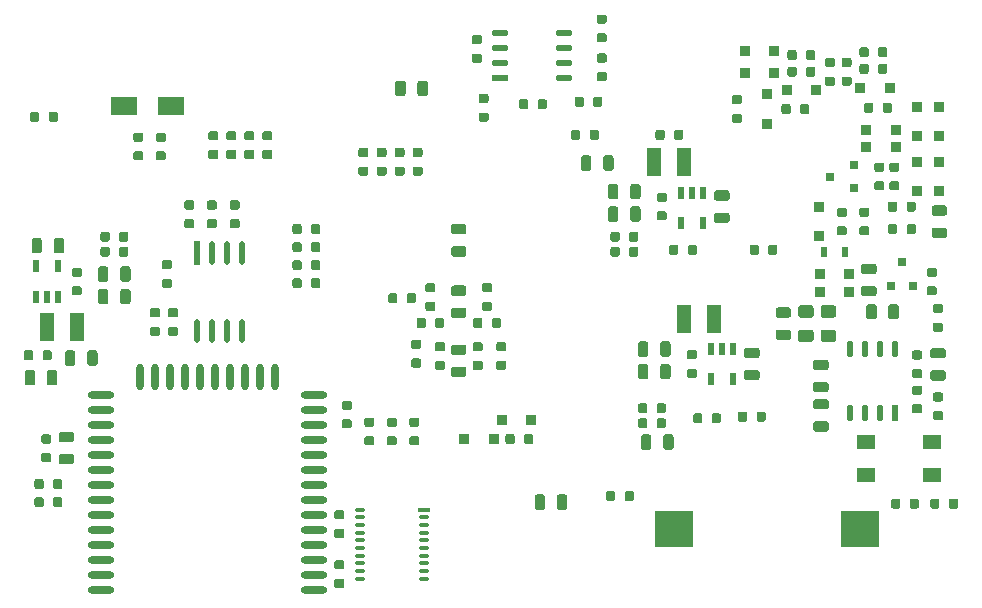
<source format=gbp>
G04 #@! TF.GenerationSoftware,KiCad,Pcbnew,5.1.5+dfsg1-2+b1*
G04 #@! TF.CreationDate,2020-04-02T00:02:00+02:00*
G04 #@! TF.ProjectId,ulx3s,756c7833-732e-46b6-9963-61645f706362,v3.0.7*
G04 #@! TF.SameCoordinates,Original*
G04 #@! TF.FileFunction,Paste,Bot*
G04 #@! TF.FilePolarity,Positive*
%FSLAX46Y46*%
G04 Gerber Fmt 4.6, Leading zero omitted, Abs format (unit mm)*
G04 Created by KiCad (PCBNEW 5.1.5+dfsg1-2+b1) date 2020-04-02 00:02:00*
%MOMM*%
%LPD*%
G04 APERTURE LIST*
%ADD10R,3.300000X3.100000*%
%ADD11O,1.000000X0.300000*%
%ADD12R,1.000000X0.300000*%
%ADD13R,1.200000X2.400000*%
%ADD14R,1.600000X1.200000*%
%ADD15C,0.100000*%
%ADD16R,0.800000X0.700000*%
%ADD17R,0.900000X0.900000*%
%ADD18R,0.600000X1.100000*%
%ADD19R,0.500000X1.450000*%
%ADD20O,0.500000X1.450000*%
%ADD21R,1.450000X0.500000*%
%ADD22O,1.450000X0.500000*%
%ADD23R,0.500000X2.000000*%
%ADD24O,0.500000X2.000000*%
%ADD25R,0.570000X0.900000*%
%ADD26R,2.200000X1.500000*%
%ADD27R,0.700000X0.800000*%
%ADD28O,2.246000X0.646000*%
%ADD29O,0.646000X2.246000*%
G04 APERTURE END LIST*
D10*
X172485000Y-105870000D03*
X156685000Y-105870000D03*
D11*
X130135000Y-104215000D03*
X130135000Y-104865000D03*
X130135000Y-105515000D03*
X130135000Y-106165000D03*
X130135000Y-106815000D03*
X130135000Y-107465000D03*
X130135000Y-108115000D03*
X130135000Y-108765000D03*
X130135000Y-109415000D03*
X130135000Y-110065000D03*
X135535000Y-110065000D03*
X135535000Y-109415000D03*
X135535000Y-108765000D03*
X135535000Y-108115000D03*
X135535000Y-107465000D03*
X135535000Y-106815000D03*
X135535000Y-106165000D03*
X135535000Y-105515000D03*
X135535000Y-104865000D03*
D12*
X135535000Y-104215000D03*
D13*
X157600000Y-74755000D03*
X155060000Y-74755000D03*
X160140000Y-88090000D03*
X157600000Y-88090000D03*
X103625000Y-88725000D03*
X106165000Y-88725000D03*
D14*
X178576000Y-98522000D03*
X172976000Y-98522000D03*
X172976000Y-101322000D03*
X178576000Y-101322000D03*
D15*
G36*
X104881191Y-81236053D02*
G01*
X104902426Y-81239203D01*
X104923250Y-81244419D01*
X104943462Y-81251651D01*
X104962868Y-81260830D01*
X104981281Y-81271866D01*
X104998524Y-81284654D01*
X105014430Y-81299070D01*
X105028846Y-81314976D01*
X105041634Y-81332219D01*
X105052670Y-81350632D01*
X105061849Y-81370038D01*
X105069081Y-81390250D01*
X105074297Y-81411074D01*
X105077447Y-81432309D01*
X105078500Y-81453750D01*
X105078500Y-82316250D01*
X105077447Y-82337691D01*
X105074297Y-82358926D01*
X105069081Y-82379750D01*
X105061849Y-82399962D01*
X105052670Y-82419368D01*
X105041634Y-82437781D01*
X105028846Y-82455024D01*
X105014430Y-82470930D01*
X104998524Y-82485346D01*
X104981281Y-82498134D01*
X104962868Y-82509170D01*
X104943462Y-82518349D01*
X104923250Y-82525581D01*
X104902426Y-82530797D01*
X104881191Y-82533947D01*
X104859750Y-82535000D01*
X104422250Y-82535000D01*
X104400809Y-82533947D01*
X104379574Y-82530797D01*
X104358750Y-82525581D01*
X104338538Y-82518349D01*
X104319132Y-82509170D01*
X104300719Y-82498134D01*
X104283476Y-82485346D01*
X104267570Y-82470930D01*
X104253154Y-82455024D01*
X104240366Y-82437781D01*
X104229330Y-82419368D01*
X104220151Y-82399962D01*
X104212919Y-82379750D01*
X104207703Y-82358926D01*
X104204553Y-82337691D01*
X104203500Y-82316250D01*
X104203500Y-81453750D01*
X104204553Y-81432309D01*
X104207703Y-81411074D01*
X104212919Y-81390250D01*
X104220151Y-81370038D01*
X104229330Y-81350632D01*
X104240366Y-81332219D01*
X104253154Y-81314976D01*
X104267570Y-81299070D01*
X104283476Y-81284654D01*
X104300719Y-81271866D01*
X104319132Y-81260830D01*
X104338538Y-81251651D01*
X104358750Y-81244419D01*
X104379574Y-81239203D01*
X104400809Y-81236053D01*
X104422250Y-81235000D01*
X104859750Y-81235000D01*
X104881191Y-81236053D01*
G37*
G36*
X103006191Y-81236053D02*
G01*
X103027426Y-81239203D01*
X103048250Y-81244419D01*
X103068462Y-81251651D01*
X103087868Y-81260830D01*
X103106281Y-81271866D01*
X103123524Y-81284654D01*
X103139430Y-81299070D01*
X103153846Y-81314976D01*
X103166634Y-81332219D01*
X103177670Y-81350632D01*
X103186849Y-81370038D01*
X103194081Y-81390250D01*
X103199297Y-81411074D01*
X103202447Y-81432309D01*
X103203500Y-81453750D01*
X103203500Y-82316250D01*
X103202447Y-82337691D01*
X103199297Y-82358926D01*
X103194081Y-82379750D01*
X103186849Y-82399962D01*
X103177670Y-82419368D01*
X103166634Y-82437781D01*
X103153846Y-82455024D01*
X103139430Y-82470930D01*
X103123524Y-82485346D01*
X103106281Y-82498134D01*
X103087868Y-82509170D01*
X103068462Y-82518349D01*
X103048250Y-82525581D01*
X103027426Y-82530797D01*
X103006191Y-82533947D01*
X102984750Y-82535000D01*
X102547250Y-82535000D01*
X102525809Y-82533947D01*
X102504574Y-82530797D01*
X102483750Y-82525581D01*
X102463538Y-82518349D01*
X102444132Y-82509170D01*
X102425719Y-82498134D01*
X102408476Y-82485346D01*
X102392570Y-82470930D01*
X102378154Y-82455024D01*
X102365366Y-82437781D01*
X102354330Y-82419368D01*
X102345151Y-82399962D01*
X102337919Y-82379750D01*
X102332703Y-82358926D01*
X102329553Y-82337691D01*
X102328500Y-82316250D01*
X102328500Y-81453750D01*
X102329553Y-81432309D01*
X102332703Y-81411074D01*
X102337919Y-81390250D01*
X102345151Y-81370038D01*
X102354330Y-81350632D01*
X102365366Y-81332219D01*
X102378154Y-81314976D01*
X102392570Y-81299070D01*
X102408476Y-81284654D01*
X102425719Y-81271866D01*
X102444132Y-81260830D01*
X102463538Y-81251651D01*
X102483750Y-81244419D01*
X102504574Y-81239203D01*
X102525809Y-81236053D01*
X102547250Y-81235000D01*
X102984750Y-81235000D01*
X103006191Y-81236053D01*
G37*
G36*
X128640241Y-110080933D02*
G01*
X128659049Y-110083723D01*
X128677493Y-110088343D01*
X128695395Y-110094748D01*
X128712583Y-110102878D01*
X128728892Y-110112653D01*
X128744164Y-110123979D01*
X128758252Y-110136748D01*
X128771021Y-110150836D01*
X128782347Y-110166108D01*
X128792122Y-110182417D01*
X128800252Y-110199605D01*
X128806657Y-110217507D01*
X128811277Y-110235951D01*
X128814067Y-110254759D01*
X128815000Y-110273750D01*
X128815000Y-110661250D01*
X128814067Y-110680241D01*
X128811277Y-110699049D01*
X128806657Y-110717493D01*
X128800252Y-110735395D01*
X128792122Y-110752583D01*
X128782347Y-110768892D01*
X128771021Y-110784164D01*
X128758252Y-110798252D01*
X128744164Y-110811021D01*
X128728892Y-110822347D01*
X128712583Y-110832122D01*
X128695395Y-110840252D01*
X128677493Y-110846657D01*
X128659049Y-110851277D01*
X128640241Y-110854067D01*
X128621250Y-110855000D01*
X128158750Y-110855000D01*
X128139759Y-110854067D01*
X128120951Y-110851277D01*
X128102507Y-110846657D01*
X128084605Y-110840252D01*
X128067417Y-110832122D01*
X128051108Y-110822347D01*
X128035836Y-110811021D01*
X128021748Y-110798252D01*
X128008979Y-110784164D01*
X127997653Y-110768892D01*
X127987878Y-110752583D01*
X127979748Y-110735395D01*
X127973343Y-110717493D01*
X127968723Y-110699049D01*
X127965933Y-110680241D01*
X127965000Y-110661250D01*
X127965000Y-110273750D01*
X127965933Y-110254759D01*
X127968723Y-110235951D01*
X127973343Y-110217507D01*
X127979748Y-110199605D01*
X127987878Y-110182417D01*
X127997653Y-110166108D01*
X128008979Y-110150836D01*
X128021748Y-110136748D01*
X128035836Y-110123979D01*
X128051108Y-110112653D01*
X128067417Y-110102878D01*
X128084605Y-110094748D01*
X128102507Y-110088343D01*
X128120951Y-110083723D01*
X128139759Y-110080933D01*
X128158750Y-110080000D01*
X128621250Y-110080000D01*
X128640241Y-110080933D01*
G37*
G36*
X128640241Y-108505933D02*
G01*
X128659049Y-108508723D01*
X128677493Y-108513343D01*
X128695395Y-108519748D01*
X128712583Y-108527878D01*
X128728892Y-108537653D01*
X128744164Y-108548979D01*
X128758252Y-108561748D01*
X128771021Y-108575836D01*
X128782347Y-108591108D01*
X128792122Y-108607417D01*
X128800252Y-108624605D01*
X128806657Y-108642507D01*
X128811277Y-108660951D01*
X128814067Y-108679759D01*
X128815000Y-108698750D01*
X128815000Y-109086250D01*
X128814067Y-109105241D01*
X128811277Y-109124049D01*
X128806657Y-109142493D01*
X128800252Y-109160395D01*
X128792122Y-109177583D01*
X128782347Y-109193892D01*
X128771021Y-109209164D01*
X128758252Y-109223252D01*
X128744164Y-109236021D01*
X128728892Y-109247347D01*
X128712583Y-109257122D01*
X128695395Y-109265252D01*
X128677493Y-109271657D01*
X128659049Y-109276277D01*
X128640241Y-109279067D01*
X128621250Y-109280000D01*
X128158750Y-109280000D01*
X128139759Y-109279067D01*
X128120951Y-109276277D01*
X128102507Y-109271657D01*
X128084605Y-109265252D01*
X128067417Y-109257122D01*
X128051108Y-109247347D01*
X128035836Y-109236021D01*
X128021748Y-109223252D01*
X128008979Y-109209164D01*
X127997653Y-109193892D01*
X127987878Y-109177583D01*
X127979748Y-109160395D01*
X127973343Y-109142493D01*
X127968723Y-109124049D01*
X127965933Y-109105241D01*
X127965000Y-109086250D01*
X127965000Y-108698750D01*
X127965933Y-108679759D01*
X127968723Y-108660951D01*
X127973343Y-108642507D01*
X127979748Y-108624605D01*
X127987878Y-108607417D01*
X127997653Y-108591108D01*
X128008979Y-108575836D01*
X128021748Y-108561748D01*
X128035836Y-108548979D01*
X128051108Y-108537653D01*
X128067417Y-108527878D01*
X128084605Y-108519748D01*
X128102507Y-108513343D01*
X128120951Y-108508723D01*
X128139759Y-108505933D01*
X128158750Y-108505000D01*
X128621250Y-108505000D01*
X128640241Y-108505933D01*
G37*
G36*
X128640241Y-104271933D02*
G01*
X128659049Y-104274723D01*
X128677493Y-104279343D01*
X128695395Y-104285748D01*
X128712583Y-104293878D01*
X128728892Y-104303653D01*
X128744164Y-104314979D01*
X128758252Y-104327748D01*
X128771021Y-104341836D01*
X128782347Y-104357108D01*
X128792122Y-104373417D01*
X128800252Y-104390605D01*
X128806657Y-104408507D01*
X128811277Y-104426951D01*
X128814067Y-104445759D01*
X128815000Y-104464750D01*
X128815000Y-104852250D01*
X128814067Y-104871241D01*
X128811277Y-104890049D01*
X128806657Y-104908493D01*
X128800252Y-104926395D01*
X128792122Y-104943583D01*
X128782347Y-104959892D01*
X128771021Y-104975164D01*
X128758252Y-104989252D01*
X128744164Y-105002021D01*
X128728892Y-105013347D01*
X128712583Y-105023122D01*
X128695395Y-105031252D01*
X128677493Y-105037657D01*
X128659049Y-105042277D01*
X128640241Y-105045067D01*
X128621250Y-105046000D01*
X128158750Y-105046000D01*
X128139759Y-105045067D01*
X128120951Y-105042277D01*
X128102507Y-105037657D01*
X128084605Y-105031252D01*
X128067417Y-105023122D01*
X128051108Y-105013347D01*
X128035836Y-105002021D01*
X128021748Y-104989252D01*
X128008979Y-104975164D01*
X127997653Y-104959892D01*
X127987878Y-104943583D01*
X127979748Y-104926395D01*
X127973343Y-104908493D01*
X127968723Y-104890049D01*
X127965933Y-104871241D01*
X127965000Y-104852250D01*
X127965000Y-104464750D01*
X127965933Y-104445759D01*
X127968723Y-104426951D01*
X127973343Y-104408507D01*
X127979748Y-104390605D01*
X127987878Y-104373417D01*
X127997653Y-104357108D01*
X128008979Y-104341836D01*
X128021748Y-104327748D01*
X128035836Y-104314979D01*
X128051108Y-104303653D01*
X128067417Y-104293878D01*
X128084605Y-104285748D01*
X128102507Y-104279343D01*
X128120951Y-104274723D01*
X128139759Y-104271933D01*
X128158750Y-104271000D01*
X128621250Y-104271000D01*
X128640241Y-104271933D01*
G37*
G36*
X128640241Y-105846933D02*
G01*
X128659049Y-105849723D01*
X128677493Y-105854343D01*
X128695395Y-105860748D01*
X128712583Y-105868878D01*
X128728892Y-105878653D01*
X128744164Y-105889979D01*
X128758252Y-105902748D01*
X128771021Y-105916836D01*
X128782347Y-105932108D01*
X128792122Y-105948417D01*
X128800252Y-105965605D01*
X128806657Y-105983507D01*
X128811277Y-106001951D01*
X128814067Y-106020759D01*
X128815000Y-106039750D01*
X128815000Y-106427250D01*
X128814067Y-106446241D01*
X128811277Y-106465049D01*
X128806657Y-106483493D01*
X128800252Y-106501395D01*
X128792122Y-106518583D01*
X128782347Y-106534892D01*
X128771021Y-106550164D01*
X128758252Y-106564252D01*
X128744164Y-106577021D01*
X128728892Y-106588347D01*
X128712583Y-106598122D01*
X128695395Y-106606252D01*
X128677493Y-106612657D01*
X128659049Y-106617277D01*
X128640241Y-106620067D01*
X128621250Y-106621000D01*
X128158750Y-106621000D01*
X128139759Y-106620067D01*
X128120951Y-106617277D01*
X128102507Y-106612657D01*
X128084605Y-106606252D01*
X128067417Y-106598122D01*
X128051108Y-106588347D01*
X128035836Y-106577021D01*
X128021748Y-106564252D01*
X128008979Y-106550164D01*
X127997653Y-106534892D01*
X127987878Y-106518583D01*
X127979748Y-106501395D01*
X127973343Y-106483493D01*
X127968723Y-106465049D01*
X127965933Y-106446241D01*
X127965000Y-106427250D01*
X127965000Y-106039750D01*
X127965933Y-106020759D01*
X127968723Y-106001951D01*
X127973343Y-105983507D01*
X127979748Y-105965605D01*
X127987878Y-105948417D01*
X127997653Y-105932108D01*
X128008979Y-105916836D01*
X128021748Y-105902748D01*
X128035836Y-105889979D01*
X128051108Y-105878653D01*
X128067417Y-105868878D01*
X128084605Y-105860748D01*
X128102507Y-105854343D01*
X128120951Y-105849723D01*
X128139759Y-105846933D01*
X128158750Y-105846000D01*
X128621250Y-105846000D01*
X128640241Y-105846933D01*
G37*
G36*
X134990241Y-98015933D02*
G01*
X135009049Y-98018723D01*
X135027493Y-98023343D01*
X135045395Y-98029748D01*
X135062583Y-98037878D01*
X135078892Y-98047653D01*
X135094164Y-98058979D01*
X135108252Y-98071748D01*
X135121021Y-98085836D01*
X135132347Y-98101108D01*
X135142122Y-98117417D01*
X135150252Y-98134605D01*
X135156657Y-98152507D01*
X135161277Y-98170951D01*
X135164067Y-98189759D01*
X135165000Y-98208750D01*
X135165000Y-98596250D01*
X135164067Y-98615241D01*
X135161277Y-98634049D01*
X135156657Y-98652493D01*
X135150252Y-98670395D01*
X135142122Y-98687583D01*
X135132347Y-98703892D01*
X135121021Y-98719164D01*
X135108252Y-98733252D01*
X135094164Y-98746021D01*
X135078892Y-98757347D01*
X135062583Y-98767122D01*
X135045395Y-98775252D01*
X135027493Y-98781657D01*
X135009049Y-98786277D01*
X134990241Y-98789067D01*
X134971250Y-98790000D01*
X134508750Y-98790000D01*
X134489759Y-98789067D01*
X134470951Y-98786277D01*
X134452507Y-98781657D01*
X134434605Y-98775252D01*
X134417417Y-98767122D01*
X134401108Y-98757347D01*
X134385836Y-98746021D01*
X134371748Y-98733252D01*
X134358979Y-98719164D01*
X134347653Y-98703892D01*
X134337878Y-98687583D01*
X134329748Y-98670395D01*
X134323343Y-98652493D01*
X134318723Y-98634049D01*
X134315933Y-98615241D01*
X134315000Y-98596250D01*
X134315000Y-98208750D01*
X134315933Y-98189759D01*
X134318723Y-98170951D01*
X134323343Y-98152507D01*
X134329748Y-98134605D01*
X134337878Y-98117417D01*
X134347653Y-98101108D01*
X134358979Y-98085836D01*
X134371748Y-98071748D01*
X134385836Y-98058979D01*
X134401108Y-98047653D01*
X134417417Y-98037878D01*
X134434605Y-98029748D01*
X134452507Y-98023343D01*
X134470951Y-98018723D01*
X134489759Y-98015933D01*
X134508750Y-98015000D01*
X134971250Y-98015000D01*
X134990241Y-98015933D01*
G37*
G36*
X134990241Y-96440933D02*
G01*
X135009049Y-96443723D01*
X135027493Y-96448343D01*
X135045395Y-96454748D01*
X135062583Y-96462878D01*
X135078892Y-96472653D01*
X135094164Y-96483979D01*
X135108252Y-96496748D01*
X135121021Y-96510836D01*
X135132347Y-96526108D01*
X135142122Y-96542417D01*
X135150252Y-96559605D01*
X135156657Y-96577507D01*
X135161277Y-96595951D01*
X135164067Y-96614759D01*
X135165000Y-96633750D01*
X135165000Y-97021250D01*
X135164067Y-97040241D01*
X135161277Y-97059049D01*
X135156657Y-97077493D01*
X135150252Y-97095395D01*
X135142122Y-97112583D01*
X135132347Y-97128892D01*
X135121021Y-97144164D01*
X135108252Y-97158252D01*
X135094164Y-97171021D01*
X135078892Y-97182347D01*
X135062583Y-97192122D01*
X135045395Y-97200252D01*
X135027493Y-97206657D01*
X135009049Y-97211277D01*
X134990241Y-97214067D01*
X134971250Y-97215000D01*
X134508750Y-97215000D01*
X134489759Y-97214067D01*
X134470951Y-97211277D01*
X134452507Y-97206657D01*
X134434605Y-97200252D01*
X134417417Y-97192122D01*
X134401108Y-97182347D01*
X134385836Y-97171021D01*
X134371748Y-97158252D01*
X134358979Y-97144164D01*
X134347653Y-97128892D01*
X134337878Y-97112583D01*
X134329748Y-97095395D01*
X134323343Y-97077493D01*
X134318723Y-97059049D01*
X134315933Y-97040241D01*
X134315000Y-97021250D01*
X134315000Y-96633750D01*
X134315933Y-96614759D01*
X134318723Y-96595951D01*
X134323343Y-96577507D01*
X134329748Y-96559605D01*
X134337878Y-96542417D01*
X134347653Y-96526108D01*
X134358979Y-96510836D01*
X134371748Y-96496748D01*
X134385836Y-96483979D01*
X134401108Y-96472653D01*
X134417417Y-96462878D01*
X134434605Y-96454748D01*
X134452507Y-96448343D01*
X134470951Y-96443723D01*
X134489759Y-96440933D01*
X134508750Y-96440000D01*
X134971250Y-96440000D01*
X134990241Y-96440933D01*
G37*
G36*
X133085241Y-96440933D02*
G01*
X133104049Y-96443723D01*
X133122493Y-96448343D01*
X133140395Y-96454748D01*
X133157583Y-96462878D01*
X133173892Y-96472653D01*
X133189164Y-96483979D01*
X133203252Y-96496748D01*
X133216021Y-96510836D01*
X133227347Y-96526108D01*
X133237122Y-96542417D01*
X133245252Y-96559605D01*
X133251657Y-96577507D01*
X133256277Y-96595951D01*
X133259067Y-96614759D01*
X133260000Y-96633750D01*
X133260000Y-97021250D01*
X133259067Y-97040241D01*
X133256277Y-97059049D01*
X133251657Y-97077493D01*
X133245252Y-97095395D01*
X133237122Y-97112583D01*
X133227347Y-97128892D01*
X133216021Y-97144164D01*
X133203252Y-97158252D01*
X133189164Y-97171021D01*
X133173892Y-97182347D01*
X133157583Y-97192122D01*
X133140395Y-97200252D01*
X133122493Y-97206657D01*
X133104049Y-97211277D01*
X133085241Y-97214067D01*
X133066250Y-97215000D01*
X132603750Y-97215000D01*
X132584759Y-97214067D01*
X132565951Y-97211277D01*
X132547507Y-97206657D01*
X132529605Y-97200252D01*
X132512417Y-97192122D01*
X132496108Y-97182347D01*
X132480836Y-97171021D01*
X132466748Y-97158252D01*
X132453979Y-97144164D01*
X132442653Y-97128892D01*
X132432878Y-97112583D01*
X132424748Y-97095395D01*
X132418343Y-97077493D01*
X132413723Y-97059049D01*
X132410933Y-97040241D01*
X132410000Y-97021250D01*
X132410000Y-96633750D01*
X132410933Y-96614759D01*
X132413723Y-96595951D01*
X132418343Y-96577507D01*
X132424748Y-96559605D01*
X132432878Y-96542417D01*
X132442653Y-96526108D01*
X132453979Y-96510836D01*
X132466748Y-96496748D01*
X132480836Y-96483979D01*
X132496108Y-96472653D01*
X132512417Y-96462878D01*
X132529605Y-96454748D01*
X132547507Y-96448343D01*
X132565951Y-96443723D01*
X132584759Y-96440933D01*
X132603750Y-96440000D01*
X133066250Y-96440000D01*
X133085241Y-96440933D01*
G37*
G36*
X133085241Y-98015933D02*
G01*
X133104049Y-98018723D01*
X133122493Y-98023343D01*
X133140395Y-98029748D01*
X133157583Y-98037878D01*
X133173892Y-98047653D01*
X133189164Y-98058979D01*
X133203252Y-98071748D01*
X133216021Y-98085836D01*
X133227347Y-98101108D01*
X133237122Y-98117417D01*
X133245252Y-98134605D01*
X133251657Y-98152507D01*
X133256277Y-98170951D01*
X133259067Y-98189759D01*
X133260000Y-98208750D01*
X133260000Y-98596250D01*
X133259067Y-98615241D01*
X133256277Y-98634049D01*
X133251657Y-98652493D01*
X133245252Y-98670395D01*
X133237122Y-98687583D01*
X133227347Y-98703892D01*
X133216021Y-98719164D01*
X133203252Y-98733252D01*
X133189164Y-98746021D01*
X133173892Y-98757347D01*
X133157583Y-98767122D01*
X133140395Y-98775252D01*
X133122493Y-98781657D01*
X133104049Y-98786277D01*
X133085241Y-98789067D01*
X133066250Y-98790000D01*
X132603750Y-98790000D01*
X132584759Y-98789067D01*
X132565951Y-98786277D01*
X132547507Y-98781657D01*
X132529605Y-98775252D01*
X132512417Y-98767122D01*
X132496108Y-98757347D01*
X132480836Y-98746021D01*
X132466748Y-98733252D01*
X132453979Y-98719164D01*
X132442653Y-98703892D01*
X132432878Y-98687583D01*
X132424748Y-98670395D01*
X132418343Y-98652493D01*
X132413723Y-98634049D01*
X132410933Y-98615241D01*
X132410000Y-98596250D01*
X132410000Y-98208750D01*
X132410933Y-98189759D01*
X132413723Y-98170951D01*
X132418343Y-98152507D01*
X132424748Y-98134605D01*
X132432878Y-98117417D01*
X132442653Y-98101108D01*
X132453979Y-98085836D01*
X132466748Y-98071748D01*
X132480836Y-98058979D01*
X132496108Y-98047653D01*
X132512417Y-98037878D01*
X132529605Y-98029748D01*
X132547507Y-98023343D01*
X132565951Y-98018723D01*
X132584759Y-98015933D01*
X132603750Y-98015000D01*
X133066250Y-98015000D01*
X133085241Y-98015933D01*
G37*
G36*
X131180241Y-96440933D02*
G01*
X131199049Y-96443723D01*
X131217493Y-96448343D01*
X131235395Y-96454748D01*
X131252583Y-96462878D01*
X131268892Y-96472653D01*
X131284164Y-96483979D01*
X131298252Y-96496748D01*
X131311021Y-96510836D01*
X131322347Y-96526108D01*
X131332122Y-96542417D01*
X131340252Y-96559605D01*
X131346657Y-96577507D01*
X131351277Y-96595951D01*
X131354067Y-96614759D01*
X131355000Y-96633750D01*
X131355000Y-97021250D01*
X131354067Y-97040241D01*
X131351277Y-97059049D01*
X131346657Y-97077493D01*
X131340252Y-97095395D01*
X131332122Y-97112583D01*
X131322347Y-97128892D01*
X131311021Y-97144164D01*
X131298252Y-97158252D01*
X131284164Y-97171021D01*
X131268892Y-97182347D01*
X131252583Y-97192122D01*
X131235395Y-97200252D01*
X131217493Y-97206657D01*
X131199049Y-97211277D01*
X131180241Y-97214067D01*
X131161250Y-97215000D01*
X130698750Y-97215000D01*
X130679759Y-97214067D01*
X130660951Y-97211277D01*
X130642507Y-97206657D01*
X130624605Y-97200252D01*
X130607417Y-97192122D01*
X130591108Y-97182347D01*
X130575836Y-97171021D01*
X130561748Y-97158252D01*
X130548979Y-97144164D01*
X130537653Y-97128892D01*
X130527878Y-97112583D01*
X130519748Y-97095395D01*
X130513343Y-97077493D01*
X130508723Y-97059049D01*
X130505933Y-97040241D01*
X130505000Y-97021250D01*
X130505000Y-96633750D01*
X130505933Y-96614759D01*
X130508723Y-96595951D01*
X130513343Y-96577507D01*
X130519748Y-96559605D01*
X130527878Y-96542417D01*
X130537653Y-96526108D01*
X130548979Y-96510836D01*
X130561748Y-96496748D01*
X130575836Y-96483979D01*
X130591108Y-96472653D01*
X130607417Y-96462878D01*
X130624605Y-96454748D01*
X130642507Y-96448343D01*
X130660951Y-96443723D01*
X130679759Y-96440933D01*
X130698750Y-96440000D01*
X131161250Y-96440000D01*
X131180241Y-96440933D01*
G37*
G36*
X131180241Y-98015933D02*
G01*
X131199049Y-98018723D01*
X131217493Y-98023343D01*
X131235395Y-98029748D01*
X131252583Y-98037878D01*
X131268892Y-98047653D01*
X131284164Y-98058979D01*
X131298252Y-98071748D01*
X131311021Y-98085836D01*
X131322347Y-98101108D01*
X131332122Y-98117417D01*
X131340252Y-98134605D01*
X131346657Y-98152507D01*
X131351277Y-98170951D01*
X131354067Y-98189759D01*
X131355000Y-98208750D01*
X131355000Y-98596250D01*
X131354067Y-98615241D01*
X131351277Y-98634049D01*
X131346657Y-98652493D01*
X131340252Y-98670395D01*
X131332122Y-98687583D01*
X131322347Y-98703892D01*
X131311021Y-98719164D01*
X131298252Y-98733252D01*
X131284164Y-98746021D01*
X131268892Y-98757347D01*
X131252583Y-98767122D01*
X131235395Y-98775252D01*
X131217493Y-98781657D01*
X131199049Y-98786277D01*
X131180241Y-98789067D01*
X131161250Y-98790000D01*
X130698750Y-98790000D01*
X130679759Y-98789067D01*
X130660951Y-98786277D01*
X130642507Y-98781657D01*
X130624605Y-98775252D01*
X130607417Y-98767122D01*
X130591108Y-98757347D01*
X130575836Y-98746021D01*
X130561748Y-98733252D01*
X130548979Y-98719164D01*
X130537653Y-98703892D01*
X130527878Y-98687583D01*
X130519748Y-98670395D01*
X130513343Y-98652493D01*
X130508723Y-98634049D01*
X130505933Y-98615241D01*
X130505000Y-98596250D01*
X130505000Y-98208750D01*
X130505933Y-98189759D01*
X130508723Y-98170951D01*
X130513343Y-98152507D01*
X130519748Y-98134605D01*
X130527878Y-98117417D01*
X130537653Y-98101108D01*
X130548979Y-98085836D01*
X130561748Y-98071748D01*
X130575836Y-98058979D01*
X130591108Y-98047653D01*
X130607417Y-98037878D01*
X130624605Y-98029748D01*
X130642507Y-98023343D01*
X130660951Y-98018723D01*
X130679759Y-98015933D01*
X130698750Y-98015000D01*
X131161250Y-98015000D01*
X131180241Y-98015933D01*
G37*
G36*
X129275241Y-95000933D02*
G01*
X129294049Y-95003723D01*
X129312493Y-95008343D01*
X129330395Y-95014748D01*
X129347583Y-95022878D01*
X129363892Y-95032653D01*
X129379164Y-95043979D01*
X129393252Y-95056748D01*
X129406021Y-95070836D01*
X129417347Y-95086108D01*
X129427122Y-95102417D01*
X129435252Y-95119605D01*
X129441657Y-95137507D01*
X129446277Y-95155951D01*
X129449067Y-95174759D01*
X129450000Y-95193750D01*
X129450000Y-95581250D01*
X129449067Y-95600241D01*
X129446277Y-95619049D01*
X129441657Y-95637493D01*
X129435252Y-95655395D01*
X129427122Y-95672583D01*
X129417347Y-95688892D01*
X129406021Y-95704164D01*
X129393252Y-95718252D01*
X129379164Y-95731021D01*
X129363892Y-95742347D01*
X129347583Y-95752122D01*
X129330395Y-95760252D01*
X129312493Y-95766657D01*
X129294049Y-95771277D01*
X129275241Y-95774067D01*
X129256250Y-95775000D01*
X128793750Y-95775000D01*
X128774759Y-95774067D01*
X128755951Y-95771277D01*
X128737507Y-95766657D01*
X128719605Y-95760252D01*
X128702417Y-95752122D01*
X128686108Y-95742347D01*
X128670836Y-95731021D01*
X128656748Y-95718252D01*
X128643979Y-95704164D01*
X128632653Y-95688892D01*
X128622878Y-95672583D01*
X128614748Y-95655395D01*
X128608343Y-95637493D01*
X128603723Y-95619049D01*
X128600933Y-95600241D01*
X128600000Y-95581250D01*
X128600000Y-95193750D01*
X128600933Y-95174759D01*
X128603723Y-95155951D01*
X128608343Y-95137507D01*
X128614748Y-95119605D01*
X128622878Y-95102417D01*
X128632653Y-95086108D01*
X128643979Y-95070836D01*
X128656748Y-95056748D01*
X128670836Y-95043979D01*
X128686108Y-95032653D01*
X128702417Y-95022878D01*
X128719605Y-95014748D01*
X128737507Y-95008343D01*
X128755951Y-95003723D01*
X128774759Y-95000933D01*
X128793750Y-95000000D01*
X129256250Y-95000000D01*
X129275241Y-95000933D01*
G37*
G36*
X129275241Y-96575933D02*
G01*
X129294049Y-96578723D01*
X129312493Y-96583343D01*
X129330395Y-96589748D01*
X129347583Y-96597878D01*
X129363892Y-96607653D01*
X129379164Y-96618979D01*
X129393252Y-96631748D01*
X129406021Y-96645836D01*
X129417347Y-96661108D01*
X129427122Y-96677417D01*
X129435252Y-96694605D01*
X129441657Y-96712507D01*
X129446277Y-96730951D01*
X129449067Y-96749759D01*
X129450000Y-96768750D01*
X129450000Y-97156250D01*
X129449067Y-97175241D01*
X129446277Y-97194049D01*
X129441657Y-97212493D01*
X129435252Y-97230395D01*
X129427122Y-97247583D01*
X129417347Y-97263892D01*
X129406021Y-97279164D01*
X129393252Y-97293252D01*
X129379164Y-97306021D01*
X129363892Y-97317347D01*
X129347583Y-97327122D01*
X129330395Y-97335252D01*
X129312493Y-97341657D01*
X129294049Y-97346277D01*
X129275241Y-97349067D01*
X129256250Y-97350000D01*
X128793750Y-97350000D01*
X128774759Y-97349067D01*
X128755951Y-97346277D01*
X128737507Y-97341657D01*
X128719605Y-97335252D01*
X128702417Y-97327122D01*
X128686108Y-97317347D01*
X128670836Y-97306021D01*
X128656748Y-97293252D01*
X128643979Y-97279164D01*
X128632653Y-97263892D01*
X128622878Y-97247583D01*
X128614748Y-97230395D01*
X128608343Y-97212493D01*
X128603723Y-97194049D01*
X128600933Y-97175241D01*
X128600000Y-97156250D01*
X128600000Y-96768750D01*
X128600933Y-96749759D01*
X128603723Y-96730951D01*
X128608343Y-96712507D01*
X128614748Y-96694605D01*
X128622878Y-96677417D01*
X128632653Y-96661108D01*
X128643979Y-96645836D01*
X128656748Y-96631748D01*
X128670836Y-96618979D01*
X128686108Y-96607653D01*
X128702417Y-96597878D01*
X128719605Y-96589748D01*
X128737507Y-96583343D01*
X128755951Y-96578723D01*
X128774759Y-96575933D01*
X128793750Y-96575000D01*
X129256250Y-96575000D01*
X129275241Y-96575933D01*
G37*
G36*
X168506241Y-65313933D02*
G01*
X168525049Y-65316723D01*
X168543493Y-65321343D01*
X168561395Y-65327748D01*
X168578583Y-65335878D01*
X168594892Y-65345653D01*
X168610164Y-65356979D01*
X168624252Y-65369748D01*
X168637021Y-65383836D01*
X168648347Y-65399108D01*
X168658122Y-65415417D01*
X168666252Y-65432605D01*
X168672657Y-65450507D01*
X168677277Y-65468951D01*
X168680067Y-65487759D01*
X168681000Y-65506750D01*
X168681000Y-65969250D01*
X168680067Y-65988241D01*
X168677277Y-66007049D01*
X168672657Y-66025493D01*
X168666252Y-66043395D01*
X168658122Y-66060583D01*
X168648347Y-66076892D01*
X168637021Y-66092164D01*
X168624252Y-66106252D01*
X168610164Y-66119021D01*
X168594892Y-66130347D01*
X168578583Y-66140122D01*
X168561395Y-66148252D01*
X168543493Y-66154657D01*
X168525049Y-66159277D01*
X168506241Y-66162067D01*
X168487250Y-66163000D01*
X168099750Y-66163000D01*
X168080759Y-66162067D01*
X168061951Y-66159277D01*
X168043507Y-66154657D01*
X168025605Y-66148252D01*
X168008417Y-66140122D01*
X167992108Y-66130347D01*
X167976836Y-66119021D01*
X167962748Y-66106252D01*
X167949979Y-66092164D01*
X167938653Y-66076892D01*
X167928878Y-66060583D01*
X167920748Y-66043395D01*
X167914343Y-66025493D01*
X167909723Y-66007049D01*
X167906933Y-65988241D01*
X167906000Y-65969250D01*
X167906000Y-65506750D01*
X167906933Y-65487759D01*
X167909723Y-65468951D01*
X167914343Y-65450507D01*
X167920748Y-65432605D01*
X167928878Y-65415417D01*
X167938653Y-65399108D01*
X167949979Y-65383836D01*
X167962748Y-65369748D01*
X167976836Y-65356979D01*
X167992108Y-65345653D01*
X168008417Y-65335878D01*
X168025605Y-65327748D01*
X168043507Y-65321343D01*
X168061951Y-65316723D01*
X168080759Y-65313933D01*
X168099750Y-65313000D01*
X168487250Y-65313000D01*
X168506241Y-65313933D01*
G37*
G36*
X166931241Y-65313933D02*
G01*
X166950049Y-65316723D01*
X166968493Y-65321343D01*
X166986395Y-65327748D01*
X167003583Y-65335878D01*
X167019892Y-65345653D01*
X167035164Y-65356979D01*
X167049252Y-65369748D01*
X167062021Y-65383836D01*
X167073347Y-65399108D01*
X167083122Y-65415417D01*
X167091252Y-65432605D01*
X167097657Y-65450507D01*
X167102277Y-65468951D01*
X167105067Y-65487759D01*
X167106000Y-65506750D01*
X167106000Y-65969250D01*
X167105067Y-65988241D01*
X167102277Y-66007049D01*
X167097657Y-66025493D01*
X167091252Y-66043395D01*
X167083122Y-66060583D01*
X167073347Y-66076892D01*
X167062021Y-66092164D01*
X167049252Y-66106252D01*
X167035164Y-66119021D01*
X167019892Y-66130347D01*
X167003583Y-66140122D01*
X166986395Y-66148252D01*
X166968493Y-66154657D01*
X166950049Y-66159277D01*
X166931241Y-66162067D01*
X166912250Y-66163000D01*
X166524750Y-66163000D01*
X166505759Y-66162067D01*
X166486951Y-66159277D01*
X166468507Y-66154657D01*
X166450605Y-66148252D01*
X166433417Y-66140122D01*
X166417108Y-66130347D01*
X166401836Y-66119021D01*
X166387748Y-66106252D01*
X166374979Y-66092164D01*
X166363653Y-66076892D01*
X166353878Y-66060583D01*
X166345748Y-66043395D01*
X166339343Y-66025493D01*
X166334723Y-66007049D01*
X166331933Y-65988241D01*
X166331000Y-65969250D01*
X166331000Y-65506750D01*
X166331933Y-65487759D01*
X166334723Y-65468951D01*
X166339343Y-65450507D01*
X166345748Y-65432605D01*
X166353878Y-65415417D01*
X166363653Y-65399108D01*
X166374979Y-65383836D01*
X166387748Y-65369748D01*
X166401836Y-65356979D01*
X166417108Y-65345653D01*
X166433417Y-65335878D01*
X166450605Y-65327748D01*
X166468507Y-65321343D01*
X166486951Y-65316723D01*
X166505759Y-65313933D01*
X166524750Y-65313000D01*
X166912250Y-65313000D01*
X166931241Y-65313933D01*
G37*
G36*
X104752241Y-103175933D02*
G01*
X104771049Y-103178723D01*
X104789493Y-103183343D01*
X104807395Y-103189748D01*
X104824583Y-103197878D01*
X104840892Y-103207653D01*
X104856164Y-103218979D01*
X104870252Y-103231748D01*
X104883021Y-103245836D01*
X104894347Y-103261108D01*
X104904122Y-103277417D01*
X104912252Y-103294605D01*
X104918657Y-103312507D01*
X104923277Y-103330951D01*
X104926067Y-103349759D01*
X104927000Y-103368750D01*
X104927000Y-103831250D01*
X104926067Y-103850241D01*
X104923277Y-103869049D01*
X104918657Y-103887493D01*
X104912252Y-103905395D01*
X104904122Y-103922583D01*
X104894347Y-103938892D01*
X104883021Y-103954164D01*
X104870252Y-103968252D01*
X104856164Y-103981021D01*
X104840892Y-103992347D01*
X104824583Y-104002122D01*
X104807395Y-104010252D01*
X104789493Y-104016657D01*
X104771049Y-104021277D01*
X104752241Y-104024067D01*
X104733250Y-104025000D01*
X104345750Y-104025000D01*
X104326759Y-104024067D01*
X104307951Y-104021277D01*
X104289507Y-104016657D01*
X104271605Y-104010252D01*
X104254417Y-104002122D01*
X104238108Y-103992347D01*
X104222836Y-103981021D01*
X104208748Y-103968252D01*
X104195979Y-103954164D01*
X104184653Y-103938892D01*
X104174878Y-103922583D01*
X104166748Y-103905395D01*
X104160343Y-103887493D01*
X104155723Y-103869049D01*
X104152933Y-103850241D01*
X104152000Y-103831250D01*
X104152000Y-103368750D01*
X104152933Y-103349759D01*
X104155723Y-103330951D01*
X104160343Y-103312507D01*
X104166748Y-103294605D01*
X104174878Y-103277417D01*
X104184653Y-103261108D01*
X104195979Y-103245836D01*
X104208748Y-103231748D01*
X104222836Y-103218979D01*
X104238108Y-103207653D01*
X104254417Y-103197878D01*
X104271605Y-103189748D01*
X104289507Y-103183343D01*
X104307951Y-103178723D01*
X104326759Y-103175933D01*
X104345750Y-103175000D01*
X104733250Y-103175000D01*
X104752241Y-103175933D01*
G37*
G36*
X103177241Y-103175933D02*
G01*
X103196049Y-103178723D01*
X103214493Y-103183343D01*
X103232395Y-103189748D01*
X103249583Y-103197878D01*
X103265892Y-103207653D01*
X103281164Y-103218979D01*
X103295252Y-103231748D01*
X103308021Y-103245836D01*
X103319347Y-103261108D01*
X103329122Y-103277417D01*
X103337252Y-103294605D01*
X103343657Y-103312507D01*
X103348277Y-103330951D01*
X103351067Y-103349759D01*
X103352000Y-103368750D01*
X103352000Y-103831250D01*
X103351067Y-103850241D01*
X103348277Y-103869049D01*
X103343657Y-103887493D01*
X103337252Y-103905395D01*
X103329122Y-103922583D01*
X103319347Y-103938892D01*
X103308021Y-103954164D01*
X103295252Y-103968252D01*
X103281164Y-103981021D01*
X103265892Y-103992347D01*
X103249583Y-104002122D01*
X103232395Y-104010252D01*
X103214493Y-104016657D01*
X103196049Y-104021277D01*
X103177241Y-104024067D01*
X103158250Y-104025000D01*
X102770750Y-104025000D01*
X102751759Y-104024067D01*
X102732951Y-104021277D01*
X102714507Y-104016657D01*
X102696605Y-104010252D01*
X102679417Y-104002122D01*
X102663108Y-103992347D01*
X102647836Y-103981021D01*
X102633748Y-103968252D01*
X102620979Y-103954164D01*
X102609653Y-103938892D01*
X102599878Y-103922583D01*
X102591748Y-103905395D01*
X102585343Y-103887493D01*
X102580723Y-103869049D01*
X102577933Y-103850241D01*
X102577000Y-103831250D01*
X102577000Y-103368750D01*
X102577933Y-103349759D01*
X102580723Y-103330951D01*
X102585343Y-103312507D01*
X102591748Y-103294605D01*
X102599878Y-103277417D01*
X102609653Y-103261108D01*
X102620979Y-103245836D01*
X102633748Y-103231748D01*
X102647836Y-103218979D01*
X102663108Y-103207653D01*
X102679417Y-103197878D01*
X102696605Y-103189748D01*
X102714507Y-103183343D01*
X102732951Y-103178723D01*
X102751759Y-103175933D01*
X102770750Y-103175000D01*
X103158250Y-103175000D01*
X103177241Y-103175933D01*
G37*
G36*
X103177241Y-101635933D02*
G01*
X103196049Y-101638723D01*
X103214493Y-101643343D01*
X103232395Y-101649748D01*
X103249583Y-101657878D01*
X103265892Y-101667653D01*
X103281164Y-101678979D01*
X103295252Y-101691748D01*
X103308021Y-101705836D01*
X103319347Y-101721108D01*
X103329122Y-101737417D01*
X103337252Y-101754605D01*
X103343657Y-101772507D01*
X103348277Y-101790951D01*
X103351067Y-101809759D01*
X103352000Y-101828750D01*
X103352000Y-102291250D01*
X103351067Y-102310241D01*
X103348277Y-102329049D01*
X103343657Y-102347493D01*
X103337252Y-102365395D01*
X103329122Y-102382583D01*
X103319347Y-102398892D01*
X103308021Y-102414164D01*
X103295252Y-102428252D01*
X103281164Y-102441021D01*
X103265892Y-102452347D01*
X103249583Y-102462122D01*
X103232395Y-102470252D01*
X103214493Y-102476657D01*
X103196049Y-102481277D01*
X103177241Y-102484067D01*
X103158250Y-102485000D01*
X102770750Y-102485000D01*
X102751759Y-102484067D01*
X102732951Y-102481277D01*
X102714507Y-102476657D01*
X102696605Y-102470252D01*
X102679417Y-102462122D01*
X102663108Y-102452347D01*
X102647836Y-102441021D01*
X102633748Y-102428252D01*
X102620979Y-102414164D01*
X102609653Y-102398892D01*
X102599878Y-102382583D01*
X102591748Y-102365395D01*
X102585343Y-102347493D01*
X102580723Y-102329049D01*
X102577933Y-102310241D01*
X102577000Y-102291250D01*
X102577000Y-101828750D01*
X102577933Y-101809759D01*
X102580723Y-101790951D01*
X102585343Y-101772507D01*
X102591748Y-101754605D01*
X102599878Y-101737417D01*
X102609653Y-101721108D01*
X102620979Y-101705836D01*
X102633748Y-101691748D01*
X102647836Y-101678979D01*
X102663108Y-101667653D01*
X102679417Y-101657878D01*
X102696605Y-101649748D01*
X102714507Y-101643343D01*
X102732951Y-101638723D01*
X102751759Y-101635933D01*
X102770750Y-101635000D01*
X103158250Y-101635000D01*
X103177241Y-101635933D01*
G37*
G36*
X104752241Y-101635933D02*
G01*
X104771049Y-101638723D01*
X104789493Y-101643343D01*
X104807395Y-101649748D01*
X104824583Y-101657878D01*
X104840892Y-101667653D01*
X104856164Y-101678979D01*
X104870252Y-101691748D01*
X104883021Y-101705836D01*
X104894347Y-101721108D01*
X104904122Y-101737417D01*
X104912252Y-101754605D01*
X104918657Y-101772507D01*
X104923277Y-101790951D01*
X104926067Y-101809759D01*
X104927000Y-101828750D01*
X104927000Y-102291250D01*
X104926067Y-102310241D01*
X104923277Y-102329049D01*
X104918657Y-102347493D01*
X104912252Y-102365395D01*
X104904122Y-102382583D01*
X104894347Y-102398892D01*
X104883021Y-102414164D01*
X104870252Y-102428252D01*
X104856164Y-102441021D01*
X104840892Y-102452347D01*
X104824583Y-102462122D01*
X104807395Y-102470252D01*
X104789493Y-102476657D01*
X104771049Y-102481277D01*
X104752241Y-102484067D01*
X104733250Y-102485000D01*
X104345750Y-102485000D01*
X104326759Y-102484067D01*
X104307951Y-102481277D01*
X104289507Y-102476657D01*
X104271605Y-102470252D01*
X104254417Y-102462122D01*
X104238108Y-102452347D01*
X104222836Y-102441021D01*
X104208748Y-102428252D01*
X104195979Y-102414164D01*
X104184653Y-102398892D01*
X104174878Y-102382583D01*
X104166748Y-102365395D01*
X104160343Y-102347493D01*
X104155723Y-102329049D01*
X104152933Y-102310241D01*
X104152000Y-102291250D01*
X104152000Y-101828750D01*
X104152933Y-101809759D01*
X104155723Y-101790951D01*
X104160343Y-101772507D01*
X104166748Y-101754605D01*
X104174878Y-101737417D01*
X104184653Y-101721108D01*
X104195979Y-101705836D01*
X104208748Y-101691748D01*
X104222836Y-101678979D01*
X104238108Y-101667653D01*
X104254417Y-101657878D01*
X104271605Y-101649748D01*
X104289507Y-101643343D01*
X104307951Y-101638723D01*
X104326759Y-101635933D01*
X104345750Y-101635000D01*
X104733250Y-101635000D01*
X104752241Y-101635933D01*
G37*
G36*
X105728691Y-97638053D02*
G01*
X105749926Y-97641203D01*
X105770750Y-97646419D01*
X105790962Y-97653651D01*
X105810368Y-97662830D01*
X105828781Y-97673866D01*
X105846024Y-97686654D01*
X105861930Y-97701070D01*
X105876346Y-97716976D01*
X105889134Y-97734219D01*
X105900170Y-97752632D01*
X105909349Y-97772038D01*
X105916581Y-97792250D01*
X105921797Y-97813074D01*
X105924947Y-97834309D01*
X105926000Y-97855750D01*
X105926000Y-98293250D01*
X105924947Y-98314691D01*
X105921797Y-98335926D01*
X105916581Y-98356750D01*
X105909349Y-98376962D01*
X105900170Y-98396368D01*
X105889134Y-98414781D01*
X105876346Y-98432024D01*
X105861930Y-98447930D01*
X105846024Y-98462346D01*
X105828781Y-98475134D01*
X105810368Y-98486170D01*
X105790962Y-98495349D01*
X105770750Y-98502581D01*
X105749926Y-98507797D01*
X105728691Y-98510947D01*
X105707250Y-98512000D01*
X104844750Y-98512000D01*
X104823309Y-98510947D01*
X104802074Y-98507797D01*
X104781250Y-98502581D01*
X104761038Y-98495349D01*
X104741632Y-98486170D01*
X104723219Y-98475134D01*
X104705976Y-98462346D01*
X104690070Y-98447930D01*
X104675654Y-98432024D01*
X104662866Y-98414781D01*
X104651830Y-98396368D01*
X104642651Y-98376962D01*
X104635419Y-98356750D01*
X104630203Y-98335926D01*
X104627053Y-98314691D01*
X104626000Y-98293250D01*
X104626000Y-97855750D01*
X104627053Y-97834309D01*
X104630203Y-97813074D01*
X104635419Y-97792250D01*
X104642651Y-97772038D01*
X104651830Y-97752632D01*
X104662866Y-97734219D01*
X104675654Y-97716976D01*
X104690070Y-97701070D01*
X104705976Y-97686654D01*
X104723219Y-97673866D01*
X104741632Y-97662830D01*
X104761038Y-97653651D01*
X104781250Y-97646419D01*
X104802074Y-97641203D01*
X104823309Y-97638053D01*
X104844750Y-97637000D01*
X105707250Y-97637000D01*
X105728691Y-97638053D01*
G37*
G36*
X105728691Y-99513053D02*
G01*
X105749926Y-99516203D01*
X105770750Y-99521419D01*
X105790962Y-99528651D01*
X105810368Y-99537830D01*
X105828781Y-99548866D01*
X105846024Y-99561654D01*
X105861930Y-99576070D01*
X105876346Y-99591976D01*
X105889134Y-99609219D01*
X105900170Y-99627632D01*
X105909349Y-99647038D01*
X105916581Y-99667250D01*
X105921797Y-99688074D01*
X105924947Y-99709309D01*
X105926000Y-99730750D01*
X105926000Y-100168250D01*
X105924947Y-100189691D01*
X105921797Y-100210926D01*
X105916581Y-100231750D01*
X105909349Y-100251962D01*
X105900170Y-100271368D01*
X105889134Y-100289781D01*
X105876346Y-100307024D01*
X105861930Y-100322930D01*
X105846024Y-100337346D01*
X105828781Y-100350134D01*
X105810368Y-100361170D01*
X105790962Y-100370349D01*
X105770750Y-100377581D01*
X105749926Y-100382797D01*
X105728691Y-100385947D01*
X105707250Y-100387000D01*
X104844750Y-100387000D01*
X104823309Y-100385947D01*
X104802074Y-100382797D01*
X104781250Y-100377581D01*
X104761038Y-100370349D01*
X104741632Y-100361170D01*
X104723219Y-100350134D01*
X104705976Y-100337346D01*
X104690070Y-100322930D01*
X104675654Y-100307024D01*
X104662866Y-100289781D01*
X104651830Y-100271368D01*
X104642651Y-100251962D01*
X104635419Y-100231750D01*
X104630203Y-100210926D01*
X104627053Y-100189691D01*
X104626000Y-100168250D01*
X104626000Y-99730750D01*
X104627053Y-99709309D01*
X104630203Y-99688074D01*
X104635419Y-99667250D01*
X104642651Y-99647038D01*
X104651830Y-99627632D01*
X104662866Y-99609219D01*
X104675654Y-99591976D01*
X104690070Y-99576070D01*
X104705976Y-99561654D01*
X104723219Y-99548866D01*
X104741632Y-99537830D01*
X104761038Y-99528651D01*
X104781250Y-99521419D01*
X104802074Y-99516203D01*
X104823309Y-99513053D01*
X104844750Y-99512000D01*
X105707250Y-99512000D01*
X105728691Y-99513053D01*
G37*
G36*
X103826741Y-97855933D02*
G01*
X103845549Y-97858723D01*
X103863993Y-97863343D01*
X103881895Y-97869748D01*
X103899083Y-97877878D01*
X103915392Y-97887653D01*
X103930664Y-97898979D01*
X103944752Y-97911748D01*
X103957521Y-97925836D01*
X103968847Y-97941108D01*
X103978622Y-97957417D01*
X103986752Y-97974605D01*
X103993157Y-97992507D01*
X103997777Y-98010951D01*
X104000567Y-98029759D01*
X104001500Y-98048750D01*
X104001500Y-98436250D01*
X104000567Y-98455241D01*
X103997777Y-98474049D01*
X103993157Y-98492493D01*
X103986752Y-98510395D01*
X103978622Y-98527583D01*
X103968847Y-98543892D01*
X103957521Y-98559164D01*
X103944752Y-98573252D01*
X103930664Y-98586021D01*
X103915392Y-98597347D01*
X103899083Y-98607122D01*
X103881895Y-98615252D01*
X103863993Y-98621657D01*
X103845549Y-98626277D01*
X103826741Y-98629067D01*
X103807750Y-98630000D01*
X103345250Y-98630000D01*
X103326259Y-98629067D01*
X103307451Y-98626277D01*
X103289007Y-98621657D01*
X103271105Y-98615252D01*
X103253917Y-98607122D01*
X103237608Y-98597347D01*
X103222336Y-98586021D01*
X103208248Y-98573252D01*
X103195479Y-98559164D01*
X103184153Y-98543892D01*
X103174378Y-98527583D01*
X103166248Y-98510395D01*
X103159843Y-98492493D01*
X103155223Y-98474049D01*
X103152433Y-98455241D01*
X103151500Y-98436250D01*
X103151500Y-98048750D01*
X103152433Y-98029759D01*
X103155223Y-98010951D01*
X103159843Y-97992507D01*
X103166248Y-97974605D01*
X103174378Y-97957417D01*
X103184153Y-97941108D01*
X103195479Y-97925836D01*
X103208248Y-97911748D01*
X103222336Y-97898979D01*
X103237608Y-97887653D01*
X103253917Y-97877878D01*
X103271105Y-97869748D01*
X103289007Y-97863343D01*
X103307451Y-97858723D01*
X103326259Y-97855933D01*
X103345250Y-97855000D01*
X103807750Y-97855000D01*
X103826741Y-97855933D01*
G37*
G36*
X103826741Y-99430933D02*
G01*
X103845549Y-99433723D01*
X103863993Y-99438343D01*
X103881895Y-99444748D01*
X103899083Y-99452878D01*
X103915392Y-99462653D01*
X103930664Y-99473979D01*
X103944752Y-99486748D01*
X103957521Y-99500836D01*
X103968847Y-99516108D01*
X103978622Y-99532417D01*
X103986752Y-99549605D01*
X103993157Y-99567507D01*
X103997777Y-99585951D01*
X104000567Y-99604759D01*
X104001500Y-99623750D01*
X104001500Y-100011250D01*
X104000567Y-100030241D01*
X103997777Y-100049049D01*
X103993157Y-100067493D01*
X103986752Y-100085395D01*
X103978622Y-100102583D01*
X103968847Y-100118892D01*
X103957521Y-100134164D01*
X103944752Y-100148252D01*
X103930664Y-100161021D01*
X103915392Y-100172347D01*
X103899083Y-100182122D01*
X103881895Y-100190252D01*
X103863993Y-100196657D01*
X103845549Y-100201277D01*
X103826741Y-100204067D01*
X103807750Y-100205000D01*
X103345250Y-100205000D01*
X103326259Y-100204067D01*
X103307451Y-100201277D01*
X103289007Y-100196657D01*
X103271105Y-100190252D01*
X103253917Y-100182122D01*
X103237608Y-100172347D01*
X103222336Y-100161021D01*
X103208248Y-100148252D01*
X103195479Y-100134164D01*
X103184153Y-100118892D01*
X103174378Y-100102583D01*
X103166248Y-100085395D01*
X103159843Y-100067493D01*
X103155223Y-100049049D01*
X103152433Y-100030241D01*
X103151500Y-100011250D01*
X103151500Y-99623750D01*
X103152433Y-99604759D01*
X103155223Y-99585951D01*
X103159843Y-99567507D01*
X103166248Y-99549605D01*
X103174378Y-99532417D01*
X103184153Y-99516108D01*
X103195479Y-99500836D01*
X103208248Y-99486748D01*
X103222336Y-99473979D01*
X103237608Y-99462653D01*
X103253917Y-99452878D01*
X103271105Y-99444748D01*
X103289007Y-99438343D01*
X103307451Y-99433723D01*
X103326259Y-99430933D01*
X103345250Y-99430000D01*
X103807750Y-99430000D01*
X103826741Y-99430933D01*
G37*
G36*
X104294691Y-92412053D02*
G01*
X104315926Y-92415203D01*
X104336750Y-92420419D01*
X104356962Y-92427651D01*
X104376368Y-92436830D01*
X104394781Y-92447866D01*
X104412024Y-92460654D01*
X104427930Y-92475070D01*
X104442346Y-92490976D01*
X104455134Y-92508219D01*
X104466170Y-92526632D01*
X104475349Y-92546038D01*
X104482581Y-92566250D01*
X104487797Y-92587074D01*
X104490947Y-92608309D01*
X104492000Y-92629750D01*
X104492000Y-93492250D01*
X104490947Y-93513691D01*
X104487797Y-93534926D01*
X104482581Y-93555750D01*
X104475349Y-93575962D01*
X104466170Y-93595368D01*
X104455134Y-93613781D01*
X104442346Y-93631024D01*
X104427930Y-93646930D01*
X104412024Y-93661346D01*
X104394781Y-93674134D01*
X104376368Y-93685170D01*
X104356962Y-93694349D01*
X104336750Y-93701581D01*
X104315926Y-93706797D01*
X104294691Y-93709947D01*
X104273250Y-93711000D01*
X103835750Y-93711000D01*
X103814309Y-93709947D01*
X103793074Y-93706797D01*
X103772250Y-93701581D01*
X103752038Y-93694349D01*
X103732632Y-93685170D01*
X103714219Y-93674134D01*
X103696976Y-93661346D01*
X103681070Y-93646930D01*
X103666654Y-93631024D01*
X103653866Y-93613781D01*
X103642830Y-93595368D01*
X103633651Y-93575962D01*
X103626419Y-93555750D01*
X103621203Y-93534926D01*
X103618053Y-93513691D01*
X103617000Y-93492250D01*
X103617000Y-92629750D01*
X103618053Y-92608309D01*
X103621203Y-92587074D01*
X103626419Y-92566250D01*
X103633651Y-92546038D01*
X103642830Y-92526632D01*
X103653866Y-92508219D01*
X103666654Y-92490976D01*
X103681070Y-92475070D01*
X103696976Y-92460654D01*
X103714219Y-92447866D01*
X103732632Y-92436830D01*
X103752038Y-92427651D01*
X103772250Y-92420419D01*
X103793074Y-92415203D01*
X103814309Y-92412053D01*
X103835750Y-92411000D01*
X104273250Y-92411000D01*
X104294691Y-92412053D01*
G37*
G36*
X102419691Y-92412053D02*
G01*
X102440926Y-92415203D01*
X102461750Y-92420419D01*
X102481962Y-92427651D01*
X102501368Y-92436830D01*
X102519781Y-92447866D01*
X102537024Y-92460654D01*
X102552930Y-92475070D01*
X102567346Y-92490976D01*
X102580134Y-92508219D01*
X102591170Y-92526632D01*
X102600349Y-92546038D01*
X102607581Y-92566250D01*
X102612797Y-92587074D01*
X102615947Y-92608309D01*
X102617000Y-92629750D01*
X102617000Y-93492250D01*
X102615947Y-93513691D01*
X102612797Y-93534926D01*
X102607581Y-93555750D01*
X102600349Y-93575962D01*
X102591170Y-93595368D01*
X102580134Y-93613781D01*
X102567346Y-93631024D01*
X102552930Y-93646930D01*
X102537024Y-93661346D01*
X102519781Y-93674134D01*
X102501368Y-93685170D01*
X102481962Y-93694349D01*
X102461750Y-93701581D01*
X102440926Y-93706797D01*
X102419691Y-93709947D01*
X102398250Y-93711000D01*
X101960750Y-93711000D01*
X101939309Y-93709947D01*
X101918074Y-93706797D01*
X101897250Y-93701581D01*
X101877038Y-93694349D01*
X101857632Y-93685170D01*
X101839219Y-93674134D01*
X101821976Y-93661346D01*
X101806070Y-93646930D01*
X101791654Y-93631024D01*
X101778866Y-93613781D01*
X101767830Y-93595368D01*
X101758651Y-93575962D01*
X101751419Y-93555750D01*
X101746203Y-93534926D01*
X101743053Y-93513691D01*
X101742000Y-93492250D01*
X101742000Y-92629750D01*
X101743053Y-92608309D01*
X101746203Y-92587074D01*
X101751419Y-92566250D01*
X101758651Y-92546038D01*
X101767830Y-92526632D01*
X101778866Y-92508219D01*
X101791654Y-92490976D01*
X101806070Y-92475070D01*
X101821976Y-92460654D01*
X101839219Y-92447866D01*
X101857632Y-92436830D01*
X101877038Y-92427651D01*
X101897250Y-92420419D01*
X101918074Y-92415203D01*
X101939309Y-92412053D01*
X101960750Y-92411000D01*
X102398250Y-92411000D01*
X102419691Y-92412053D01*
G37*
G36*
X103863241Y-90731933D02*
G01*
X103882049Y-90734723D01*
X103900493Y-90739343D01*
X103918395Y-90745748D01*
X103935583Y-90753878D01*
X103951892Y-90763653D01*
X103967164Y-90774979D01*
X103981252Y-90787748D01*
X103994021Y-90801836D01*
X104005347Y-90817108D01*
X104015122Y-90833417D01*
X104023252Y-90850605D01*
X104029657Y-90868507D01*
X104034277Y-90886951D01*
X104037067Y-90905759D01*
X104038000Y-90924750D01*
X104038000Y-91387250D01*
X104037067Y-91406241D01*
X104034277Y-91425049D01*
X104029657Y-91443493D01*
X104023252Y-91461395D01*
X104015122Y-91478583D01*
X104005347Y-91494892D01*
X103994021Y-91510164D01*
X103981252Y-91524252D01*
X103967164Y-91537021D01*
X103951892Y-91548347D01*
X103935583Y-91558122D01*
X103918395Y-91566252D01*
X103900493Y-91572657D01*
X103882049Y-91577277D01*
X103863241Y-91580067D01*
X103844250Y-91581000D01*
X103456750Y-91581000D01*
X103437759Y-91580067D01*
X103418951Y-91577277D01*
X103400507Y-91572657D01*
X103382605Y-91566252D01*
X103365417Y-91558122D01*
X103349108Y-91548347D01*
X103333836Y-91537021D01*
X103319748Y-91524252D01*
X103306979Y-91510164D01*
X103295653Y-91494892D01*
X103285878Y-91478583D01*
X103277748Y-91461395D01*
X103271343Y-91443493D01*
X103266723Y-91425049D01*
X103263933Y-91406241D01*
X103263000Y-91387250D01*
X103263000Y-90924750D01*
X103263933Y-90905759D01*
X103266723Y-90886951D01*
X103271343Y-90868507D01*
X103277748Y-90850605D01*
X103285878Y-90833417D01*
X103295653Y-90817108D01*
X103306979Y-90801836D01*
X103319748Y-90787748D01*
X103333836Y-90774979D01*
X103349108Y-90763653D01*
X103365417Y-90753878D01*
X103382605Y-90745748D01*
X103400507Y-90739343D01*
X103418951Y-90734723D01*
X103437759Y-90731933D01*
X103456750Y-90731000D01*
X103844250Y-90731000D01*
X103863241Y-90731933D01*
G37*
G36*
X102288241Y-90731933D02*
G01*
X102307049Y-90734723D01*
X102325493Y-90739343D01*
X102343395Y-90745748D01*
X102360583Y-90753878D01*
X102376892Y-90763653D01*
X102392164Y-90774979D01*
X102406252Y-90787748D01*
X102419021Y-90801836D01*
X102430347Y-90817108D01*
X102440122Y-90833417D01*
X102448252Y-90850605D01*
X102454657Y-90868507D01*
X102459277Y-90886951D01*
X102462067Y-90905759D01*
X102463000Y-90924750D01*
X102463000Y-91387250D01*
X102462067Y-91406241D01*
X102459277Y-91425049D01*
X102454657Y-91443493D01*
X102448252Y-91461395D01*
X102440122Y-91478583D01*
X102430347Y-91494892D01*
X102419021Y-91510164D01*
X102406252Y-91524252D01*
X102392164Y-91537021D01*
X102376892Y-91548347D01*
X102360583Y-91558122D01*
X102343395Y-91566252D01*
X102325493Y-91572657D01*
X102307049Y-91577277D01*
X102288241Y-91580067D01*
X102269250Y-91581000D01*
X101881750Y-91581000D01*
X101862759Y-91580067D01*
X101843951Y-91577277D01*
X101825507Y-91572657D01*
X101807605Y-91566252D01*
X101790417Y-91558122D01*
X101774108Y-91548347D01*
X101758836Y-91537021D01*
X101744748Y-91524252D01*
X101731979Y-91510164D01*
X101720653Y-91494892D01*
X101710878Y-91478583D01*
X101702748Y-91461395D01*
X101696343Y-91443493D01*
X101691723Y-91425049D01*
X101688933Y-91406241D01*
X101688000Y-91387250D01*
X101688000Y-90924750D01*
X101688933Y-90905759D01*
X101691723Y-90886951D01*
X101696343Y-90868507D01*
X101702748Y-90850605D01*
X101710878Y-90833417D01*
X101720653Y-90817108D01*
X101731979Y-90801836D01*
X101744748Y-90787748D01*
X101758836Y-90774979D01*
X101774108Y-90763653D01*
X101790417Y-90753878D01*
X101807605Y-90745748D01*
X101825507Y-90739343D01*
X101843951Y-90734723D01*
X101862759Y-90731933D01*
X101881750Y-90731000D01*
X102269250Y-90731000D01*
X102288241Y-90731933D01*
G37*
G36*
X105848691Y-90743053D02*
G01*
X105869926Y-90746203D01*
X105890750Y-90751419D01*
X105910962Y-90758651D01*
X105930368Y-90767830D01*
X105948781Y-90778866D01*
X105966024Y-90791654D01*
X105981930Y-90806070D01*
X105996346Y-90821976D01*
X106009134Y-90839219D01*
X106020170Y-90857632D01*
X106029349Y-90877038D01*
X106036581Y-90897250D01*
X106041797Y-90918074D01*
X106044947Y-90939309D01*
X106046000Y-90960750D01*
X106046000Y-91823250D01*
X106044947Y-91844691D01*
X106041797Y-91865926D01*
X106036581Y-91886750D01*
X106029349Y-91906962D01*
X106020170Y-91926368D01*
X106009134Y-91944781D01*
X105996346Y-91962024D01*
X105981930Y-91977930D01*
X105966024Y-91992346D01*
X105948781Y-92005134D01*
X105930368Y-92016170D01*
X105910962Y-92025349D01*
X105890750Y-92032581D01*
X105869926Y-92037797D01*
X105848691Y-92040947D01*
X105827250Y-92042000D01*
X105389750Y-92042000D01*
X105368309Y-92040947D01*
X105347074Y-92037797D01*
X105326250Y-92032581D01*
X105306038Y-92025349D01*
X105286632Y-92016170D01*
X105268219Y-92005134D01*
X105250976Y-91992346D01*
X105235070Y-91977930D01*
X105220654Y-91962024D01*
X105207866Y-91944781D01*
X105196830Y-91926368D01*
X105187651Y-91906962D01*
X105180419Y-91886750D01*
X105175203Y-91865926D01*
X105172053Y-91844691D01*
X105171000Y-91823250D01*
X105171000Y-90960750D01*
X105172053Y-90939309D01*
X105175203Y-90918074D01*
X105180419Y-90897250D01*
X105187651Y-90877038D01*
X105196830Y-90857632D01*
X105207866Y-90839219D01*
X105220654Y-90821976D01*
X105235070Y-90806070D01*
X105250976Y-90791654D01*
X105268219Y-90778866D01*
X105286632Y-90767830D01*
X105306038Y-90758651D01*
X105326250Y-90751419D01*
X105347074Y-90746203D01*
X105368309Y-90743053D01*
X105389750Y-90742000D01*
X105827250Y-90742000D01*
X105848691Y-90743053D01*
G37*
G36*
X107723691Y-90743053D02*
G01*
X107744926Y-90746203D01*
X107765750Y-90751419D01*
X107785962Y-90758651D01*
X107805368Y-90767830D01*
X107823781Y-90778866D01*
X107841024Y-90791654D01*
X107856930Y-90806070D01*
X107871346Y-90821976D01*
X107884134Y-90839219D01*
X107895170Y-90857632D01*
X107904349Y-90877038D01*
X107911581Y-90897250D01*
X107916797Y-90918074D01*
X107919947Y-90939309D01*
X107921000Y-90960750D01*
X107921000Y-91823250D01*
X107919947Y-91844691D01*
X107916797Y-91865926D01*
X107911581Y-91886750D01*
X107904349Y-91906962D01*
X107895170Y-91926368D01*
X107884134Y-91944781D01*
X107871346Y-91962024D01*
X107856930Y-91977930D01*
X107841024Y-91992346D01*
X107823781Y-92005134D01*
X107805368Y-92016170D01*
X107785962Y-92025349D01*
X107765750Y-92032581D01*
X107744926Y-92037797D01*
X107723691Y-92040947D01*
X107702250Y-92042000D01*
X107264750Y-92042000D01*
X107243309Y-92040947D01*
X107222074Y-92037797D01*
X107201250Y-92032581D01*
X107181038Y-92025349D01*
X107161632Y-92016170D01*
X107143219Y-92005134D01*
X107125976Y-91992346D01*
X107110070Y-91977930D01*
X107095654Y-91962024D01*
X107082866Y-91944781D01*
X107071830Y-91926368D01*
X107062651Y-91906962D01*
X107055419Y-91886750D01*
X107050203Y-91865926D01*
X107047053Y-91844691D01*
X107046000Y-91823250D01*
X107046000Y-90960750D01*
X107047053Y-90939309D01*
X107050203Y-90918074D01*
X107055419Y-90897250D01*
X107062651Y-90877038D01*
X107071830Y-90857632D01*
X107082866Y-90839219D01*
X107095654Y-90821976D01*
X107110070Y-90806070D01*
X107125976Y-90791654D01*
X107143219Y-90778866D01*
X107161632Y-90767830D01*
X107181038Y-90758651D01*
X107201250Y-90751419D01*
X107222074Y-90746203D01*
X107243309Y-90743053D01*
X107264750Y-90742000D01*
X107702250Y-90742000D01*
X107723691Y-90743053D01*
G37*
G36*
X106415241Y-83740933D02*
G01*
X106434049Y-83743723D01*
X106452493Y-83748343D01*
X106470395Y-83754748D01*
X106487583Y-83762878D01*
X106503892Y-83772653D01*
X106519164Y-83783979D01*
X106533252Y-83796748D01*
X106546021Y-83810836D01*
X106557347Y-83826108D01*
X106567122Y-83842417D01*
X106575252Y-83859605D01*
X106581657Y-83877507D01*
X106586277Y-83895951D01*
X106589067Y-83914759D01*
X106590000Y-83933750D01*
X106590000Y-84321250D01*
X106589067Y-84340241D01*
X106586277Y-84359049D01*
X106581657Y-84377493D01*
X106575252Y-84395395D01*
X106567122Y-84412583D01*
X106557347Y-84428892D01*
X106546021Y-84444164D01*
X106533252Y-84458252D01*
X106519164Y-84471021D01*
X106503892Y-84482347D01*
X106487583Y-84492122D01*
X106470395Y-84500252D01*
X106452493Y-84506657D01*
X106434049Y-84511277D01*
X106415241Y-84514067D01*
X106396250Y-84515000D01*
X105933750Y-84515000D01*
X105914759Y-84514067D01*
X105895951Y-84511277D01*
X105877507Y-84506657D01*
X105859605Y-84500252D01*
X105842417Y-84492122D01*
X105826108Y-84482347D01*
X105810836Y-84471021D01*
X105796748Y-84458252D01*
X105783979Y-84444164D01*
X105772653Y-84428892D01*
X105762878Y-84412583D01*
X105754748Y-84395395D01*
X105748343Y-84377493D01*
X105743723Y-84359049D01*
X105740933Y-84340241D01*
X105740000Y-84321250D01*
X105740000Y-83933750D01*
X105740933Y-83914759D01*
X105743723Y-83895951D01*
X105748343Y-83877507D01*
X105754748Y-83859605D01*
X105762878Y-83842417D01*
X105772653Y-83826108D01*
X105783979Y-83810836D01*
X105796748Y-83796748D01*
X105810836Y-83783979D01*
X105826108Y-83772653D01*
X105842417Y-83762878D01*
X105859605Y-83754748D01*
X105877507Y-83748343D01*
X105895951Y-83743723D01*
X105914759Y-83740933D01*
X105933750Y-83740000D01*
X106396250Y-83740000D01*
X106415241Y-83740933D01*
G37*
G36*
X106415241Y-85315933D02*
G01*
X106434049Y-85318723D01*
X106452493Y-85323343D01*
X106470395Y-85329748D01*
X106487583Y-85337878D01*
X106503892Y-85347653D01*
X106519164Y-85358979D01*
X106533252Y-85371748D01*
X106546021Y-85385836D01*
X106557347Y-85401108D01*
X106567122Y-85417417D01*
X106575252Y-85434605D01*
X106581657Y-85452507D01*
X106586277Y-85470951D01*
X106589067Y-85489759D01*
X106590000Y-85508750D01*
X106590000Y-85896250D01*
X106589067Y-85915241D01*
X106586277Y-85934049D01*
X106581657Y-85952493D01*
X106575252Y-85970395D01*
X106567122Y-85987583D01*
X106557347Y-86003892D01*
X106546021Y-86019164D01*
X106533252Y-86033252D01*
X106519164Y-86046021D01*
X106503892Y-86057347D01*
X106487583Y-86067122D01*
X106470395Y-86075252D01*
X106452493Y-86081657D01*
X106434049Y-86086277D01*
X106415241Y-86089067D01*
X106396250Y-86090000D01*
X105933750Y-86090000D01*
X105914759Y-86089067D01*
X105895951Y-86086277D01*
X105877507Y-86081657D01*
X105859605Y-86075252D01*
X105842417Y-86067122D01*
X105826108Y-86057347D01*
X105810836Y-86046021D01*
X105796748Y-86033252D01*
X105783979Y-86019164D01*
X105772653Y-86003892D01*
X105762878Y-85987583D01*
X105754748Y-85970395D01*
X105748343Y-85952493D01*
X105743723Y-85934049D01*
X105740933Y-85915241D01*
X105740000Y-85896250D01*
X105740000Y-85508750D01*
X105740933Y-85489759D01*
X105743723Y-85470951D01*
X105748343Y-85452507D01*
X105754748Y-85434605D01*
X105762878Y-85417417D01*
X105772653Y-85401108D01*
X105783979Y-85385836D01*
X105796748Y-85371748D01*
X105810836Y-85358979D01*
X105826108Y-85347653D01*
X105842417Y-85337878D01*
X105859605Y-85329748D01*
X105877507Y-85323343D01*
X105895951Y-85318723D01*
X105914759Y-85315933D01*
X105933750Y-85315000D01*
X106396250Y-85315000D01*
X106415241Y-85315933D01*
G37*
G36*
X108642691Y-85536053D02*
G01*
X108663926Y-85539203D01*
X108684750Y-85544419D01*
X108704962Y-85551651D01*
X108724368Y-85560830D01*
X108742781Y-85571866D01*
X108760024Y-85584654D01*
X108775930Y-85599070D01*
X108790346Y-85614976D01*
X108803134Y-85632219D01*
X108814170Y-85650632D01*
X108823349Y-85670038D01*
X108830581Y-85690250D01*
X108835797Y-85711074D01*
X108838947Y-85732309D01*
X108840000Y-85753750D01*
X108840000Y-86616250D01*
X108838947Y-86637691D01*
X108835797Y-86658926D01*
X108830581Y-86679750D01*
X108823349Y-86699962D01*
X108814170Y-86719368D01*
X108803134Y-86737781D01*
X108790346Y-86755024D01*
X108775930Y-86770930D01*
X108760024Y-86785346D01*
X108742781Y-86798134D01*
X108724368Y-86809170D01*
X108704962Y-86818349D01*
X108684750Y-86825581D01*
X108663926Y-86830797D01*
X108642691Y-86833947D01*
X108621250Y-86835000D01*
X108183750Y-86835000D01*
X108162309Y-86833947D01*
X108141074Y-86830797D01*
X108120250Y-86825581D01*
X108100038Y-86818349D01*
X108080632Y-86809170D01*
X108062219Y-86798134D01*
X108044976Y-86785346D01*
X108029070Y-86770930D01*
X108014654Y-86755024D01*
X108001866Y-86737781D01*
X107990830Y-86719368D01*
X107981651Y-86699962D01*
X107974419Y-86679750D01*
X107969203Y-86658926D01*
X107966053Y-86637691D01*
X107965000Y-86616250D01*
X107965000Y-85753750D01*
X107966053Y-85732309D01*
X107969203Y-85711074D01*
X107974419Y-85690250D01*
X107981651Y-85670038D01*
X107990830Y-85650632D01*
X108001866Y-85632219D01*
X108014654Y-85614976D01*
X108029070Y-85599070D01*
X108044976Y-85584654D01*
X108062219Y-85571866D01*
X108080632Y-85560830D01*
X108100038Y-85551651D01*
X108120250Y-85544419D01*
X108141074Y-85539203D01*
X108162309Y-85536053D01*
X108183750Y-85535000D01*
X108621250Y-85535000D01*
X108642691Y-85536053D01*
G37*
G36*
X110517691Y-85536053D02*
G01*
X110538926Y-85539203D01*
X110559750Y-85544419D01*
X110579962Y-85551651D01*
X110599368Y-85560830D01*
X110617781Y-85571866D01*
X110635024Y-85584654D01*
X110650930Y-85599070D01*
X110665346Y-85614976D01*
X110678134Y-85632219D01*
X110689170Y-85650632D01*
X110698349Y-85670038D01*
X110705581Y-85690250D01*
X110710797Y-85711074D01*
X110713947Y-85732309D01*
X110715000Y-85753750D01*
X110715000Y-86616250D01*
X110713947Y-86637691D01*
X110710797Y-86658926D01*
X110705581Y-86679750D01*
X110698349Y-86699962D01*
X110689170Y-86719368D01*
X110678134Y-86737781D01*
X110665346Y-86755024D01*
X110650930Y-86770930D01*
X110635024Y-86785346D01*
X110617781Y-86798134D01*
X110599368Y-86809170D01*
X110579962Y-86818349D01*
X110559750Y-86825581D01*
X110538926Y-86830797D01*
X110517691Y-86833947D01*
X110496250Y-86835000D01*
X110058750Y-86835000D01*
X110037309Y-86833947D01*
X110016074Y-86830797D01*
X109995250Y-86825581D01*
X109975038Y-86818349D01*
X109955632Y-86809170D01*
X109937219Y-86798134D01*
X109919976Y-86785346D01*
X109904070Y-86770930D01*
X109889654Y-86755024D01*
X109876866Y-86737781D01*
X109865830Y-86719368D01*
X109856651Y-86699962D01*
X109849419Y-86679750D01*
X109844203Y-86658926D01*
X109841053Y-86637691D01*
X109840000Y-86616250D01*
X109840000Y-85753750D01*
X109841053Y-85732309D01*
X109844203Y-85711074D01*
X109849419Y-85690250D01*
X109856651Y-85670038D01*
X109865830Y-85650632D01*
X109876866Y-85632219D01*
X109889654Y-85614976D01*
X109904070Y-85599070D01*
X109919976Y-85584654D01*
X109937219Y-85571866D01*
X109955632Y-85560830D01*
X109975038Y-85551651D01*
X109995250Y-85544419D01*
X110016074Y-85539203D01*
X110037309Y-85536053D01*
X110058750Y-85535000D01*
X110496250Y-85535000D01*
X110517691Y-85536053D01*
G37*
G36*
X108642691Y-83631053D02*
G01*
X108663926Y-83634203D01*
X108684750Y-83639419D01*
X108704962Y-83646651D01*
X108724368Y-83655830D01*
X108742781Y-83666866D01*
X108760024Y-83679654D01*
X108775930Y-83694070D01*
X108790346Y-83709976D01*
X108803134Y-83727219D01*
X108814170Y-83745632D01*
X108823349Y-83765038D01*
X108830581Y-83785250D01*
X108835797Y-83806074D01*
X108838947Y-83827309D01*
X108840000Y-83848750D01*
X108840000Y-84711250D01*
X108838947Y-84732691D01*
X108835797Y-84753926D01*
X108830581Y-84774750D01*
X108823349Y-84794962D01*
X108814170Y-84814368D01*
X108803134Y-84832781D01*
X108790346Y-84850024D01*
X108775930Y-84865930D01*
X108760024Y-84880346D01*
X108742781Y-84893134D01*
X108724368Y-84904170D01*
X108704962Y-84913349D01*
X108684750Y-84920581D01*
X108663926Y-84925797D01*
X108642691Y-84928947D01*
X108621250Y-84930000D01*
X108183750Y-84930000D01*
X108162309Y-84928947D01*
X108141074Y-84925797D01*
X108120250Y-84920581D01*
X108100038Y-84913349D01*
X108080632Y-84904170D01*
X108062219Y-84893134D01*
X108044976Y-84880346D01*
X108029070Y-84865930D01*
X108014654Y-84850024D01*
X108001866Y-84832781D01*
X107990830Y-84814368D01*
X107981651Y-84794962D01*
X107974419Y-84774750D01*
X107969203Y-84753926D01*
X107966053Y-84732691D01*
X107965000Y-84711250D01*
X107965000Y-83848750D01*
X107966053Y-83827309D01*
X107969203Y-83806074D01*
X107974419Y-83785250D01*
X107981651Y-83765038D01*
X107990830Y-83745632D01*
X108001866Y-83727219D01*
X108014654Y-83709976D01*
X108029070Y-83694070D01*
X108044976Y-83679654D01*
X108062219Y-83666866D01*
X108080632Y-83655830D01*
X108100038Y-83646651D01*
X108120250Y-83639419D01*
X108141074Y-83634203D01*
X108162309Y-83631053D01*
X108183750Y-83630000D01*
X108621250Y-83630000D01*
X108642691Y-83631053D01*
G37*
G36*
X110517691Y-83631053D02*
G01*
X110538926Y-83634203D01*
X110559750Y-83639419D01*
X110579962Y-83646651D01*
X110599368Y-83655830D01*
X110617781Y-83666866D01*
X110635024Y-83679654D01*
X110650930Y-83694070D01*
X110665346Y-83709976D01*
X110678134Y-83727219D01*
X110689170Y-83745632D01*
X110698349Y-83765038D01*
X110705581Y-83785250D01*
X110710797Y-83806074D01*
X110713947Y-83827309D01*
X110715000Y-83848750D01*
X110715000Y-84711250D01*
X110713947Y-84732691D01*
X110710797Y-84753926D01*
X110705581Y-84774750D01*
X110698349Y-84794962D01*
X110689170Y-84814368D01*
X110678134Y-84832781D01*
X110665346Y-84850024D01*
X110650930Y-84865930D01*
X110635024Y-84880346D01*
X110617781Y-84893134D01*
X110599368Y-84904170D01*
X110579962Y-84913349D01*
X110559750Y-84920581D01*
X110538926Y-84925797D01*
X110517691Y-84928947D01*
X110496250Y-84930000D01*
X110058750Y-84930000D01*
X110037309Y-84928947D01*
X110016074Y-84925797D01*
X109995250Y-84920581D01*
X109975038Y-84913349D01*
X109955632Y-84904170D01*
X109937219Y-84893134D01*
X109919976Y-84880346D01*
X109904070Y-84865930D01*
X109889654Y-84850024D01*
X109876866Y-84832781D01*
X109865830Y-84814368D01*
X109856651Y-84794962D01*
X109849419Y-84774750D01*
X109844203Y-84753926D01*
X109841053Y-84732691D01*
X109840000Y-84711250D01*
X109840000Y-83848750D01*
X109841053Y-83827309D01*
X109844203Y-83806074D01*
X109849419Y-83785250D01*
X109856651Y-83765038D01*
X109865830Y-83745632D01*
X109876866Y-83727219D01*
X109889654Y-83709976D01*
X109904070Y-83694070D01*
X109919976Y-83679654D01*
X109937219Y-83666866D01*
X109955632Y-83655830D01*
X109975038Y-83646651D01*
X109995250Y-83639419D01*
X110016074Y-83634203D01*
X110037309Y-83631053D01*
X110058750Y-83630000D01*
X110496250Y-83630000D01*
X110517691Y-83631053D01*
G37*
G36*
X108765241Y-81950933D02*
G01*
X108784049Y-81953723D01*
X108802493Y-81958343D01*
X108820395Y-81964748D01*
X108837583Y-81972878D01*
X108853892Y-81982653D01*
X108869164Y-81993979D01*
X108883252Y-82006748D01*
X108896021Y-82020836D01*
X108907347Y-82036108D01*
X108917122Y-82052417D01*
X108925252Y-82069605D01*
X108931657Y-82087507D01*
X108936277Y-82105951D01*
X108939067Y-82124759D01*
X108940000Y-82143750D01*
X108940000Y-82606250D01*
X108939067Y-82625241D01*
X108936277Y-82644049D01*
X108931657Y-82662493D01*
X108925252Y-82680395D01*
X108917122Y-82697583D01*
X108907347Y-82713892D01*
X108896021Y-82729164D01*
X108883252Y-82743252D01*
X108869164Y-82756021D01*
X108853892Y-82767347D01*
X108837583Y-82777122D01*
X108820395Y-82785252D01*
X108802493Y-82791657D01*
X108784049Y-82796277D01*
X108765241Y-82799067D01*
X108746250Y-82800000D01*
X108358750Y-82800000D01*
X108339759Y-82799067D01*
X108320951Y-82796277D01*
X108302507Y-82791657D01*
X108284605Y-82785252D01*
X108267417Y-82777122D01*
X108251108Y-82767347D01*
X108235836Y-82756021D01*
X108221748Y-82743252D01*
X108208979Y-82729164D01*
X108197653Y-82713892D01*
X108187878Y-82697583D01*
X108179748Y-82680395D01*
X108173343Y-82662493D01*
X108168723Y-82644049D01*
X108165933Y-82625241D01*
X108165000Y-82606250D01*
X108165000Y-82143750D01*
X108165933Y-82124759D01*
X108168723Y-82105951D01*
X108173343Y-82087507D01*
X108179748Y-82069605D01*
X108187878Y-82052417D01*
X108197653Y-82036108D01*
X108208979Y-82020836D01*
X108221748Y-82006748D01*
X108235836Y-81993979D01*
X108251108Y-81982653D01*
X108267417Y-81972878D01*
X108284605Y-81964748D01*
X108302507Y-81958343D01*
X108320951Y-81953723D01*
X108339759Y-81950933D01*
X108358750Y-81950000D01*
X108746250Y-81950000D01*
X108765241Y-81950933D01*
G37*
G36*
X110340241Y-81950933D02*
G01*
X110359049Y-81953723D01*
X110377493Y-81958343D01*
X110395395Y-81964748D01*
X110412583Y-81972878D01*
X110428892Y-81982653D01*
X110444164Y-81993979D01*
X110458252Y-82006748D01*
X110471021Y-82020836D01*
X110482347Y-82036108D01*
X110492122Y-82052417D01*
X110500252Y-82069605D01*
X110506657Y-82087507D01*
X110511277Y-82105951D01*
X110514067Y-82124759D01*
X110515000Y-82143750D01*
X110515000Y-82606250D01*
X110514067Y-82625241D01*
X110511277Y-82644049D01*
X110506657Y-82662493D01*
X110500252Y-82680395D01*
X110492122Y-82697583D01*
X110482347Y-82713892D01*
X110471021Y-82729164D01*
X110458252Y-82743252D01*
X110444164Y-82756021D01*
X110428892Y-82767347D01*
X110412583Y-82777122D01*
X110395395Y-82785252D01*
X110377493Y-82791657D01*
X110359049Y-82796277D01*
X110340241Y-82799067D01*
X110321250Y-82800000D01*
X109933750Y-82800000D01*
X109914759Y-82799067D01*
X109895951Y-82796277D01*
X109877507Y-82791657D01*
X109859605Y-82785252D01*
X109842417Y-82777122D01*
X109826108Y-82767347D01*
X109810836Y-82756021D01*
X109796748Y-82743252D01*
X109783979Y-82729164D01*
X109772653Y-82713892D01*
X109762878Y-82697583D01*
X109754748Y-82680395D01*
X109748343Y-82662493D01*
X109743723Y-82644049D01*
X109740933Y-82625241D01*
X109740000Y-82606250D01*
X109740000Y-82143750D01*
X109740933Y-82124759D01*
X109743723Y-82105951D01*
X109748343Y-82087507D01*
X109754748Y-82069605D01*
X109762878Y-82052417D01*
X109772653Y-82036108D01*
X109783979Y-82020836D01*
X109796748Y-82006748D01*
X109810836Y-81993979D01*
X109826108Y-81982653D01*
X109842417Y-81972878D01*
X109859605Y-81964748D01*
X109877507Y-81958343D01*
X109895951Y-81953723D01*
X109914759Y-81950933D01*
X109933750Y-81950000D01*
X110321250Y-81950000D01*
X110340241Y-81950933D01*
G37*
G36*
X108765241Y-80680933D02*
G01*
X108784049Y-80683723D01*
X108802493Y-80688343D01*
X108820395Y-80694748D01*
X108837583Y-80702878D01*
X108853892Y-80712653D01*
X108869164Y-80723979D01*
X108883252Y-80736748D01*
X108896021Y-80750836D01*
X108907347Y-80766108D01*
X108917122Y-80782417D01*
X108925252Y-80799605D01*
X108931657Y-80817507D01*
X108936277Y-80835951D01*
X108939067Y-80854759D01*
X108940000Y-80873750D01*
X108940000Y-81336250D01*
X108939067Y-81355241D01*
X108936277Y-81374049D01*
X108931657Y-81392493D01*
X108925252Y-81410395D01*
X108917122Y-81427583D01*
X108907347Y-81443892D01*
X108896021Y-81459164D01*
X108883252Y-81473252D01*
X108869164Y-81486021D01*
X108853892Y-81497347D01*
X108837583Y-81507122D01*
X108820395Y-81515252D01*
X108802493Y-81521657D01*
X108784049Y-81526277D01*
X108765241Y-81529067D01*
X108746250Y-81530000D01*
X108358750Y-81530000D01*
X108339759Y-81529067D01*
X108320951Y-81526277D01*
X108302507Y-81521657D01*
X108284605Y-81515252D01*
X108267417Y-81507122D01*
X108251108Y-81497347D01*
X108235836Y-81486021D01*
X108221748Y-81473252D01*
X108208979Y-81459164D01*
X108197653Y-81443892D01*
X108187878Y-81427583D01*
X108179748Y-81410395D01*
X108173343Y-81392493D01*
X108168723Y-81374049D01*
X108165933Y-81355241D01*
X108165000Y-81336250D01*
X108165000Y-80873750D01*
X108165933Y-80854759D01*
X108168723Y-80835951D01*
X108173343Y-80817507D01*
X108179748Y-80799605D01*
X108187878Y-80782417D01*
X108197653Y-80766108D01*
X108208979Y-80750836D01*
X108221748Y-80736748D01*
X108235836Y-80723979D01*
X108251108Y-80712653D01*
X108267417Y-80702878D01*
X108284605Y-80694748D01*
X108302507Y-80688343D01*
X108320951Y-80683723D01*
X108339759Y-80680933D01*
X108358750Y-80680000D01*
X108746250Y-80680000D01*
X108765241Y-80680933D01*
G37*
G36*
X110340241Y-80680933D02*
G01*
X110359049Y-80683723D01*
X110377493Y-80688343D01*
X110395395Y-80694748D01*
X110412583Y-80702878D01*
X110428892Y-80712653D01*
X110444164Y-80723979D01*
X110458252Y-80736748D01*
X110471021Y-80750836D01*
X110482347Y-80766108D01*
X110492122Y-80782417D01*
X110500252Y-80799605D01*
X110506657Y-80817507D01*
X110511277Y-80835951D01*
X110514067Y-80854759D01*
X110515000Y-80873750D01*
X110515000Y-81336250D01*
X110514067Y-81355241D01*
X110511277Y-81374049D01*
X110506657Y-81392493D01*
X110500252Y-81410395D01*
X110492122Y-81427583D01*
X110482347Y-81443892D01*
X110471021Y-81459164D01*
X110458252Y-81473252D01*
X110444164Y-81486021D01*
X110428892Y-81497347D01*
X110412583Y-81507122D01*
X110395395Y-81515252D01*
X110377493Y-81521657D01*
X110359049Y-81526277D01*
X110340241Y-81529067D01*
X110321250Y-81530000D01*
X109933750Y-81530000D01*
X109914759Y-81529067D01*
X109895951Y-81526277D01*
X109877507Y-81521657D01*
X109859605Y-81515252D01*
X109842417Y-81507122D01*
X109826108Y-81497347D01*
X109810836Y-81486021D01*
X109796748Y-81473252D01*
X109783979Y-81459164D01*
X109772653Y-81443892D01*
X109762878Y-81427583D01*
X109754748Y-81410395D01*
X109748343Y-81392493D01*
X109743723Y-81374049D01*
X109740933Y-81355241D01*
X109740000Y-81336250D01*
X109740000Y-80873750D01*
X109740933Y-80854759D01*
X109743723Y-80835951D01*
X109748343Y-80817507D01*
X109754748Y-80799605D01*
X109762878Y-80782417D01*
X109772653Y-80766108D01*
X109783979Y-80750836D01*
X109796748Y-80736748D01*
X109810836Y-80723979D01*
X109826108Y-80712653D01*
X109842417Y-80702878D01*
X109859605Y-80694748D01*
X109877507Y-80688343D01*
X109895951Y-80683723D01*
X109914759Y-80680933D01*
X109933750Y-80680000D01*
X110321250Y-80680000D01*
X110340241Y-80680933D01*
G37*
G36*
X113034241Y-87169933D02*
G01*
X113053049Y-87172723D01*
X113071493Y-87177343D01*
X113089395Y-87183748D01*
X113106583Y-87191878D01*
X113122892Y-87201653D01*
X113138164Y-87212979D01*
X113152252Y-87225748D01*
X113165021Y-87239836D01*
X113176347Y-87255108D01*
X113186122Y-87271417D01*
X113194252Y-87288605D01*
X113200657Y-87306507D01*
X113205277Y-87324951D01*
X113208067Y-87343759D01*
X113209000Y-87362750D01*
X113209000Y-87750250D01*
X113208067Y-87769241D01*
X113205277Y-87788049D01*
X113200657Y-87806493D01*
X113194252Y-87824395D01*
X113186122Y-87841583D01*
X113176347Y-87857892D01*
X113165021Y-87873164D01*
X113152252Y-87887252D01*
X113138164Y-87900021D01*
X113122892Y-87911347D01*
X113106583Y-87921122D01*
X113089395Y-87929252D01*
X113071493Y-87935657D01*
X113053049Y-87940277D01*
X113034241Y-87943067D01*
X113015250Y-87944000D01*
X112552750Y-87944000D01*
X112533759Y-87943067D01*
X112514951Y-87940277D01*
X112496507Y-87935657D01*
X112478605Y-87929252D01*
X112461417Y-87921122D01*
X112445108Y-87911347D01*
X112429836Y-87900021D01*
X112415748Y-87887252D01*
X112402979Y-87873164D01*
X112391653Y-87857892D01*
X112381878Y-87841583D01*
X112373748Y-87824395D01*
X112367343Y-87806493D01*
X112362723Y-87788049D01*
X112359933Y-87769241D01*
X112359000Y-87750250D01*
X112359000Y-87362750D01*
X112359933Y-87343759D01*
X112362723Y-87324951D01*
X112367343Y-87306507D01*
X112373748Y-87288605D01*
X112381878Y-87271417D01*
X112391653Y-87255108D01*
X112402979Y-87239836D01*
X112415748Y-87225748D01*
X112429836Y-87212979D01*
X112445108Y-87201653D01*
X112461417Y-87191878D01*
X112478605Y-87183748D01*
X112496507Y-87177343D01*
X112514951Y-87172723D01*
X112533759Y-87169933D01*
X112552750Y-87169000D01*
X113015250Y-87169000D01*
X113034241Y-87169933D01*
G37*
G36*
X113034241Y-88744933D02*
G01*
X113053049Y-88747723D01*
X113071493Y-88752343D01*
X113089395Y-88758748D01*
X113106583Y-88766878D01*
X113122892Y-88776653D01*
X113138164Y-88787979D01*
X113152252Y-88800748D01*
X113165021Y-88814836D01*
X113176347Y-88830108D01*
X113186122Y-88846417D01*
X113194252Y-88863605D01*
X113200657Y-88881507D01*
X113205277Y-88899951D01*
X113208067Y-88918759D01*
X113209000Y-88937750D01*
X113209000Y-89325250D01*
X113208067Y-89344241D01*
X113205277Y-89363049D01*
X113200657Y-89381493D01*
X113194252Y-89399395D01*
X113186122Y-89416583D01*
X113176347Y-89432892D01*
X113165021Y-89448164D01*
X113152252Y-89462252D01*
X113138164Y-89475021D01*
X113122892Y-89486347D01*
X113106583Y-89496122D01*
X113089395Y-89504252D01*
X113071493Y-89510657D01*
X113053049Y-89515277D01*
X113034241Y-89518067D01*
X113015250Y-89519000D01*
X112552750Y-89519000D01*
X112533759Y-89518067D01*
X112514951Y-89515277D01*
X112496507Y-89510657D01*
X112478605Y-89504252D01*
X112461417Y-89496122D01*
X112445108Y-89486347D01*
X112429836Y-89475021D01*
X112415748Y-89462252D01*
X112402979Y-89448164D01*
X112391653Y-89432892D01*
X112381878Y-89416583D01*
X112373748Y-89399395D01*
X112367343Y-89381493D01*
X112362723Y-89363049D01*
X112359933Y-89344241D01*
X112359000Y-89325250D01*
X112359000Y-88937750D01*
X112359933Y-88918759D01*
X112362723Y-88899951D01*
X112367343Y-88881507D01*
X112373748Y-88863605D01*
X112381878Y-88846417D01*
X112391653Y-88830108D01*
X112402979Y-88814836D01*
X112415748Y-88800748D01*
X112429836Y-88787979D01*
X112445108Y-88776653D01*
X112461417Y-88766878D01*
X112478605Y-88758748D01*
X112496507Y-88752343D01*
X112514951Y-88747723D01*
X112533759Y-88744933D01*
X112552750Y-88744000D01*
X113015250Y-88744000D01*
X113034241Y-88744933D01*
G37*
G36*
X114558241Y-87169933D02*
G01*
X114577049Y-87172723D01*
X114595493Y-87177343D01*
X114613395Y-87183748D01*
X114630583Y-87191878D01*
X114646892Y-87201653D01*
X114662164Y-87212979D01*
X114676252Y-87225748D01*
X114689021Y-87239836D01*
X114700347Y-87255108D01*
X114710122Y-87271417D01*
X114718252Y-87288605D01*
X114724657Y-87306507D01*
X114729277Y-87324951D01*
X114732067Y-87343759D01*
X114733000Y-87362750D01*
X114733000Y-87750250D01*
X114732067Y-87769241D01*
X114729277Y-87788049D01*
X114724657Y-87806493D01*
X114718252Y-87824395D01*
X114710122Y-87841583D01*
X114700347Y-87857892D01*
X114689021Y-87873164D01*
X114676252Y-87887252D01*
X114662164Y-87900021D01*
X114646892Y-87911347D01*
X114630583Y-87921122D01*
X114613395Y-87929252D01*
X114595493Y-87935657D01*
X114577049Y-87940277D01*
X114558241Y-87943067D01*
X114539250Y-87944000D01*
X114076750Y-87944000D01*
X114057759Y-87943067D01*
X114038951Y-87940277D01*
X114020507Y-87935657D01*
X114002605Y-87929252D01*
X113985417Y-87921122D01*
X113969108Y-87911347D01*
X113953836Y-87900021D01*
X113939748Y-87887252D01*
X113926979Y-87873164D01*
X113915653Y-87857892D01*
X113905878Y-87841583D01*
X113897748Y-87824395D01*
X113891343Y-87806493D01*
X113886723Y-87788049D01*
X113883933Y-87769241D01*
X113883000Y-87750250D01*
X113883000Y-87362750D01*
X113883933Y-87343759D01*
X113886723Y-87324951D01*
X113891343Y-87306507D01*
X113897748Y-87288605D01*
X113905878Y-87271417D01*
X113915653Y-87255108D01*
X113926979Y-87239836D01*
X113939748Y-87225748D01*
X113953836Y-87212979D01*
X113969108Y-87201653D01*
X113985417Y-87191878D01*
X114002605Y-87183748D01*
X114020507Y-87177343D01*
X114038951Y-87172723D01*
X114057759Y-87169933D01*
X114076750Y-87169000D01*
X114539250Y-87169000D01*
X114558241Y-87169933D01*
G37*
G36*
X114558241Y-88744933D02*
G01*
X114577049Y-88747723D01*
X114595493Y-88752343D01*
X114613395Y-88758748D01*
X114630583Y-88766878D01*
X114646892Y-88776653D01*
X114662164Y-88787979D01*
X114676252Y-88800748D01*
X114689021Y-88814836D01*
X114700347Y-88830108D01*
X114710122Y-88846417D01*
X114718252Y-88863605D01*
X114724657Y-88881507D01*
X114729277Y-88899951D01*
X114732067Y-88918759D01*
X114733000Y-88937750D01*
X114733000Y-89325250D01*
X114732067Y-89344241D01*
X114729277Y-89363049D01*
X114724657Y-89381493D01*
X114718252Y-89399395D01*
X114710122Y-89416583D01*
X114700347Y-89432892D01*
X114689021Y-89448164D01*
X114676252Y-89462252D01*
X114662164Y-89475021D01*
X114646892Y-89486347D01*
X114630583Y-89496122D01*
X114613395Y-89504252D01*
X114595493Y-89510657D01*
X114577049Y-89515277D01*
X114558241Y-89518067D01*
X114539250Y-89519000D01*
X114076750Y-89519000D01*
X114057759Y-89518067D01*
X114038951Y-89515277D01*
X114020507Y-89510657D01*
X114002605Y-89504252D01*
X113985417Y-89496122D01*
X113969108Y-89486347D01*
X113953836Y-89475021D01*
X113939748Y-89462252D01*
X113926979Y-89448164D01*
X113915653Y-89432892D01*
X113905878Y-89416583D01*
X113897748Y-89399395D01*
X113891343Y-89381493D01*
X113886723Y-89363049D01*
X113883933Y-89344241D01*
X113883000Y-89325250D01*
X113883000Y-88937750D01*
X113883933Y-88918759D01*
X113886723Y-88899951D01*
X113891343Y-88881507D01*
X113897748Y-88863605D01*
X113905878Y-88846417D01*
X113915653Y-88830108D01*
X113926979Y-88814836D01*
X113939748Y-88800748D01*
X113953836Y-88787979D01*
X113969108Y-88776653D01*
X113985417Y-88766878D01*
X114002605Y-88758748D01*
X114020507Y-88752343D01*
X114038951Y-88747723D01*
X114057759Y-88744933D01*
X114076750Y-88744000D01*
X114539250Y-88744000D01*
X114558241Y-88744933D01*
G37*
G36*
X114035241Y-84680933D02*
G01*
X114054049Y-84683723D01*
X114072493Y-84688343D01*
X114090395Y-84694748D01*
X114107583Y-84702878D01*
X114123892Y-84712653D01*
X114139164Y-84723979D01*
X114153252Y-84736748D01*
X114166021Y-84750836D01*
X114177347Y-84766108D01*
X114187122Y-84782417D01*
X114195252Y-84799605D01*
X114201657Y-84817507D01*
X114206277Y-84835951D01*
X114209067Y-84854759D01*
X114210000Y-84873750D01*
X114210000Y-85261250D01*
X114209067Y-85280241D01*
X114206277Y-85299049D01*
X114201657Y-85317493D01*
X114195252Y-85335395D01*
X114187122Y-85352583D01*
X114177347Y-85368892D01*
X114166021Y-85384164D01*
X114153252Y-85398252D01*
X114139164Y-85411021D01*
X114123892Y-85422347D01*
X114107583Y-85432122D01*
X114090395Y-85440252D01*
X114072493Y-85446657D01*
X114054049Y-85451277D01*
X114035241Y-85454067D01*
X114016250Y-85455000D01*
X113553750Y-85455000D01*
X113534759Y-85454067D01*
X113515951Y-85451277D01*
X113497507Y-85446657D01*
X113479605Y-85440252D01*
X113462417Y-85432122D01*
X113446108Y-85422347D01*
X113430836Y-85411021D01*
X113416748Y-85398252D01*
X113403979Y-85384164D01*
X113392653Y-85368892D01*
X113382878Y-85352583D01*
X113374748Y-85335395D01*
X113368343Y-85317493D01*
X113363723Y-85299049D01*
X113360933Y-85280241D01*
X113360000Y-85261250D01*
X113360000Y-84873750D01*
X113360933Y-84854759D01*
X113363723Y-84835951D01*
X113368343Y-84817507D01*
X113374748Y-84799605D01*
X113382878Y-84782417D01*
X113392653Y-84766108D01*
X113403979Y-84750836D01*
X113416748Y-84736748D01*
X113430836Y-84723979D01*
X113446108Y-84712653D01*
X113462417Y-84702878D01*
X113479605Y-84694748D01*
X113497507Y-84688343D01*
X113515951Y-84683723D01*
X113534759Y-84680933D01*
X113553750Y-84680000D01*
X114016250Y-84680000D01*
X114035241Y-84680933D01*
G37*
G36*
X114035241Y-83105933D02*
G01*
X114054049Y-83108723D01*
X114072493Y-83113343D01*
X114090395Y-83119748D01*
X114107583Y-83127878D01*
X114123892Y-83137653D01*
X114139164Y-83148979D01*
X114153252Y-83161748D01*
X114166021Y-83175836D01*
X114177347Y-83191108D01*
X114187122Y-83207417D01*
X114195252Y-83224605D01*
X114201657Y-83242507D01*
X114206277Y-83260951D01*
X114209067Y-83279759D01*
X114210000Y-83298750D01*
X114210000Y-83686250D01*
X114209067Y-83705241D01*
X114206277Y-83724049D01*
X114201657Y-83742493D01*
X114195252Y-83760395D01*
X114187122Y-83777583D01*
X114177347Y-83793892D01*
X114166021Y-83809164D01*
X114153252Y-83823252D01*
X114139164Y-83836021D01*
X114123892Y-83847347D01*
X114107583Y-83857122D01*
X114090395Y-83865252D01*
X114072493Y-83871657D01*
X114054049Y-83876277D01*
X114035241Y-83879067D01*
X114016250Y-83880000D01*
X113553750Y-83880000D01*
X113534759Y-83879067D01*
X113515951Y-83876277D01*
X113497507Y-83871657D01*
X113479605Y-83865252D01*
X113462417Y-83857122D01*
X113446108Y-83847347D01*
X113430836Y-83836021D01*
X113416748Y-83823252D01*
X113403979Y-83809164D01*
X113392653Y-83793892D01*
X113382878Y-83777583D01*
X113374748Y-83760395D01*
X113368343Y-83742493D01*
X113363723Y-83724049D01*
X113360933Y-83705241D01*
X113360000Y-83686250D01*
X113360000Y-83298750D01*
X113360933Y-83279759D01*
X113363723Y-83260951D01*
X113368343Y-83242507D01*
X113374748Y-83224605D01*
X113382878Y-83207417D01*
X113392653Y-83191108D01*
X113403979Y-83175836D01*
X113416748Y-83161748D01*
X113430836Y-83148979D01*
X113446108Y-83137653D01*
X113462417Y-83127878D01*
X113479605Y-83119748D01*
X113497507Y-83113343D01*
X113515951Y-83108723D01*
X113534759Y-83105933D01*
X113553750Y-83105000D01*
X114016250Y-83105000D01*
X114035241Y-83105933D01*
G37*
G36*
X115940241Y-79618933D02*
G01*
X115959049Y-79621723D01*
X115977493Y-79626343D01*
X115995395Y-79632748D01*
X116012583Y-79640878D01*
X116028892Y-79650653D01*
X116044164Y-79661979D01*
X116058252Y-79674748D01*
X116071021Y-79688836D01*
X116082347Y-79704108D01*
X116092122Y-79720417D01*
X116100252Y-79737605D01*
X116106657Y-79755507D01*
X116111277Y-79773951D01*
X116114067Y-79792759D01*
X116115000Y-79811750D01*
X116115000Y-80199250D01*
X116114067Y-80218241D01*
X116111277Y-80237049D01*
X116106657Y-80255493D01*
X116100252Y-80273395D01*
X116092122Y-80290583D01*
X116082347Y-80306892D01*
X116071021Y-80322164D01*
X116058252Y-80336252D01*
X116044164Y-80349021D01*
X116028892Y-80360347D01*
X116012583Y-80370122D01*
X115995395Y-80378252D01*
X115977493Y-80384657D01*
X115959049Y-80389277D01*
X115940241Y-80392067D01*
X115921250Y-80393000D01*
X115458750Y-80393000D01*
X115439759Y-80392067D01*
X115420951Y-80389277D01*
X115402507Y-80384657D01*
X115384605Y-80378252D01*
X115367417Y-80370122D01*
X115351108Y-80360347D01*
X115335836Y-80349021D01*
X115321748Y-80336252D01*
X115308979Y-80322164D01*
X115297653Y-80306892D01*
X115287878Y-80290583D01*
X115279748Y-80273395D01*
X115273343Y-80255493D01*
X115268723Y-80237049D01*
X115265933Y-80218241D01*
X115265000Y-80199250D01*
X115265000Y-79811750D01*
X115265933Y-79792759D01*
X115268723Y-79773951D01*
X115273343Y-79755507D01*
X115279748Y-79737605D01*
X115287878Y-79720417D01*
X115297653Y-79704108D01*
X115308979Y-79688836D01*
X115321748Y-79674748D01*
X115335836Y-79661979D01*
X115351108Y-79650653D01*
X115367417Y-79640878D01*
X115384605Y-79632748D01*
X115402507Y-79626343D01*
X115420951Y-79621723D01*
X115439759Y-79618933D01*
X115458750Y-79618000D01*
X115921250Y-79618000D01*
X115940241Y-79618933D01*
G37*
G36*
X115940241Y-78043933D02*
G01*
X115959049Y-78046723D01*
X115977493Y-78051343D01*
X115995395Y-78057748D01*
X116012583Y-78065878D01*
X116028892Y-78075653D01*
X116044164Y-78086979D01*
X116058252Y-78099748D01*
X116071021Y-78113836D01*
X116082347Y-78129108D01*
X116092122Y-78145417D01*
X116100252Y-78162605D01*
X116106657Y-78180507D01*
X116111277Y-78198951D01*
X116114067Y-78217759D01*
X116115000Y-78236750D01*
X116115000Y-78624250D01*
X116114067Y-78643241D01*
X116111277Y-78662049D01*
X116106657Y-78680493D01*
X116100252Y-78698395D01*
X116092122Y-78715583D01*
X116082347Y-78731892D01*
X116071021Y-78747164D01*
X116058252Y-78761252D01*
X116044164Y-78774021D01*
X116028892Y-78785347D01*
X116012583Y-78795122D01*
X115995395Y-78803252D01*
X115977493Y-78809657D01*
X115959049Y-78814277D01*
X115940241Y-78817067D01*
X115921250Y-78818000D01*
X115458750Y-78818000D01*
X115439759Y-78817067D01*
X115420951Y-78814277D01*
X115402507Y-78809657D01*
X115384605Y-78803252D01*
X115367417Y-78795122D01*
X115351108Y-78785347D01*
X115335836Y-78774021D01*
X115321748Y-78761252D01*
X115308979Y-78747164D01*
X115297653Y-78731892D01*
X115287878Y-78715583D01*
X115279748Y-78698395D01*
X115273343Y-78680493D01*
X115268723Y-78662049D01*
X115265933Y-78643241D01*
X115265000Y-78624250D01*
X115265000Y-78236750D01*
X115265933Y-78217759D01*
X115268723Y-78198951D01*
X115273343Y-78180507D01*
X115279748Y-78162605D01*
X115287878Y-78145417D01*
X115297653Y-78129108D01*
X115308979Y-78113836D01*
X115321748Y-78099748D01*
X115335836Y-78086979D01*
X115351108Y-78075653D01*
X115367417Y-78065878D01*
X115384605Y-78057748D01*
X115402507Y-78051343D01*
X115420951Y-78046723D01*
X115439759Y-78043933D01*
X115458750Y-78043000D01*
X115921250Y-78043000D01*
X115940241Y-78043933D01*
G37*
G36*
X117845241Y-79618933D02*
G01*
X117864049Y-79621723D01*
X117882493Y-79626343D01*
X117900395Y-79632748D01*
X117917583Y-79640878D01*
X117933892Y-79650653D01*
X117949164Y-79661979D01*
X117963252Y-79674748D01*
X117976021Y-79688836D01*
X117987347Y-79704108D01*
X117997122Y-79720417D01*
X118005252Y-79737605D01*
X118011657Y-79755507D01*
X118016277Y-79773951D01*
X118019067Y-79792759D01*
X118020000Y-79811750D01*
X118020000Y-80199250D01*
X118019067Y-80218241D01*
X118016277Y-80237049D01*
X118011657Y-80255493D01*
X118005252Y-80273395D01*
X117997122Y-80290583D01*
X117987347Y-80306892D01*
X117976021Y-80322164D01*
X117963252Y-80336252D01*
X117949164Y-80349021D01*
X117933892Y-80360347D01*
X117917583Y-80370122D01*
X117900395Y-80378252D01*
X117882493Y-80384657D01*
X117864049Y-80389277D01*
X117845241Y-80392067D01*
X117826250Y-80393000D01*
X117363750Y-80393000D01*
X117344759Y-80392067D01*
X117325951Y-80389277D01*
X117307507Y-80384657D01*
X117289605Y-80378252D01*
X117272417Y-80370122D01*
X117256108Y-80360347D01*
X117240836Y-80349021D01*
X117226748Y-80336252D01*
X117213979Y-80322164D01*
X117202653Y-80306892D01*
X117192878Y-80290583D01*
X117184748Y-80273395D01*
X117178343Y-80255493D01*
X117173723Y-80237049D01*
X117170933Y-80218241D01*
X117170000Y-80199250D01*
X117170000Y-79811750D01*
X117170933Y-79792759D01*
X117173723Y-79773951D01*
X117178343Y-79755507D01*
X117184748Y-79737605D01*
X117192878Y-79720417D01*
X117202653Y-79704108D01*
X117213979Y-79688836D01*
X117226748Y-79674748D01*
X117240836Y-79661979D01*
X117256108Y-79650653D01*
X117272417Y-79640878D01*
X117289605Y-79632748D01*
X117307507Y-79626343D01*
X117325951Y-79621723D01*
X117344759Y-79618933D01*
X117363750Y-79618000D01*
X117826250Y-79618000D01*
X117845241Y-79618933D01*
G37*
G36*
X117845241Y-78043933D02*
G01*
X117864049Y-78046723D01*
X117882493Y-78051343D01*
X117900395Y-78057748D01*
X117917583Y-78065878D01*
X117933892Y-78075653D01*
X117949164Y-78086979D01*
X117963252Y-78099748D01*
X117976021Y-78113836D01*
X117987347Y-78129108D01*
X117997122Y-78145417D01*
X118005252Y-78162605D01*
X118011657Y-78180507D01*
X118016277Y-78198951D01*
X118019067Y-78217759D01*
X118020000Y-78236750D01*
X118020000Y-78624250D01*
X118019067Y-78643241D01*
X118016277Y-78662049D01*
X118011657Y-78680493D01*
X118005252Y-78698395D01*
X117997122Y-78715583D01*
X117987347Y-78731892D01*
X117976021Y-78747164D01*
X117963252Y-78761252D01*
X117949164Y-78774021D01*
X117933892Y-78785347D01*
X117917583Y-78795122D01*
X117900395Y-78803252D01*
X117882493Y-78809657D01*
X117864049Y-78814277D01*
X117845241Y-78817067D01*
X117826250Y-78818000D01*
X117363750Y-78818000D01*
X117344759Y-78817067D01*
X117325951Y-78814277D01*
X117307507Y-78809657D01*
X117289605Y-78803252D01*
X117272417Y-78795122D01*
X117256108Y-78785347D01*
X117240836Y-78774021D01*
X117226748Y-78761252D01*
X117213979Y-78747164D01*
X117202653Y-78731892D01*
X117192878Y-78715583D01*
X117184748Y-78698395D01*
X117178343Y-78680493D01*
X117173723Y-78662049D01*
X117170933Y-78643241D01*
X117170000Y-78624250D01*
X117170000Y-78236750D01*
X117170933Y-78217759D01*
X117173723Y-78198951D01*
X117178343Y-78180507D01*
X117184748Y-78162605D01*
X117192878Y-78145417D01*
X117202653Y-78129108D01*
X117213979Y-78113836D01*
X117226748Y-78099748D01*
X117240836Y-78086979D01*
X117256108Y-78075653D01*
X117272417Y-78065878D01*
X117289605Y-78057748D01*
X117307507Y-78051343D01*
X117325951Y-78046723D01*
X117344759Y-78043933D01*
X117363750Y-78043000D01*
X117826250Y-78043000D01*
X117845241Y-78043933D01*
G37*
G36*
X119765241Y-79618933D02*
G01*
X119784049Y-79621723D01*
X119802493Y-79626343D01*
X119820395Y-79632748D01*
X119837583Y-79640878D01*
X119853892Y-79650653D01*
X119869164Y-79661979D01*
X119883252Y-79674748D01*
X119896021Y-79688836D01*
X119907347Y-79704108D01*
X119917122Y-79720417D01*
X119925252Y-79737605D01*
X119931657Y-79755507D01*
X119936277Y-79773951D01*
X119939067Y-79792759D01*
X119940000Y-79811750D01*
X119940000Y-80199250D01*
X119939067Y-80218241D01*
X119936277Y-80237049D01*
X119931657Y-80255493D01*
X119925252Y-80273395D01*
X119917122Y-80290583D01*
X119907347Y-80306892D01*
X119896021Y-80322164D01*
X119883252Y-80336252D01*
X119869164Y-80349021D01*
X119853892Y-80360347D01*
X119837583Y-80370122D01*
X119820395Y-80378252D01*
X119802493Y-80384657D01*
X119784049Y-80389277D01*
X119765241Y-80392067D01*
X119746250Y-80393000D01*
X119283750Y-80393000D01*
X119264759Y-80392067D01*
X119245951Y-80389277D01*
X119227507Y-80384657D01*
X119209605Y-80378252D01*
X119192417Y-80370122D01*
X119176108Y-80360347D01*
X119160836Y-80349021D01*
X119146748Y-80336252D01*
X119133979Y-80322164D01*
X119122653Y-80306892D01*
X119112878Y-80290583D01*
X119104748Y-80273395D01*
X119098343Y-80255493D01*
X119093723Y-80237049D01*
X119090933Y-80218241D01*
X119090000Y-80199250D01*
X119090000Y-79811750D01*
X119090933Y-79792759D01*
X119093723Y-79773951D01*
X119098343Y-79755507D01*
X119104748Y-79737605D01*
X119112878Y-79720417D01*
X119122653Y-79704108D01*
X119133979Y-79688836D01*
X119146748Y-79674748D01*
X119160836Y-79661979D01*
X119176108Y-79650653D01*
X119192417Y-79640878D01*
X119209605Y-79632748D01*
X119227507Y-79626343D01*
X119245951Y-79621723D01*
X119264759Y-79618933D01*
X119283750Y-79618000D01*
X119746250Y-79618000D01*
X119765241Y-79618933D01*
G37*
G36*
X119765241Y-78043933D02*
G01*
X119784049Y-78046723D01*
X119802493Y-78051343D01*
X119820395Y-78057748D01*
X119837583Y-78065878D01*
X119853892Y-78075653D01*
X119869164Y-78086979D01*
X119883252Y-78099748D01*
X119896021Y-78113836D01*
X119907347Y-78129108D01*
X119917122Y-78145417D01*
X119925252Y-78162605D01*
X119931657Y-78180507D01*
X119936277Y-78198951D01*
X119939067Y-78217759D01*
X119940000Y-78236750D01*
X119940000Y-78624250D01*
X119939067Y-78643241D01*
X119936277Y-78662049D01*
X119931657Y-78680493D01*
X119925252Y-78698395D01*
X119917122Y-78715583D01*
X119907347Y-78731892D01*
X119896021Y-78747164D01*
X119883252Y-78761252D01*
X119869164Y-78774021D01*
X119853892Y-78785347D01*
X119837583Y-78795122D01*
X119820395Y-78803252D01*
X119802493Y-78809657D01*
X119784049Y-78814277D01*
X119765241Y-78817067D01*
X119746250Y-78818000D01*
X119283750Y-78818000D01*
X119264759Y-78817067D01*
X119245951Y-78814277D01*
X119227507Y-78809657D01*
X119209605Y-78803252D01*
X119192417Y-78795122D01*
X119176108Y-78785347D01*
X119160836Y-78774021D01*
X119146748Y-78761252D01*
X119133979Y-78747164D01*
X119122653Y-78731892D01*
X119112878Y-78715583D01*
X119104748Y-78698395D01*
X119098343Y-78680493D01*
X119093723Y-78662049D01*
X119090933Y-78643241D01*
X119090000Y-78624250D01*
X119090000Y-78236750D01*
X119090933Y-78217759D01*
X119093723Y-78198951D01*
X119098343Y-78180507D01*
X119104748Y-78162605D01*
X119112878Y-78145417D01*
X119122653Y-78129108D01*
X119133979Y-78113836D01*
X119146748Y-78099748D01*
X119160836Y-78086979D01*
X119176108Y-78075653D01*
X119192417Y-78065878D01*
X119209605Y-78057748D01*
X119227507Y-78051343D01*
X119245951Y-78046723D01*
X119264759Y-78043933D01*
X119283750Y-78043000D01*
X119746250Y-78043000D01*
X119765241Y-78043933D01*
G37*
G36*
X125021241Y-80045933D02*
G01*
X125040049Y-80048723D01*
X125058493Y-80053343D01*
X125076395Y-80059748D01*
X125093583Y-80067878D01*
X125109892Y-80077653D01*
X125125164Y-80088979D01*
X125139252Y-80101748D01*
X125152021Y-80115836D01*
X125163347Y-80131108D01*
X125173122Y-80147417D01*
X125181252Y-80164605D01*
X125187657Y-80182507D01*
X125192277Y-80200951D01*
X125195067Y-80219759D01*
X125196000Y-80238750D01*
X125196000Y-80701250D01*
X125195067Y-80720241D01*
X125192277Y-80739049D01*
X125187657Y-80757493D01*
X125181252Y-80775395D01*
X125173122Y-80792583D01*
X125163347Y-80808892D01*
X125152021Y-80824164D01*
X125139252Y-80838252D01*
X125125164Y-80851021D01*
X125109892Y-80862347D01*
X125093583Y-80872122D01*
X125076395Y-80880252D01*
X125058493Y-80886657D01*
X125040049Y-80891277D01*
X125021241Y-80894067D01*
X125002250Y-80895000D01*
X124614750Y-80895000D01*
X124595759Y-80894067D01*
X124576951Y-80891277D01*
X124558507Y-80886657D01*
X124540605Y-80880252D01*
X124523417Y-80872122D01*
X124507108Y-80862347D01*
X124491836Y-80851021D01*
X124477748Y-80838252D01*
X124464979Y-80824164D01*
X124453653Y-80808892D01*
X124443878Y-80792583D01*
X124435748Y-80775395D01*
X124429343Y-80757493D01*
X124424723Y-80739049D01*
X124421933Y-80720241D01*
X124421000Y-80701250D01*
X124421000Y-80238750D01*
X124421933Y-80219759D01*
X124424723Y-80200951D01*
X124429343Y-80182507D01*
X124435748Y-80164605D01*
X124443878Y-80147417D01*
X124453653Y-80131108D01*
X124464979Y-80115836D01*
X124477748Y-80101748D01*
X124491836Y-80088979D01*
X124507108Y-80077653D01*
X124523417Y-80067878D01*
X124540605Y-80059748D01*
X124558507Y-80053343D01*
X124576951Y-80048723D01*
X124595759Y-80045933D01*
X124614750Y-80045000D01*
X125002250Y-80045000D01*
X125021241Y-80045933D01*
G37*
G36*
X126596241Y-80045933D02*
G01*
X126615049Y-80048723D01*
X126633493Y-80053343D01*
X126651395Y-80059748D01*
X126668583Y-80067878D01*
X126684892Y-80077653D01*
X126700164Y-80088979D01*
X126714252Y-80101748D01*
X126727021Y-80115836D01*
X126738347Y-80131108D01*
X126748122Y-80147417D01*
X126756252Y-80164605D01*
X126762657Y-80182507D01*
X126767277Y-80200951D01*
X126770067Y-80219759D01*
X126771000Y-80238750D01*
X126771000Y-80701250D01*
X126770067Y-80720241D01*
X126767277Y-80739049D01*
X126762657Y-80757493D01*
X126756252Y-80775395D01*
X126748122Y-80792583D01*
X126738347Y-80808892D01*
X126727021Y-80824164D01*
X126714252Y-80838252D01*
X126700164Y-80851021D01*
X126684892Y-80862347D01*
X126668583Y-80872122D01*
X126651395Y-80880252D01*
X126633493Y-80886657D01*
X126615049Y-80891277D01*
X126596241Y-80894067D01*
X126577250Y-80895000D01*
X126189750Y-80895000D01*
X126170759Y-80894067D01*
X126151951Y-80891277D01*
X126133507Y-80886657D01*
X126115605Y-80880252D01*
X126098417Y-80872122D01*
X126082108Y-80862347D01*
X126066836Y-80851021D01*
X126052748Y-80838252D01*
X126039979Y-80824164D01*
X126028653Y-80808892D01*
X126018878Y-80792583D01*
X126010748Y-80775395D01*
X126004343Y-80757493D01*
X125999723Y-80739049D01*
X125996933Y-80720241D01*
X125996000Y-80701250D01*
X125996000Y-80238750D01*
X125996933Y-80219759D01*
X125999723Y-80200951D01*
X126004343Y-80182507D01*
X126010748Y-80164605D01*
X126018878Y-80147417D01*
X126028653Y-80131108D01*
X126039979Y-80115836D01*
X126052748Y-80101748D01*
X126066836Y-80088979D01*
X126082108Y-80077653D01*
X126098417Y-80067878D01*
X126115605Y-80059748D01*
X126133507Y-80053343D01*
X126151951Y-80048723D01*
X126170759Y-80045933D01*
X126189750Y-80045000D01*
X126577250Y-80045000D01*
X126596241Y-80045933D01*
G37*
G36*
X125021241Y-81587933D02*
G01*
X125040049Y-81590723D01*
X125058493Y-81595343D01*
X125076395Y-81601748D01*
X125093583Y-81609878D01*
X125109892Y-81619653D01*
X125125164Y-81630979D01*
X125139252Y-81643748D01*
X125152021Y-81657836D01*
X125163347Y-81673108D01*
X125173122Y-81689417D01*
X125181252Y-81706605D01*
X125187657Y-81724507D01*
X125192277Y-81742951D01*
X125195067Y-81761759D01*
X125196000Y-81780750D01*
X125196000Y-82243250D01*
X125195067Y-82262241D01*
X125192277Y-82281049D01*
X125187657Y-82299493D01*
X125181252Y-82317395D01*
X125173122Y-82334583D01*
X125163347Y-82350892D01*
X125152021Y-82366164D01*
X125139252Y-82380252D01*
X125125164Y-82393021D01*
X125109892Y-82404347D01*
X125093583Y-82414122D01*
X125076395Y-82422252D01*
X125058493Y-82428657D01*
X125040049Y-82433277D01*
X125021241Y-82436067D01*
X125002250Y-82437000D01*
X124614750Y-82437000D01*
X124595759Y-82436067D01*
X124576951Y-82433277D01*
X124558507Y-82428657D01*
X124540605Y-82422252D01*
X124523417Y-82414122D01*
X124507108Y-82404347D01*
X124491836Y-82393021D01*
X124477748Y-82380252D01*
X124464979Y-82366164D01*
X124453653Y-82350892D01*
X124443878Y-82334583D01*
X124435748Y-82317395D01*
X124429343Y-82299493D01*
X124424723Y-82281049D01*
X124421933Y-82262241D01*
X124421000Y-82243250D01*
X124421000Y-81780750D01*
X124421933Y-81761759D01*
X124424723Y-81742951D01*
X124429343Y-81724507D01*
X124435748Y-81706605D01*
X124443878Y-81689417D01*
X124453653Y-81673108D01*
X124464979Y-81657836D01*
X124477748Y-81643748D01*
X124491836Y-81630979D01*
X124507108Y-81619653D01*
X124523417Y-81609878D01*
X124540605Y-81601748D01*
X124558507Y-81595343D01*
X124576951Y-81590723D01*
X124595759Y-81587933D01*
X124614750Y-81587000D01*
X125002250Y-81587000D01*
X125021241Y-81587933D01*
G37*
G36*
X126596241Y-81587933D02*
G01*
X126615049Y-81590723D01*
X126633493Y-81595343D01*
X126651395Y-81601748D01*
X126668583Y-81609878D01*
X126684892Y-81619653D01*
X126700164Y-81630979D01*
X126714252Y-81643748D01*
X126727021Y-81657836D01*
X126738347Y-81673108D01*
X126748122Y-81689417D01*
X126756252Y-81706605D01*
X126762657Y-81724507D01*
X126767277Y-81742951D01*
X126770067Y-81761759D01*
X126771000Y-81780750D01*
X126771000Y-82243250D01*
X126770067Y-82262241D01*
X126767277Y-82281049D01*
X126762657Y-82299493D01*
X126756252Y-82317395D01*
X126748122Y-82334583D01*
X126738347Y-82350892D01*
X126727021Y-82366164D01*
X126714252Y-82380252D01*
X126700164Y-82393021D01*
X126684892Y-82404347D01*
X126668583Y-82414122D01*
X126651395Y-82422252D01*
X126633493Y-82428657D01*
X126615049Y-82433277D01*
X126596241Y-82436067D01*
X126577250Y-82437000D01*
X126189750Y-82437000D01*
X126170759Y-82436067D01*
X126151951Y-82433277D01*
X126133507Y-82428657D01*
X126115605Y-82422252D01*
X126098417Y-82414122D01*
X126082108Y-82404347D01*
X126066836Y-82393021D01*
X126052748Y-82380252D01*
X126039979Y-82366164D01*
X126028653Y-82350892D01*
X126018878Y-82334583D01*
X126010748Y-82317395D01*
X126004343Y-82299493D01*
X125999723Y-82281049D01*
X125996933Y-82262241D01*
X125996000Y-82243250D01*
X125996000Y-81780750D01*
X125996933Y-81761759D01*
X125999723Y-81742951D01*
X126004343Y-81724507D01*
X126010748Y-81706605D01*
X126018878Y-81689417D01*
X126028653Y-81673108D01*
X126039979Y-81657836D01*
X126052748Y-81643748D01*
X126066836Y-81630979D01*
X126082108Y-81619653D01*
X126098417Y-81609878D01*
X126115605Y-81601748D01*
X126133507Y-81595343D01*
X126151951Y-81590723D01*
X126170759Y-81587933D01*
X126189750Y-81587000D01*
X126577250Y-81587000D01*
X126596241Y-81587933D01*
G37*
G36*
X125021241Y-83111933D02*
G01*
X125040049Y-83114723D01*
X125058493Y-83119343D01*
X125076395Y-83125748D01*
X125093583Y-83133878D01*
X125109892Y-83143653D01*
X125125164Y-83154979D01*
X125139252Y-83167748D01*
X125152021Y-83181836D01*
X125163347Y-83197108D01*
X125173122Y-83213417D01*
X125181252Y-83230605D01*
X125187657Y-83248507D01*
X125192277Y-83266951D01*
X125195067Y-83285759D01*
X125196000Y-83304750D01*
X125196000Y-83767250D01*
X125195067Y-83786241D01*
X125192277Y-83805049D01*
X125187657Y-83823493D01*
X125181252Y-83841395D01*
X125173122Y-83858583D01*
X125163347Y-83874892D01*
X125152021Y-83890164D01*
X125139252Y-83904252D01*
X125125164Y-83917021D01*
X125109892Y-83928347D01*
X125093583Y-83938122D01*
X125076395Y-83946252D01*
X125058493Y-83952657D01*
X125040049Y-83957277D01*
X125021241Y-83960067D01*
X125002250Y-83961000D01*
X124614750Y-83961000D01*
X124595759Y-83960067D01*
X124576951Y-83957277D01*
X124558507Y-83952657D01*
X124540605Y-83946252D01*
X124523417Y-83938122D01*
X124507108Y-83928347D01*
X124491836Y-83917021D01*
X124477748Y-83904252D01*
X124464979Y-83890164D01*
X124453653Y-83874892D01*
X124443878Y-83858583D01*
X124435748Y-83841395D01*
X124429343Y-83823493D01*
X124424723Y-83805049D01*
X124421933Y-83786241D01*
X124421000Y-83767250D01*
X124421000Y-83304750D01*
X124421933Y-83285759D01*
X124424723Y-83266951D01*
X124429343Y-83248507D01*
X124435748Y-83230605D01*
X124443878Y-83213417D01*
X124453653Y-83197108D01*
X124464979Y-83181836D01*
X124477748Y-83167748D01*
X124491836Y-83154979D01*
X124507108Y-83143653D01*
X124523417Y-83133878D01*
X124540605Y-83125748D01*
X124558507Y-83119343D01*
X124576951Y-83114723D01*
X124595759Y-83111933D01*
X124614750Y-83111000D01*
X125002250Y-83111000D01*
X125021241Y-83111933D01*
G37*
G36*
X126596241Y-83111933D02*
G01*
X126615049Y-83114723D01*
X126633493Y-83119343D01*
X126651395Y-83125748D01*
X126668583Y-83133878D01*
X126684892Y-83143653D01*
X126700164Y-83154979D01*
X126714252Y-83167748D01*
X126727021Y-83181836D01*
X126738347Y-83197108D01*
X126748122Y-83213417D01*
X126756252Y-83230605D01*
X126762657Y-83248507D01*
X126767277Y-83266951D01*
X126770067Y-83285759D01*
X126771000Y-83304750D01*
X126771000Y-83767250D01*
X126770067Y-83786241D01*
X126767277Y-83805049D01*
X126762657Y-83823493D01*
X126756252Y-83841395D01*
X126748122Y-83858583D01*
X126738347Y-83874892D01*
X126727021Y-83890164D01*
X126714252Y-83904252D01*
X126700164Y-83917021D01*
X126684892Y-83928347D01*
X126668583Y-83938122D01*
X126651395Y-83946252D01*
X126633493Y-83952657D01*
X126615049Y-83957277D01*
X126596241Y-83960067D01*
X126577250Y-83961000D01*
X126189750Y-83961000D01*
X126170759Y-83960067D01*
X126151951Y-83957277D01*
X126133507Y-83952657D01*
X126115605Y-83946252D01*
X126098417Y-83938122D01*
X126082108Y-83928347D01*
X126066836Y-83917021D01*
X126052748Y-83904252D01*
X126039979Y-83890164D01*
X126028653Y-83874892D01*
X126018878Y-83858583D01*
X126010748Y-83841395D01*
X126004343Y-83823493D01*
X125999723Y-83805049D01*
X125996933Y-83786241D01*
X125996000Y-83767250D01*
X125996000Y-83304750D01*
X125996933Y-83285759D01*
X125999723Y-83266951D01*
X126004343Y-83248507D01*
X126010748Y-83230605D01*
X126018878Y-83213417D01*
X126028653Y-83197108D01*
X126039979Y-83181836D01*
X126052748Y-83167748D01*
X126066836Y-83154979D01*
X126082108Y-83143653D01*
X126098417Y-83133878D01*
X126115605Y-83125748D01*
X126133507Y-83119343D01*
X126151951Y-83114723D01*
X126170759Y-83111933D01*
X126189750Y-83111000D01*
X126577250Y-83111000D01*
X126596241Y-83111933D01*
G37*
G36*
X125021241Y-84635933D02*
G01*
X125040049Y-84638723D01*
X125058493Y-84643343D01*
X125076395Y-84649748D01*
X125093583Y-84657878D01*
X125109892Y-84667653D01*
X125125164Y-84678979D01*
X125139252Y-84691748D01*
X125152021Y-84705836D01*
X125163347Y-84721108D01*
X125173122Y-84737417D01*
X125181252Y-84754605D01*
X125187657Y-84772507D01*
X125192277Y-84790951D01*
X125195067Y-84809759D01*
X125196000Y-84828750D01*
X125196000Y-85291250D01*
X125195067Y-85310241D01*
X125192277Y-85329049D01*
X125187657Y-85347493D01*
X125181252Y-85365395D01*
X125173122Y-85382583D01*
X125163347Y-85398892D01*
X125152021Y-85414164D01*
X125139252Y-85428252D01*
X125125164Y-85441021D01*
X125109892Y-85452347D01*
X125093583Y-85462122D01*
X125076395Y-85470252D01*
X125058493Y-85476657D01*
X125040049Y-85481277D01*
X125021241Y-85484067D01*
X125002250Y-85485000D01*
X124614750Y-85485000D01*
X124595759Y-85484067D01*
X124576951Y-85481277D01*
X124558507Y-85476657D01*
X124540605Y-85470252D01*
X124523417Y-85462122D01*
X124507108Y-85452347D01*
X124491836Y-85441021D01*
X124477748Y-85428252D01*
X124464979Y-85414164D01*
X124453653Y-85398892D01*
X124443878Y-85382583D01*
X124435748Y-85365395D01*
X124429343Y-85347493D01*
X124424723Y-85329049D01*
X124421933Y-85310241D01*
X124421000Y-85291250D01*
X124421000Y-84828750D01*
X124421933Y-84809759D01*
X124424723Y-84790951D01*
X124429343Y-84772507D01*
X124435748Y-84754605D01*
X124443878Y-84737417D01*
X124453653Y-84721108D01*
X124464979Y-84705836D01*
X124477748Y-84691748D01*
X124491836Y-84678979D01*
X124507108Y-84667653D01*
X124523417Y-84657878D01*
X124540605Y-84649748D01*
X124558507Y-84643343D01*
X124576951Y-84638723D01*
X124595759Y-84635933D01*
X124614750Y-84635000D01*
X125002250Y-84635000D01*
X125021241Y-84635933D01*
G37*
G36*
X126596241Y-84635933D02*
G01*
X126615049Y-84638723D01*
X126633493Y-84643343D01*
X126651395Y-84649748D01*
X126668583Y-84657878D01*
X126684892Y-84667653D01*
X126700164Y-84678979D01*
X126714252Y-84691748D01*
X126727021Y-84705836D01*
X126738347Y-84721108D01*
X126748122Y-84737417D01*
X126756252Y-84754605D01*
X126762657Y-84772507D01*
X126767277Y-84790951D01*
X126770067Y-84809759D01*
X126771000Y-84828750D01*
X126771000Y-85291250D01*
X126770067Y-85310241D01*
X126767277Y-85329049D01*
X126762657Y-85347493D01*
X126756252Y-85365395D01*
X126748122Y-85382583D01*
X126738347Y-85398892D01*
X126727021Y-85414164D01*
X126714252Y-85428252D01*
X126700164Y-85441021D01*
X126684892Y-85452347D01*
X126668583Y-85462122D01*
X126651395Y-85470252D01*
X126633493Y-85476657D01*
X126615049Y-85481277D01*
X126596241Y-85484067D01*
X126577250Y-85485000D01*
X126189750Y-85485000D01*
X126170759Y-85484067D01*
X126151951Y-85481277D01*
X126133507Y-85476657D01*
X126115605Y-85470252D01*
X126098417Y-85462122D01*
X126082108Y-85452347D01*
X126066836Y-85441021D01*
X126052748Y-85428252D01*
X126039979Y-85414164D01*
X126028653Y-85398892D01*
X126018878Y-85382583D01*
X126010748Y-85365395D01*
X126004343Y-85347493D01*
X125999723Y-85329049D01*
X125996933Y-85310241D01*
X125996000Y-85291250D01*
X125996000Y-84828750D01*
X125996933Y-84809759D01*
X125999723Y-84790951D01*
X126004343Y-84772507D01*
X126010748Y-84754605D01*
X126018878Y-84737417D01*
X126028653Y-84721108D01*
X126039979Y-84705836D01*
X126052748Y-84691748D01*
X126066836Y-84678979D01*
X126082108Y-84667653D01*
X126098417Y-84657878D01*
X126115605Y-84649748D01*
X126133507Y-84643343D01*
X126151951Y-84638723D01*
X126170759Y-84635933D01*
X126189750Y-84635000D01*
X126577250Y-84635000D01*
X126596241Y-84635933D01*
G37*
G36*
X104371241Y-70538933D02*
G01*
X104390049Y-70541723D01*
X104408493Y-70546343D01*
X104426395Y-70552748D01*
X104443583Y-70560878D01*
X104459892Y-70570653D01*
X104475164Y-70581979D01*
X104489252Y-70594748D01*
X104502021Y-70608836D01*
X104513347Y-70624108D01*
X104523122Y-70640417D01*
X104531252Y-70657605D01*
X104537657Y-70675507D01*
X104542277Y-70693951D01*
X104545067Y-70712759D01*
X104546000Y-70731750D01*
X104546000Y-71194250D01*
X104545067Y-71213241D01*
X104542277Y-71232049D01*
X104537657Y-71250493D01*
X104531252Y-71268395D01*
X104523122Y-71285583D01*
X104513347Y-71301892D01*
X104502021Y-71317164D01*
X104489252Y-71331252D01*
X104475164Y-71344021D01*
X104459892Y-71355347D01*
X104443583Y-71365122D01*
X104426395Y-71373252D01*
X104408493Y-71379657D01*
X104390049Y-71384277D01*
X104371241Y-71387067D01*
X104352250Y-71388000D01*
X103964750Y-71388000D01*
X103945759Y-71387067D01*
X103926951Y-71384277D01*
X103908507Y-71379657D01*
X103890605Y-71373252D01*
X103873417Y-71365122D01*
X103857108Y-71355347D01*
X103841836Y-71344021D01*
X103827748Y-71331252D01*
X103814979Y-71317164D01*
X103803653Y-71301892D01*
X103793878Y-71285583D01*
X103785748Y-71268395D01*
X103779343Y-71250493D01*
X103774723Y-71232049D01*
X103771933Y-71213241D01*
X103771000Y-71194250D01*
X103771000Y-70731750D01*
X103771933Y-70712759D01*
X103774723Y-70693951D01*
X103779343Y-70675507D01*
X103785748Y-70657605D01*
X103793878Y-70640417D01*
X103803653Y-70624108D01*
X103814979Y-70608836D01*
X103827748Y-70594748D01*
X103841836Y-70581979D01*
X103857108Y-70570653D01*
X103873417Y-70560878D01*
X103890605Y-70552748D01*
X103908507Y-70546343D01*
X103926951Y-70541723D01*
X103945759Y-70538933D01*
X103964750Y-70538000D01*
X104352250Y-70538000D01*
X104371241Y-70538933D01*
G37*
G36*
X102796241Y-70538933D02*
G01*
X102815049Y-70541723D01*
X102833493Y-70546343D01*
X102851395Y-70552748D01*
X102868583Y-70560878D01*
X102884892Y-70570653D01*
X102900164Y-70581979D01*
X102914252Y-70594748D01*
X102927021Y-70608836D01*
X102938347Y-70624108D01*
X102948122Y-70640417D01*
X102956252Y-70657605D01*
X102962657Y-70675507D01*
X102967277Y-70693951D01*
X102970067Y-70712759D01*
X102971000Y-70731750D01*
X102971000Y-71194250D01*
X102970067Y-71213241D01*
X102967277Y-71232049D01*
X102962657Y-71250493D01*
X102956252Y-71268395D01*
X102948122Y-71285583D01*
X102938347Y-71301892D01*
X102927021Y-71317164D01*
X102914252Y-71331252D01*
X102900164Y-71344021D01*
X102884892Y-71355347D01*
X102868583Y-71365122D01*
X102851395Y-71373252D01*
X102833493Y-71379657D01*
X102815049Y-71384277D01*
X102796241Y-71387067D01*
X102777250Y-71388000D01*
X102389750Y-71388000D01*
X102370759Y-71387067D01*
X102351951Y-71384277D01*
X102333507Y-71379657D01*
X102315605Y-71373252D01*
X102298417Y-71365122D01*
X102282108Y-71355347D01*
X102266836Y-71344021D01*
X102252748Y-71331252D01*
X102239979Y-71317164D01*
X102228653Y-71301892D01*
X102218878Y-71285583D01*
X102210748Y-71268395D01*
X102204343Y-71250493D01*
X102199723Y-71232049D01*
X102196933Y-71213241D01*
X102196000Y-71194250D01*
X102196000Y-70731750D01*
X102196933Y-70712759D01*
X102199723Y-70693951D01*
X102204343Y-70675507D01*
X102210748Y-70657605D01*
X102218878Y-70640417D01*
X102228653Y-70624108D01*
X102239979Y-70608836D01*
X102252748Y-70594748D01*
X102266836Y-70581979D01*
X102282108Y-70570653D01*
X102298417Y-70560878D01*
X102315605Y-70552748D01*
X102333507Y-70546343D01*
X102351951Y-70541723D01*
X102370759Y-70538933D01*
X102389750Y-70538000D01*
X102777250Y-70538000D01*
X102796241Y-70538933D01*
G37*
G36*
X111622241Y-72310933D02*
G01*
X111641049Y-72313723D01*
X111659493Y-72318343D01*
X111677395Y-72324748D01*
X111694583Y-72332878D01*
X111710892Y-72342653D01*
X111726164Y-72353979D01*
X111740252Y-72366748D01*
X111753021Y-72380836D01*
X111764347Y-72396108D01*
X111774122Y-72412417D01*
X111782252Y-72429605D01*
X111788657Y-72447507D01*
X111793277Y-72465951D01*
X111796067Y-72484759D01*
X111797000Y-72503750D01*
X111797000Y-72891250D01*
X111796067Y-72910241D01*
X111793277Y-72929049D01*
X111788657Y-72947493D01*
X111782252Y-72965395D01*
X111774122Y-72982583D01*
X111764347Y-72998892D01*
X111753021Y-73014164D01*
X111740252Y-73028252D01*
X111726164Y-73041021D01*
X111710892Y-73052347D01*
X111694583Y-73062122D01*
X111677395Y-73070252D01*
X111659493Y-73076657D01*
X111641049Y-73081277D01*
X111622241Y-73084067D01*
X111603250Y-73085000D01*
X111140750Y-73085000D01*
X111121759Y-73084067D01*
X111102951Y-73081277D01*
X111084507Y-73076657D01*
X111066605Y-73070252D01*
X111049417Y-73062122D01*
X111033108Y-73052347D01*
X111017836Y-73041021D01*
X111003748Y-73028252D01*
X110990979Y-73014164D01*
X110979653Y-72998892D01*
X110969878Y-72982583D01*
X110961748Y-72965395D01*
X110955343Y-72947493D01*
X110950723Y-72929049D01*
X110947933Y-72910241D01*
X110947000Y-72891250D01*
X110947000Y-72503750D01*
X110947933Y-72484759D01*
X110950723Y-72465951D01*
X110955343Y-72447507D01*
X110961748Y-72429605D01*
X110969878Y-72412417D01*
X110979653Y-72396108D01*
X110990979Y-72380836D01*
X111003748Y-72366748D01*
X111017836Y-72353979D01*
X111033108Y-72342653D01*
X111049417Y-72332878D01*
X111066605Y-72324748D01*
X111084507Y-72318343D01*
X111102951Y-72313723D01*
X111121759Y-72310933D01*
X111140750Y-72310000D01*
X111603250Y-72310000D01*
X111622241Y-72310933D01*
G37*
G36*
X111622241Y-73885933D02*
G01*
X111641049Y-73888723D01*
X111659493Y-73893343D01*
X111677395Y-73899748D01*
X111694583Y-73907878D01*
X111710892Y-73917653D01*
X111726164Y-73928979D01*
X111740252Y-73941748D01*
X111753021Y-73955836D01*
X111764347Y-73971108D01*
X111774122Y-73987417D01*
X111782252Y-74004605D01*
X111788657Y-74022507D01*
X111793277Y-74040951D01*
X111796067Y-74059759D01*
X111797000Y-74078750D01*
X111797000Y-74466250D01*
X111796067Y-74485241D01*
X111793277Y-74504049D01*
X111788657Y-74522493D01*
X111782252Y-74540395D01*
X111774122Y-74557583D01*
X111764347Y-74573892D01*
X111753021Y-74589164D01*
X111740252Y-74603252D01*
X111726164Y-74616021D01*
X111710892Y-74627347D01*
X111694583Y-74637122D01*
X111677395Y-74645252D01*
X111659493Y-74651657D01*
X111641049Y-74656277D01*
X111622241Y-74659067D01*
X111603250Y-74660000D01*
X111140750Y-74660000D01*
X111121759Y-74659067D01*
X111102951Y-74656277D01*
X111084507Y-74651657D01*
X111066605Y-74645252D01*
X111049417Y-74637122D01*
X111033108Y-74627347D01*
X111017836Y-74616021D01*
X111003748Y-74603252D01*
X110990979Y-74589164D01*
X110979653Y-74573892D01*
X110969878Y-74557583D01*
X110961748Y-74540395D01*
X110955343Y-74522493D01*
X110950723Y-74504049D01*
X110947933Y-74485241D01*
X110947000Y-74466250D01*
X110947000Y-74078750D01*
X110947933Y-74059759D01*
X110950723Y-74040951D01*
X110955343Y-74022507D01*
X110961748Y-74004605D01*
X110969878Y-73987417D01*
X110979653Y-73971108D01*
X110990979Y-73955836D01*
X111003748Y-73941748D01*
X111017836Y-73928979D01*
X111033108Y-73917653D01*
X111049417Y-73907878D01*
X111066605Y-73899748D01*
X111084507Y-73893343D01*
X111102951Y-73888723D01*
X111121759Y-73885933D01*
X111140750Y-73885000D01*
X111603250Y-73885000D01*
X111622241Y-73885933D01*
G37*
G36*
X113527241Y-72310933D02*
G01*
X113546049Y-72313723D01*
X113564493Y-72318343D01*
X113582395Y-72324748D01*
X113599583Y-72332878D01*
X113615892Y-72342653D01*
X113631164Y-72353979D01*
X113645252Y-72366748D01*
X113658021Y-72380836D01*
X113669347Y-72396108D01*
X113679122Y-72412417D01*
X113687252Y-72429605D01*
X113693657Y-72447507D01*
X113698277Y-72465951D01*
X113701067Y-72484759D01*
X113702000Y-72503750D01*
X113702000Y-72891250D01*
X113701067Y-72910241D01*
X113698277Y-72929049D01*
X113693657Y-72947493D01*
X113687252Y-72965395D01*
X113679122Y-72982583D01*
X113669347Y-72998892D01*
X113658021Y-73014164D01*
X113645252Y-73028252D01*
X113631164Y-73041021D01*
X113615892Y-73052347D01*
X113599583Y-73062122D01*
X113582395Y-73070252D01*
X113564493Y-73076657D01*
X113546049Y-73081277D01*
X113527241Y-73084067D01*
X113508250Y-73085000D01*
X113045750Y-73085000D01*
X113026759Y-73084067D01*
X113007951Y-73081277D01*
X112989507Y-73076657D01*
X112971605Y-73070252D01*
X112954417Y-73062122D01*
X112938108Y-73052347D01*
X112922836Y-73041021D01*
X112908748Y-73028252D01*
X112895979Y-73014164D01*
X112884653Y-72998892D01*
X112874878Y-72982583D01*
X112866748Y-72965395D01*
X112860343Y-72947493D01*
X112855723Y-72929049D01*
X112852933Y-72910241D01*
X112852000Y-72891250D01*
X112852000Y-72503750D01*
X112852933Y-72484759D01*
X112855723Y-72465951D01*
X112860343Y-72447507D01*
X112866748Y-72429605D01*
X112874878Y-72412417D01*
X112884653Y-72396108D01*
X112895979Y-72380836D01*
X112908748Y-72366748D01*
X112922836Y-72353979D01*
X112938108Y-72342653D01*
X112954417Y-72332878D01*
X112971605Y-72324748D01*
X112989507Y-72318343D01*
X113007951Y-72313723D01*
X113026759Y-72310933D01*
X113045750Y-72310000D01*
X113508250Y-72310000D01*
X113527241Y-72310933D01*
G37*
G36*
X113527241Y-73885933D02*
G01*
X113546049Y-73888723D01*
X113564493Y-73893343D01*
X113582395Y-73899748D01*
X113599583Y-73907878D01*
X113615892Y-73917653D01*
X113631164Y-73928979D01*
X113645252Y-73941748D01*
X113658021Y-73955836D01*
X113669347Y-73971108D01*
X113679122Y-73987417D01*
X113687252Y-74004605D01*
X113693657Y-74022507D01*
X113698277Y-74040951D01*
X113701067Y-74059759D01*
X113702000Y-74078750D01*
X113702000Y-74466250D01*
X113701067Y-74485241D01*
X113698277Y-74504049D01*
X113693657Y-74522493D01*
X113687252Y-74540395D01*
X113679122Y-74557583D01*
X113669347Y-74573892D01*
X113658021Y-74589164D01*
X113645252Y-74603252D01*
X113631164Y-74616021D01*
X113615892Y-74627347D01*
X113599583Y-74637122D01*
X113582395Y-74645252D01*
X113564493Y-74651657D01*
X113546049Y-74656277D01*
X113527241Y-74659067D01*
X113508250Y-74660000D01*
X113045750Y-74660000D01*
X113026759Y-74659067D01*
X113007951Y-74656277D01*
X112989507Y-74651657D01*
X112971605Y-74645252D01*
X112954417Y-74637122D01*
X112938108Y-74627347D01*
X112922836Y-74616021D01*
X112908748Y-74603252D01*
X112895979Y-74589164D01*
X112884653Y-74573892D01*
X112874878Y-74557583D01*
X112866748Y-74540395D01*
X112860343Y-74522493D01*
X112855723Y-74504049D01*
X112852933Y-74485241D01*
X112852000Y-74466250D01*
X112852000Y-74078750D01*
X112852933Y-74059759D01*
X112855723Y-74040951D01*
X112860343Y-74022507D01*
X112866748Y-74004605D01*
X112874878Y-73987417D01*
X112884653Y-73971108D01*
X112895979Y-73955836D01*
X112908748Y-73941748D01*
X112922836Y-73928979D01*
X112938108Y-73917653D01*
X112954417Y-73907878D01*
X112971605Y-73899748D01*
X112989507Y-73893343D01*
X113007951Y-73888723D01*
X113026759Y-73885933D01*
X113045750Y-73885000D01*
X113508250Y-73885000D01*
X113527241Y-73885933D01*
G37*
G36*
X117972241Y-72183933D02*
G01*
X117991049Y-72186723D01*
X118009493Y-72191343D01*
X118027395Y-72197748D01*
X118044583Y-72205878D01*
X118060892Y-72215653D01*
X118076164Y-72226979D01*
X118090252Y-72239748D01*
X118103021Y-72253836D01*
X118114347Y-72269108D01*
X118124122Y-72285417D01*
X118132252Y-72302605D01*
X118138657Y-72320507D01*
X118143277Y-72338951D01*
X118146067Y-72357759D01*
X118147000Y-72376750D01*
X118147000Y-72764250D01*
X118146067Y-72783241D01*
X118143277Y-72802049D01*
X118138657Y-72820493D01*
X118132252Y-72838395D01*
X118124122Y-72855583D01*
X118114347Y-72871892D01*
X118103021Y-72887164D01*
X118090252Y-72901252D01*
X118076164Y-72914021D01*
X118060892Y-72925347D01*
X118044583Y-72935122D01*
X118027395Y-72943252D01*
X118009493Y-72949657D01*
X117991049Y-72954277D01*
X117972241Y-72957067D01*
X117953250Y-72958000D01*
X117490750Y-72958000D01*
X117471759Y-72957067D01*
X117452951Y-72954277D01*
X117434507Y-72949657D01*
X117416605Y-72943252D01*
X117399417Y-72935122D01*
X117383108Y-72925347D01*
X117367836Y-72914021D01*
X117353748Y-72901252D01*
X117340979Y-72887164D01*
X117329653Y-72871892D01*
X117319878Y-72855583D01*
X117311748Y-72838395D01*
X117305343Y-72820493D01*
X117300723Y-72802049D01*
X117297933Y-72783241D01*
X117297000Y-72764250D01*
X117297000Y-72376750D01*
X117297933Y-72357759D01*
X117300723Y-72338951D01*
X117305343Y-72320507D01*
X117311748Y-72302605D01*
X117319878Y-72285417D01*
X117329653Y-72269108D01*
X117340979Y-72253836D01*
X117353748Y-72239748D01*
X117367836Y-72226979D01*
X117383108Y-72215653D01*
X117399417Y-72205878D01*
X117416605Y-72197748D01*
X117434507Y-72191343D01*
X117452951Y-72186723D01*
X117471759Y-72183933D01*
X117490750Y-72183000D01*
X117953250Y-72183000D01*
X117972241Y-72183933D01*
G37*
G36*
X117972241Y-73758933D02*
G01*
X117991049Y-73761723D01*
X118009493Y-73766343D01*
X118027395Y-73772748D01*
X118044583Y-73780878D01*
X118060892Y-73790653D01*
X118076164Y-73801979D01*
X118090252Y-73814748D01*
X118103021Y-73828836D01*
X118114347Y-73844108D01*
X118124122Y-73860417D01*
X118132252Y-73877605D01*
X118138657Y-73895507D01*
X118143277Y-73913951D01*
X118146067Y-73932759D01*
X118147000Y-73951750D01*
X118147000Y-74339250D01*
X118146067Y-74358241D01*
X118143277Y-74377049D01*
X118138657Y-74395493D01*
X118132252Y-74413395D01*
X118124122Y-74430583D01*
X118114347Y-74446892D01*
X118103021Y-74462164D01*
X118090252Y-74476252D01*
X118076164Y-74489021D01*
X118060892Y-74500347D01*
X118044583Y-74510122D01*
X118027395Y-74518252D01*
X118009493Y-74524657D01*
X117991049Y-74529277D01*
X117972241Y-74532067D01*
X117953250Y-74533000D01*
X117490750Y-74533000D01*
X117471759Y-74532067D01*
X117452951Y-74529277D01*
X117434507Y-74524657D01*
X117416605Y-74518252D01*
X117399417Y-74510122D01*
X117383108Y-74500347D01*
X117367836Y-74489021D01*
X117353748Y-74476252D01*
X117340979Y-74462164D01*
X117329653Y-74446892D01*
X117319878Y-74430583D01*
X117311748Y-74413395D01*
X117305343Y-74395493D01*
X117300723Y-74377049D01*
X117297933Y-74358241D01*
X117297000Y-74339250D01*
X117297000Y-73951750D01*
X117297933Y-73932759D01*
X117300723Y-73913951D01*
X117305343Y-73895507D01*
X117311748Y-73877605D01*
X117319878Y-73860417D01*
X117329653Y-73844108D01*
X117340979Y-73828836D01*
X117353748Y-73814748D01*
X117367836Y-73801979D01*
X117383108Y-73790653D01*
X117399417Y-73780878D01*
X117416605Y-73772748D01*
X117434507Y-73766343D01*
X117452951Y-73761723D01*
X117471759Y-73758933D01*
X117490750Y-73758000D01*
X117953250Y-73758000D01*
X117972241Y-73758933D01*
G37*
G36*
X119496241Y-72183933D02*
G01*
X119515049Y-72186723D01*
X119533493Y-72191343D01*
X119551395Y-72197748D01*
X119568583Y-72205878D01*
X119584892Y-72215653D01*
X119600164Y-72226979D01*
X119614252Y-72239748D01*
X119627021Y-72253836D01*
X119638347Y-72269108D01*
X119648122Y-72285417D01*
X119656252Y-72302605D01*
X119662657Y-72320507D01*
X119667277Y-72338951D01*
X119670067Y-72357759D01*
X119671000Y-72376750D01*
X119671000Y-72764250D01*
X119670067Y-72783241D01*
X119667277Y-72802049D01*
X119662657Y-72820493D01*
X119656252Y-72838395D01*
X119648122Y-72855583D01*
X119638347Y-72871892D01*
X119627021Y-72887164D01*
X119614252Y-72901252D01*
X119600164Y-72914021D01*
X119584892Y-72925347D01*
X119568583Y-72935122D01*
X119551395Y-72943252D01*
X119533493Y-72949657D01*
X119515049Y-72954277D01*
X119496241Y-72957067D01*
X119477250Y-72958000D01*
X119014750Y-72958000D01*
X118995759Y-72957067D01*
X118976951Y-72954277D01*
X118958507Y-72949657D01*
X118940605Y-72943252D01*
X118923417Y-72935122D01*
X118907108Y-72925347D01*
X118891836Y-72914021D01*
X118877748Y-72901252D01*
X118864979Y-72887164D01*
X118853653Y-72871892D01*
X118843878Y-72855583D01*
X118835748Y-72838395D01*
X118829343Y-72820493D01*
X118824723Y-72802049D01*
X118821933Y-72783241D01*
X118821000Y-72764250D01*
X118821000Y-72376750D01*
X118821933Y-72357759D01*
X118824723Y-72338951D01*
X118829343Y-72320507D01*
X118835748Y-72302605D01*
X118843878Y-72285417D01*
X118853653Y-72269108D01*
X118864979Y-72253836D01*
X118877748Y-72239748D01*
X118891836Y-72226979D01*
X118907108Y-72215653D01*
X118923417Y-72205878D01*
X118940605Y-72197748D01*
X118958507Y-72191343D01*
X118976951Y-72186723D01*
X118995759Y-72183933D01*
X119014750Y-72183000D01*
X119477250Y-72183000D01*
X119496241Y-72183933D01*
G37*
G36*
X119496241Y-73758933D02*
G01*
X119515049Y-73761723D01*
X119533493Y-73766343D01*
X119551395Y-73772748D01*
X119568583Y-73780878D01*
X119584892Y-73790653D01*
X119600164Y-73801979D01*
X119614252Y-73814748D01*
X119627021Y-73828836D01*
X119638347Y-73844108D01*
X119648122Y-73860417D01*
X119656252Y-73877605D01*
X119662657Y-73895507D01*
X119667277Y-73913951D01*
X119670067Y-73932759D01*
X119671000Y-73951750D01*
X119671000Y-74339250D01*
X119670067Y-74358241D01*
X119667277Y-74377049D01*
X119662657Y-74395493D01*
X119656252Y-74413395D01*
X119648122Y-74430583D01*
X119638347Y-74446892D01*
X119627021Y-74462164D01*
X119614252Y-74476252D01*
X119600164Y-74489021D01*
X119584892Y-74500347D01*
X119568583Y-74510122D01*
X119551395Y-74518252D01*
X119533493Y-74524657D01*
X119515049Y-74529277D01*
X119496241Y-74532067D01*
X119477250Y-74533000D01*
X119014750Y-74533000D01*
X118995759Y-74532067D01*
X118976951Y-74529277D01*
X118958507Y-74524657D01*
X118940605Y-74518252D01*
X118923417Y-74510122D01*
X118907108Y-74500347D01*
X118891836Y-74489021D01*
X118877748Y-74476252D01*
X118864979Y-74462164D01*
X118853653Y-74446892D01*
X118843878Y-74430583D01*
X118835748Y-74413395D01*
X118829343Y-74395493D01*
X118824723Y-74377049D01*
X118821933Y-74358241D01*
X118821000Y-74339250D01*
X118821000Y-73951750D01*
X118821933Y-73932759D01*
X118824723Y-73913951D01*
X118829343Y-73895507D01*
X118835748Y-73877605D01*
X118843878Y-73860417D01*
X118853653Y-73844108D01*
X118864979Y-73828836D01*
X118877748Y-73814748D01*
X118891836Y-73801979D01*
X118907108Y-73790653D01*
X118923417Y-73780878D01*
X118940605Y-73772748D01*
X118958507Y-73766343D01*
X118976951Y-73761723D01*
X118995759Y-73758933D01*
X119014750Y-73758000D01*
X119477250Y-73758000D01*
X119496241Y-73758933D01*
G37*
G36*
X121020241Y-72183933D02*
G01*
X121039049Y-72186723D01*
X121057493Y-72191343D01*
X121075395Y-72197748D01*
X121092583Y-72205878D01*
X121108892Y-72215653D01*
X121124164Y-72226979D01*
X121138252Y-72239748D01*
X121151021Y-72253836D01*
X121162347Y-72269108D01*
X121172122Y-72285417D01*
X121180252Y-72302605D01*
X121186657Y-72320507D01*
X121191277Y-72338951D01*
X121194067Y-72357759D01*
X121195000Y-72376750D01*
X121195000Y-72764250D01*
X121194067Y-72783241D01*
X121191277Y-72802049D01*
X121186657Y-72820493D01*
X121180252Y-72838395D01*
X121172122Y-72855583D01*
X121162347Y-72871892D01*
X121151021Y-72887164D01*
X121138252Y-72901252D01*
X121124164Y-72914021D01*
X121108892Y-72925347D01*
X121092583Y-72935122D01*
X121075395Y-72943252D01*
X121057493Y-72949657D01*
X121039049Y-72954277D01*
X121020241Y-72957067D01*
X121001250Y-72958000D01*
X120538750Y-72958000D01*
X120519759Y-72957067D01*
X120500951Y-72954277D01*
X120482507Y-72949657D01*
X120464605Y-72943252D01*
X120447417Y-72935122D01*
X120431108Y-72925347D01*
X120415836Y-72914021D01*
X120401748Y-72901252D01*
X120388979Y-72887164D01*
X120377653Y-72871892D01*
X120367878Y-72855583D01*
X120359748Y-72838395D01*
X120353343Y-72820493D01*
X120348723Y-72802049D01*
X120345933Y-72783241D01*
X120345000Y-72764250D01*
X120345000Y-72376750D01*
X120345933Y-72357759D01*
X120348723Y-72338951D01*
X120353343Y-72320507D01*
X120359748Y-72302605D01*
X120367878Y-72285417D01*
X120377653Y-72269108D01*
X120388979Y-72253836D01*
X120401748Y-72239748D01*
X120415836Y-72226979D01*
X120431108Y-72215653D01*
X120447417Y-72205878D01*
X120464605Y-72197748D01*
X120482507Y-72191343D01*
X120500951Y-72186723D01*
X120519759Y-72183933D01*
X120538750Y-72183000D01*
X121001250Y-72183000D01*
X121020241Y-72183933D01*
G37*
G36*
X121020241Y-73758933D02*
G01*
X121039049Y-73761723D01*
X121057493Y-73766343D01*
X121075395Y-73772748D01*
X121092583Y-73780878D01*
X121108892Y-73790653D01*
X121124164Y-73801979D01*
X121138252Y-73814748D01*
X121151021Y-73828836D01*
X121162347Y-73844108D01*
X121172122Y-73860417D01*
X121180252Y-73877605D01*
X121186657Y-73895507D01*
X121191277Y-73913951D01*
X121194067Y-73932759D01*
X121195000Y-73951750D01*
X121195000Y-74339250D01*
X121194067Y-74358241D01*
X121191277Y-74377049D01*
X121186657Y-74395493D01*
X121180252Y-74413395D01*
X121172122Y-74430583D01*
X121162347Y-74446892D01*
X121151021Y-74462164D01*
X121138252Y-74476252D01*
X121124164Y-74489021D01*
X121108892Y-74500347D01*
X121092583Y-74510122D01*
X121075395Y-74518252D01*
X121057493Y-74524657D01*
X121039049Y-74529277D01*
X121020241Y-74532067D01*
X121001250Y-74533000D01*
X120538750Y-74533000D01*
X120519759Y-74532067D01*
X120500951Y-74529277D01*
X120482507Y-74524657D01*
X120464605Y-74518252D01*
X120447417Y-74510122D01*
X120431108Y-74500347D01*
X120415836Y-74489021D01*
X120401748Y-74476252D01*
X120388979Y-74462164D01*
X120377653Y-74446892D01*
X120367878Y-74430583D01*
X120359748Y-74413395D01*
X120353343Y-74395493D01*
X120348723Y-74377049D01*
X120345933Y-74358241D01*
X120345000Y-74339250D01*
X120345000Y-73951750D01*
X120345933Y-73932759D01*
X120348723Y-73913951D01*
X120353343Y-73895507D01*
X120359748Y-73877605D01*
X120367878Y-73860417D01*
X120377653Y-73844108D01*
X120388979Y-73828836D01*
X120401748Y-73814748D01*
X120415836Y-73801979D01*
X120431108Y-73790653D01*
X120447417Y-73780878D01*
X120464605Y-73772748D01*
X120482507Y-73766343D01*
X120500951Y-73761723D01*
X120519759Y-73758933D01*
X120538750Y-73758000D01*
X121001250Y-73758000D01*
X121020241Y-73758933D01*
G37*
G36*
X122544241Y-72183933D02*
G01*
X122563049Y-72186723D01*
X122581493Y-72191343D01*
X122599395Y-72197748D01*
X122616583Y-72205878D01*
X122632892Y-72215653D01*
X122648164Y-72226979D01*
X122662252Y-72239748D01*
X122675021Y-72253836D01*
X122686347Y-72269108D01*
X122696122Y-72285417D01*
X122704252Y-72302605D01*
X122710657Y-72320507D01*
X122715277Y-72338951D01*
X122718067Y-72357759D01*
X122719000Y-72376750D01*
X122719000Y-72764250D01*
X122718067Y-72783241D01*
X122715277Y-72802049D01*
X122710657Y-72820493D01*
X122704252Y-72838395D01*
X122696122Y-72855583D01*
X122686347Y-72871892D01*
X122675021Y-72887164D01*
X122662252Y-72901252D01*
X122648164Y-72914021D01*
X122632892Y-72925347D01*
X122616583Y-72935122D01*
X122599395Y-72943252D01*
X122581493Y-72949657D01*
X122563049Y-72954277D01*
X122544241Y-72957067D01*
X122525250Y-72958000D01*
X122062750Y-72958000D01*
X122043759Y-72957067D01*
X122024951Y-72954277D01*
X122006507Y-72949657D01*
X121988605Y-72943252D01*
X121971417Y-72935122D01*
X121955108Y-72925347D01*
X121939836Y-72914021D01*
X121925748Y-72901252D01*
X121912979Y-72887164D01*
X121901653Y-72871892D01*
X121891878Y-72855583D01*
X121883748Y-72838395D01*
X121877343Y-72820493D01*
X121872723Y-72802049D01*
X121869933Y-72783241D01*
X121869000Y-72764250D01*
X121869000Y-72376750D01*
X121869933Y-72357759D01*
X121872723Y-72338951D01*
X121877343Y-72320507D01*
X121883748Y-72302605D01*
X121891878Y-72285417D01*
X121901653Y-72269108D01*
X121912979Y-72253836D01*
X121925748Y-72239748D01*
X121939836Y-72226979D01*
X121955108Y-72215653D01*
X121971417Y-72205878D01*
X121988605Y-72197748D01*
X122006507Y-72191343D01*
X122024951Y-72186723D01*
X122043759Y-72183933D01*
X122062750Y-72183000D01*
X122525250Y-72183000D01*
X122544241Y-72183933D01*
G37*
G36*
X122544241Y-73758933D02*
G01*
X122563049Y-73761723D01*
X122581493Y-73766343D01*
X122599395Y-73772748D01*
X122616583Y-73780878D01*
X122632892Y-73790653D01*
X122648164Y-73801979D01*
X122662252Y-73814748D01*
X122675021Y-73828836D01*
X122686347Y-73844108D01*
X122696122Y-73860417D01*
X122704252Y-73877605D01*
X122710657Y-73895507D01*
X122715277Y-73913951D01*
X122718067Y-73932759D01*
X122719000Y-73951750D01*
X122719000Y-74339250D01*
X122718067Y-74358241D01*
X122715277Y-74377049D01*
X122710657Y-74395493D01*
X122704252Y-74413395D01*
X122696122Y-74430583D01*
X122686347Y-74446892D01*
X122675021Y-74462164D01*
X122662252Y-74476252D01*
X122648164Y-74489021D01*
X122632892Y-74500347D01*
X122616583Y-74510122D01*
X122599395Y-74518252D01*
X122581493Y-74524657D01*
X122563049Y-74529277D01*
X122544241Y-74532067D01*
X122525250Y-74533000D01*
X122062750Y-74533000D01*
X122043759Y-74532067D01*
X122024951Y-74529277D01*
X122006507Y-74524657D01*
X121988605Y-74518252D01*
X121971417Y-74510122D01*
X121955108Y-74500347D01*
X121939836Y-74489021D01*
X121925748Y-74476252D01*
X121912979Y-74462164D01*
X121901653Y-74446892D01*
X121891878Y-74430583D01*
X121883748Y-74413395D01*
X121877343Y-74395493D01*
X121872723Y-74377049D01*
X121869933Y-74358241D01*
X121869000Y-74339250D01*
X121869000Y-73951750D01*
X121869933Y-73932759D01*
X121872723Y-73913951D01*
X121877343Y-73895507D01*
X121883748Y-73877605D01*
X121891878Y-73860417D01*
X121901653Y-73844108D01*
X121912979Y-73828836D01*
X121925748Y-73814748D01*
X121939836Y-73801979D01*
X121955108Y-73790653D01*
X121971417Y-73780878D01*
X121988605Y-73772748D01*
X122006507Y-73766343D01*
X122024951Y-73761723D01*
X122043759Y-73758933D01*
X122062750Y-73758000D01*
X122525250Y-73758000D01*
X122544241Y-73758933D01*
G37*
G36*
X130672241Y-73598933D02*
G01*
X130691049Y-73601723D01*
X130709493Y-73606343D01*
X130727395Y-73612748D01*
X130744583Y-73620878D01*
X130760892Y-73630653D01*
X130776164Y-73641979D01*
X130790252Y-73654748D01*
X130803021Y-73668836D01*
X130814347Y-73684108D01*
X130824122Y-73700417D01*
X130832252Y-73717605D01*
X130838657Y-73735507D01*
X130843277Y-73753951D01*
X130846067Y-73772759D01*
X130847000Y-73791750D01*
X130847000Y-74179250D01*
X130846067Y-74198241D01*
X130843277Y-74217049D01*
X130838657Y-74235493D01*
X130832252Y-74253395D01*
X130824122Y-74270583D01*
X130814347Y-74286892D01*
X130803021Y-74302164D01*
X130790252Y-74316252D01*
X130776164Y-74329021D01*
X130760892Y-74340347D01*
X130744583Y-74350122D01*
X130727395Y-74358252D01*
X130709493Y-74364657D01*
X130691049Y-74369277D01*
X130672241Y-74372067D01*
X130653250Y-74373000D01*
X130190750Y-74373000D01*
X130171759Y-74372067D01*
X130152951Y-74369277D01*
X130134507Y-74364657D01*
X130116605Y-74358252D01*
X130099417Y-74350122D01*
X130083108Y-74340347D01*
X130067836Y-74329021D01*
X130053748Y-74316252D01*
X130040979Y-74302164D01*
X130029653Y-74286892D01*
X130019878Y-74270583D01*
X130011748Y-74253395D01*
X130005343Y-74235493D01*
X130000723Y-74217049D01*
X129997933Y-74198241D01*
X129997000Y-74179250D01*
X129997000Y-73791750D01*
X129997933Y-73772759D01*
X130000723Y-73753951D01*
X130005343Y-73735507D01*
X130011748Y-73717605D01*
X130019878Y-73700417D01*
X130029653Y-73684108D01*
X130040979Y-73668836D01*
X130053748Y-73654748D01*
X130067836Y-73641979D01*
X130083108Y-73630653D01*
X130099417Y-73620878D01*
X130116605Y-73612748D01*
X130134507Y-73606343D01*
X130152951Y-73601723D01*
X130171759Y-73598933D01*
X130190750Y-73598000D01*
X130653250Y-73598000D01*
X130672241Y-73598933D01*
G37*
G36*
X130672241Y-75173933D02*
G01*
X130691049Y-75176723D01*
X130709493Y-75181343D01*
X130727395Y-75187748D01*
X130744583Y-75195878D01*
X130760892Y-75205653D01*
X130776164Y-75216979D01*
X130790252Y-75229748D01*
X130803021Y-75243836D01*
X130814347Y-75259108D01*
X130824122Y-75275417D01*
X130832252Y-75292605D01*
X130838657Y-75310507D01*
X130843277Y-75328951D01*
X130846067Y-75347759D01*
X130847000Y-75366750D01*
X130847000Y-75754250D01*
X130846067Y-75773241D01*
X130843277Y-75792049D01*
X130838657Y-75810493D01*
X130832252Y-75828395D01*
X130824122Y-75845583D01*
X130814347Y-75861892D01*
X130803021Y-75877164D01*
X130790252Y-75891252D01*
X130776164Y-75904021D01*
X130760892Y-75915347D01*
X130744583Y-75925122D01*
X130727395Y-75933252D01*
X130709493Y-75939657D01*
X130691049Y-75944277D01*
X130672241Y-75947067D01*
X130653250Y-75948000D01*
X130190750Y-75948000D01*
X130171759Y-75947067D01*
X130152951Y-75944277D01*
X130134507Y-75939657D01*
X130116605Y-75933252D01*
X130099417Y-75925122D01*
X130083108Y-75915347D01*
X130067836Y-75904021D01*
X130053748Y-75891252D01*
X130040979Y-75877164D01*
X130029653Y-75861892D01*
X130019878Y-75845583D01*
X130011748Y-75828395D01*
X130005343Y-75810493D01*
X130000723Y-75792049D01*
X129997933Y-75773241D01*
X129997000Y-75754250D01*
X129997000Y-75366750D01*
X129997933Y-75347759D01*
X130000723Y-75328951D01*
X130005343Y-75310507D01*
X130011748Y-75292605D01*
X130019878Y-75275417D01*
X130029653Y-75259108D01*
X130040979Y-75243836D01*
X130053748Y-75229748D01*
X130067836Y-75216979D01*
X130083108Y-75205653D01*
X130099417Y-75195878D01*
X130116605Y-75187748D01*
X130134507Y-75181343D01*
X130152951Y-75176723D01*
X130171759Y-75173933D01*
X130190750Y-75173000D01*
X130653250Y-75173000D01*
X130672241Y-75173933D01*
G37*
G36*
X132211241Y-73598933D02*
G01*
X132230049Y-73601723D01*
X132248493Y-73606343D01*
X132266395Y-73612748D01*
X132283583Y-73620878D01*
X132299892Y-73630653D01*
X132315164Y-73641979D01*
X132329252Y-73654748D01*
X132342021Y-73668836D01*
X132353347Y-73684108D01*
X132363122Y-73700417D01*
X132371252Y-73717605D01*
X132377657Y-73735507D01*
X132382277Y-73753951D01*
X132385067Y-73772759D01*
X132386000Y-73791750D01*
X132386000Y-74179250D01*
X132385067Y-74198241D01*
X132382277Y-74217049D01*
X132377657Y-74235493D01*
X132371252Y-74253395D01*
X132363122Y-74270583D01*
X132353347Y-74286892D01*
X132342021Y-74302164D01*
X132329252Y-74316252D01*
X132315164Y-74329021D01*
X132299892Y-74340347D01*
X132283583Y-74350122D01*
X132266395Y-74358252D01*
X132248493Y-74364657D01*
X132230049Y-74369277D01*
X132211241Y-74372067D01*
X132192250Y-74373000D01*
X131729750Y-74373000D01*
X131710759Y-74372067D01*
X131691951Y-74369277D01*
X131673507Y-74364657D01*
X131655605Y-74358252D01*
X131638417Y-74350122D01*
X131622108Y-74340347D01*
X131606836Y-74329021D01*
X131592748Y-74316252D01*
X131579979Y-74302164D01*
X131568653Y-74286892D01*
X131558878Y-74270583D01*
X131550748Y-74253395D01*
X131544343Y-74235493D01*
X131539723Y-74217049D01*
X131536933Y-74198241D01*
X131536000Y-74179250D01*
X131536000Y-73791750D01*
X131536933Y-73772759D01*
X131539723Y-73753951D01*
X131544343Y-73735507D01*
X131550748Y-73717605D01*
X131558878Y-73700417D01*
X131568653Y-73684108D01*
X131579979Y-73668836D01*
X131592748Y-73654748D01*
X131606836Y-73641979D01*
X131622108Y-73630653D01*
X131638417Y-73620878D01*
X131655605Y-73612748D01*
X131673507Y-73606343D01*
X131691951Y-73601723D01*
X131710759Y-73598933D01*
X131729750Y-73598000D01*
X132192250Y-73598000D01*
X132211241Y-73598933D01*
G37*
G36*
X132211241Y-75173933D02*
G01*
X132230049Y-75176723D01*
X132248493Y-75181343D01*
X132266395Y-75187748D01*
X132283583Y-75195878D01*
X132299892Y-75205653D01*
X132315164Y-75216979D01*
X132329252Y-75229748D01*
X132342021Y-75243836D01*
X132353347Y-75259108D01*
X132363122Y-75275417D01*
X132371252Y-75292605D01*
X132377657Y-75310507D01*
X132382277Y-75328951D01*
X132385067Y-75347759D01*
X132386000Y-75366750D01*
X132386000Y-75754250D01*
X132385067Y-75773241D01*
X132382277Y-75792049D01*
X132377657Y-75810493D01*
X132371252Y-75828395D01*
X132363122Y-75845583D01*
X132353347Y-75861892D01*
X132342021Y-75877164D01*
X132329252Y-75891252D01*
X132315164Y-75904021D01*
X132299892Y-75915347D01*
X132283583Y-75925122D01*
X132266395Y-75933252D01*
X132248493Y-75939657D01*
X132230049Y-75944277D01*
X132211241Y-75947067D01*
X132192250Y-75948000D01*
X131729750Y-75948000D01*
X131710759Y-75947067D01*
X131691951Y-75944277D01*
X131673507Y-75939657D01*
X131655605Y-75933252D01*
X131638417Y-75925122D01*
X131622108Y-75915347D01*
X131606836Y-75904021D01*
X131592748Y-75891252D01*
X131579979Y-75877164D01*
X131568653Y-75861892D01*
X131558878Y-75845583D01*
X131550748Y-75828395D01*
X131544343Y-75810493D01*
X131539723Y-75792049D01*
X131536933Y-75773241D01*
X131536000Y-75754250D01*
X131536000Y-75366750D01*
X131536933Y-75347759D01*
X131539723Y-75328951D01*
X131544343Y-75310507D01*
X131550748Y-75292605D01*
X131558878Y-75275417D01*
X131568653Y-75259108D01*
X131579979Y-75243836D01*
X131592748Y-75229748D01*
X131606836Y-75216979D01*
X131622108Y-75205653D01*
X131638417Y-75195878D01*
X131655605Y-75187748D01*
X131673507Y-75181343D01*
X131691951Y-75176723D01*
X131710759Y-75173933D01*
X131729750Y-75173000D01*
X132192250Y-75173000D01*
X132211241Y-75173933D01*
G37*
G36*
X133735241Y-73598933D02*
G01*
X133754049Y-73601723D01*
X133772493Y-73606343D01*
X133790395Y-73612748D01*
X133807583Y-73620878D01*
X133823892Y-73630653D01*
X133839164Y-73641979D01*
X133853252Y-73654748D01*
X133866021Y-73668836D01*
X133877347Y-73684108D01*
X133887122Y-73700417D01*
X133895252Y-73717605D01*
X133901657Y-73735507D01*
X133906277Y-73753951D01*
X133909067Y-73772759D01*
X133910000Y-73791750D01*
X133910000Y-74179250D01*
X133909067Y-74198241D01*
X133906277Y-74217049D01*
X133901657Y-74235493D01*
X133895252Y-74253395D01*
X133887122Y-74270583D01*
X133877347Y-74286892D01*
X133866021Y-74302164D01*
X133853252Y-74316252D01*
X133839164Y-74329021D01*
X133823892Y-74340347D01*
X133807583Y-74350122D01*
X133790395Y-74358252D01*
X133772493Y-74364657D01*
X133754049Y-74369277D01*
X133735241Y-74372067D01*
X133716250Y-74373000D01*
X133253750Y-74373000D01*
X133234759Y-74372067D01*
X133215951Y-74369277D01*
X133197507Y-74364657D01*
X133179605Y-74358252D01*
X133162417Y-74350122D01*
X133146108Y-74340347D01*
X133130836Y-74329021D01*
X133116748Y-74316252D01*
X133103979Y-74302164D01*
X133092653Y-74286892D01*
X133082878Y-74270583D01*
X133074748Y-74253395D01*
X133068343Y-74235493D01*
X133063723Y-74217049D01*
X133060933Y-74198241D01*
X133060000Y-74179250D01*
X133060000Y-73791750D01*
X133060933Y-73772759D01*
X133063723Y-73753951D01*
X133068343Y-73735507D01*
X133074748Y-73717605D01*
X133082878Y-73700417D01*
X133092653Y-73684108D01*
X133103979Y-73668836D01*
X133116748Y-73654748D01*
X133130836Y-73641979D01*
X133146108Y-73630653D01*
X133162417Y-73620878D01*
X133179605Y-73612748D01*
X133197507Y-73606343D01*
X133215951Y-73601723D01*
X133234759Y-73598933D01*
X133253750Y-73598000D01*
X133716250Y-73598000D01*
X133735241Y-73598933D01*
G37*
G36*
X133735241Y-75173933D02*
G01*
X133754049Y-75176723D01*
X133772493Y-75181343D01*
X133790395Y-75187748D01*
X133807583Y-75195878D01*
X133823892Y-75205653D01*
X133839164Y-75216979D01*
X133853252Y-75229748D01*
X133866021Y-75243836D01*
X133877347Y-75259108D01*
X133887122Y-75275417D01*
X133895252Y-75292605D01*
X133901657Y-75310507D01*
X133906277Y-75328951D01*
X133909067Y-75347759D01*
X133910000Y-75366750D01*
X133910000Y-75754250D01*
X133909067Y-75773241D01*
X133906277Y-75792049D01*
X133901657Y-75810493D01*
X133895252Y-75828395D01*
X133887122Y-75845583D01*
X133877347Y-75861892D01*
X133866021Y-75877164D01*
X133853252Y-75891252D01*
X133839164Y-75904021D01*
X133823892Y-75915347D01*
X133807583Y-75925122D01*
X133790395Y-75933252D01*
X133772493Y-75939657D01*
X133754049Y-75944277D01*
X133735241Y-75947067D01*
X133716250Y-75948000D01*
X133253750Y-75948000D01*
X133234759Y-75947067D01*
X133215951Y-75944277D01*
X133197507Y-75939657D01*
X133179605Y-75933252D01*
X133162417Y-75925122D01*
X133146108Y-75915347D01*
X133130836Y-75904021D01*
X133116748Y-75891252D01*
X133103979Y-75877164D01*
X133092653Y-75861892D01*
X133082878Y-75845583D01*
X133074748Y-75828395D01*
X133068343Y-75810493D01*
X133063723Y-75792049D01*
X133060933Y-75773241D01*
X133060000Y-75754250D01*
X133060000Y-75366750D01*
X133060933Y-75347759D01*
X133063723Y-75328951D01*
X133068343Y-75310507D01*
X133074748Y-75292605D01*
X133082878Y-75275417D01*
X133092653Y-75259108D01*
X133103979Y-75243836D01*
X133116748Y-75229748D01*
X133130836Y-75216979D01*
X133146108Y-75205653D01*
X133162417Y-75195878D01*
X133179605Y-75187748D01*
X133197507Y-75181343D01*
X133215951Y-75176723D01*
X133234759Y-75173933D01*
X133253750Y-75173000D01*
X133716250Y-75173000D01*
X133735241Y-75173933D01*
G37*
G36*
X135259241Y-73598933D02*
G01*
X135278049Y-73601723D01*
X135296493Y-73606343D01*
X135314395Y-73612748D01*
X135331583Y-73620878D01*
X135347892Y-73630653D01*
X135363164Y-73641979D01*
X135377252Y-73654748D01*
X135390021Y-73668836D01*
X135401347Y-73684108D01*
X135411122Y-73700417D01*
X135419252Y-73717605D01*
X135425657Y-73735507D01*
X135430277Y-73753951D01*
X135433067Y-73772759D01*
X135434000Y-73791750D01*
X135434000Y-74179250D01*
X135433067Y-74198241D01*
X135430277Y-74217049D01*
X135425657Y-74235493D01*
X135419252Y-74253395D01*
X135411122Y-74270583D01*
X135401347Y-74286892D01*
X135390021Y-74302164D01*
X135377252Y-74316252D01*
X135363164Y-74329021D01*
X135347892Y-74340347D01*
X135331583Y-74350122D01*
X135314395Y-74358252D01*
X135296493Y-74364657D01*
X135278049Y-74369277D01*
X135259241Y-74372067D01*
X135240250Y-74373000D01*
X134777750Y-74373000D01*
X134758759Y-74372067D01*
X134739951Y-74369277D01*
X134721507Y-74364657D01*
X134703605Y-74358252D01*
X134686417Y-74350122D01*
X134670108Y-74340347D01*
X134654836Y-74329021D01*
X134640748Y-74316252D01*
X134627979Y-74302164D01*
X134616653Y-74286892D01*
X134606878Y-74270583D01*
X134598748Y-74253395D01*
X134592343Y-74235493D01*
X134587723Y-74217049D01*
X134584933Y-74198241D01*
X134584000Y-74179250D01*
X134584000Y-73791750D01*
X134584933Y-73772759D01*
X134587723Y-73753951D01*
X134592343Y-73735507D01*
X134598748Y-73717605D01*
X134606878Y-73700417D01*
X134616653Y-73684108D01*
X134627979Y-73668836D01*
X134640748Y-73654748D01*
X134654836Y-73641979D01*
X134670108Y-73630653D01*
X134686417Y-73620878D01*
X134703605Y-73612748D01*
X134721507Y-73606343D01*
X134739951Y-73601723D01*
X134758759Y-73598933D01*
X134777750Y-73598000D01*
X135240250Y-73598000D01*
X135259241Y-73598933D01*
G37*
G36*
X135259241Y-75173933D02*
G01*
X135278049Y-75176723D01*
X135296493Y-75181343D01*
X135314395Y-75187748D01*
X135331583Y-75195878D01*
X135347892Y-75205653D01*
X135363164Y-75216979D01*
X135377252Y-75229748D01*
X135390021Y-75243836D01*
X135401347Y-75259108D01*
X135411122Y-75275417D01*
X135419252Y-75292605D01*
X135425657Y-75310507D01*
X135430277Y-75328951D01*
X135433067Y-75347759D01*
X135434000Y-75366750D01*
X135434000Y-75754250D01*
X135433067Y-75773241D01*
X135430277Y-75792049D01*
X135425657Y-75810493D01*
X135419252Y-75828395D01*
X135411122Y-75845583D01*
X135401347Y-75861892D01*
X135390021Y-75877164D01*
X135377252Y-75891252D01*
X135363164Y-75904021D01*
X135347892Y-75915347D01*
X135331583Y-75925122D01*
X135314395Y-75933252D01*
X135296493Y-75939657D01*
X135278049Y-75944277D01*
X135259241Y-75947067D01*
X135240250Y-75948000D01*
X134777750Y-75948000D01*
X134758759Y-75947067D01*
X134739951Y-75944277D01*
X134721507Y-75939657D01*
X134703605Y-75933252D01*
X134686417Y-75925122D01*
X134670108Y-75915347D01*
X134654836Y-75904021D01*
X134640748Y-75891252D01*
X134627979Y-75877164D01*
X134616653Y-75861892D01*
X134606878Y-75845583D01*
X134598748Y-75828395D01*
X134592343Y-75810493D01*
X134587723Y-75792049D01*
X134584933Y-75773241D01*
X134584000Y-75754250D01*
X134584000Y-75366750D01*
X134584933Y-75347759D01*
X134587723Y-75328951D01*
X134592343Y-75310507D01*
X134598748Y-75292605D01*
X134606878Y-75275417D01*
X134616653Y-75259108D01*
X134627979Y-75243836D01*
X134640748Y-75229748D01*
X134654836Y-75216979D01*
X134670108Y-75205653D01*
X134686417Y-75195878D01*
X134703605Y-75187748D01*
X134721507Y-75181343D01*
X134739951Y-75176723D01*
X134758759Y-75173933D01*
X134777750Y-75173000D01*
X135240250Y-75173000D01*
X135259241Y-75173933D01*
G37*
G36*
X135678691Y-67901053D02*
G01*
X135699926Y-67904203D01*
X135720750Y-67909419D01*
X135740962Y-67916651D01*
X135760368Y-67925830D01*
X135778781Y-67936866D01*
X135796024Y-67949654D01*
X135811930Y-67964070D01*
X135826346Y-67979976D01*
X135839134Y-67997219D01*
X135850170Y-68015632D01*
X135859349Y-68035038D01*
X135866581Y-68055250D01*
X135871797Y-68076074D01*
X135874947Y-68097309D01*
X135876000Y-68118750D01*
X135876000Y-68981250D01*
X135874947Y-69002691D01*
X135871797Y-69023926D01*
X135866581Y-69044750D01*
X135859349Y-69064962D01*
X135850170Y-69084368D01*
X135839134Y-69102781D01*
X135826346Y-69120024D01*
X135811930Y-69135930D01*
X135796024Y-69150346D01*
X135778781Y-69163134D01*
X135760368Y-69174170D01*
X135740962Y-69183349D01*
X135720750Y-69190581D01*
X135699926Y-69195797D01*
X135678691Y-69198947D01*
X135657250Y-69200000D01*
X135219750Y-69200000D01*
X135198309Y-69198947D01*
X135177074Y-69195797D01*
X135156250Y-69190581D01*
X135136038Y-69183349D01*
X135116632Y-69174170D01*
X135098219Y-69163134D01*
X135080976Y-69150346D01*
X135065070Y-69135930D01*
X135050654Y-69120024D01*
X135037866Y-69102781D01*
X135026830Y-69084368D01*
X135017651Y-69064962D01*
X135010419Y-69044750D01*
X135005203Y-69023926D01*
X135002053Y-69002691D01*
X135001000Y-68981250D01*
X135001000Y-68118750D01*
X135002053Y-68097309D01*
X135005203Y-68076074D01*
X135010419Y-68055250D01*
X135017651Y-68035038D01*
X135026830Y-68015632D01*
X135037866Y-67997219D01*
X135050654Y-67979976D01*
X135065070Y-67964070D01*
X135080976Y-67949654D01*
X135098219Y-67936866D01*
X135116632Y-67925830D01*
X135136038Y-67916651D01*
X135156250Y-67909419D01*
X135177074Y-67904203D01*
X135198309Y-67901053D01*
X135219750Y-67900000D01*
X135657250Y-67900000D01*
X135678691Y-67901053D01*
G37*
G36*
X133803691Y-67901053D02*
G01*
X133824926Y-67904203D01*
X133845750Y-67909419D01*
X133865962Y-67916651D01*
X133885368Y-67925830D01*
X133903781Y-67936866D01*
X133921024Y-67949654D01*
X133936930Y-67964070D01*
X133951346Y-67979976D01*
X133964134Y-67997219D01*
X133975170Y-68015632D01*
X133984349Y-68035038D01*
X133991581Y-68055250D01*
X133996797Y-68076074D01*
X133999947Y-68097309D01*
X134001000Y-68118750D01*
X134001000Y-68981250D01*
X133999947Y-69002691D01*
X133996797Y-69023926D01*
X133991581Y-69044750D01*
X133984349Y-69064962D01*
X133975170Y-69084368D01*
X133964134Y-69102781D01*
X133951346Y-69120024D01*
X133936930Y-69135930D01*
X133921024Y-69150346D01*
X133903781Y-69163134D01*
X133885368Y-69174170D01*
X133865962Y-69183349D01*
X133845750Y-69190581D01*
X133824926Y-69195797D01*
X133803691Y-69198947D01*
X133782250Y-69200000D01*
X133344750Y-69200000D01*
X133323309Y-69198947D01*
X133302074Y-69195797D01*
X133281250Y-69190581D01*
X133261038Y-69183349D01*
X133241632Y-69174170D01*
X133223219Y-69163134D01*
X133205976Y-69150346D01*
X133190070Y-69135930D01*
X133175654Y-69120024D01*
X133162866Y-69102781D01*
X133151830Y-69084368D01*
X133142651Y-69064962D01*
X133135419Y-69044750D01*
X133130203Y-69023926D01*
X133127053Y-69002691D01*
X133126000Y-68981250D01*
X133126000Y-68118750D01*
X133127053Y-68097309D01*
X133130203Y-68076074D01*
X133135419Y-68055250D01*
X133142651Y-68035038D01*
X133151830Y-68015632D01*
X133162866Y-67997219D01*
X133175654Y-67979976D01*
X133190070Y-67964070D01*
X133205976Y-67949654D01*
X133223219Y-67936866D01*
X133241632Y-67925830D01*
X133261038Y-67916651D01*
X133281250Y-67909419D01*
X133302074Y-67904203D01*
X133323309Y-67901053D01*
X133344750Y-67900000D01*
X133782250Y-67900000D01*
X133803691Y-67901053D01*
G37*
G36*
X150839841Y-62309933D02*
G01*
X150858649Y-62312723D01*
X150877093Y-62317343D01*
X150894995Y-62323748D01*
X150912183Y-62331878D01*
X150928492Y-62341653D01*
X150943764Y-62352979D01*
X150957852Y-62365748D01*
X150970621Y-62379836D01*
X150981947Y-62395108D01*
X150991722Y-62411417D01*
X150999852Y-62428605D01*
X151006257Y-62446507D01*
X151010877Y-62464951D01*
X151013667Y-62483759D01*
X151014600Y-62502750D01*
X151014600Y-62890250D01*
X151013667Y-62909241D01*
X151010877Y-62928049D01*
X151006257Y-62946493D01*
X150999852Y-62964395D01*
X150991722Y-62981583D01*
X150981947Y-62997892D01*
X150970621Y-63013164D01*
X150957852Y-63027252D01*
X150943764Y-63040021D01*
X150928492Y-63051347D01*
X150912183Y-63061122D01*
X150894995Y-63069252D01*
X150877093Y-63075657D01*
X150858649Y-63080277D01*
X150839841Y-63083067D01*
X150820850Y-63084000D01*
X150358350Y-63084000D01*
X150339359Y-63083067D01*
X150320551Y-63080277D01*
X150302107Y-63075657D01*
X150284205Y-63069252D01*
X150267017Y-63061122D01*
X150250708Y-63051347D01*
X150235436Y-63040021D01*
X150221348Y-63027252D01*
X150208579Y-63013164D01*
X150197253Y-62997892D01*
X150187478Y-62981583D01*
X150179348Y-62964395D01*
X150172943Y-62946493D01*
X150168323Y-62928049D01*
X150165533Y-62909241D01*
X150164600Y-62890250D01*
X150164600Y-62502750D01*
X150165533Y-62483759D01*
X150168323Y-62464951D01*
X150172943Y-62446507D01*
X150179348Y-62428605D01*
X150187478Y-62411417D01*
X150197253Y-62395108D01*
X150208579Y-62379836D01*
X150221348Y-62365748D01*
X150235436Y-62352979D01*
X150250708Y-62341653D01*
X150267017Y-62331878D01*
X150284205Y-62323748D01*
X150302107Y-62317343D01*
X150320551Y-62312723D01*
X150339359Y-62309933D01*
X150358350Y-62309000D01*
X150820850Y-62309000D01*
X150839841Y-62309933D01*
G37*
G36*
X150839841Y-63884933D02*
G01*
X150858649Y-63887723D01*
X150877093Y-63892343D01*
X150894995Y-63898748D01*
X150912183Y-63906878D01*
X150928492Y-63916653D01*
X150943764Y-63927979D01*
X150957852Y-63940748D01*
X150970621Y-63954836D01*
X150981947Y-63970108D01*
X150991722Y-63986417D01*
X150999852Y-64003605D01*
X151006257Y-64021507D01*
X151010877Y-64039951D01*
X151013667Y-64058759D01*
X151014600Y-64077750D01*
X151014600Y-64465250D01*
X151013667Y-64484241D01*
X151010877Y-64503049D01*
X151006257Y-64521493D01*
X150999852Y-64539395D01*
X150991722Y-64556583D01*
X150981947Y-64572892D01*
X150970621Y-64588164D01*
X150957852Y-64602252D01*
X150943764Y-64615021D01*
X150928492Y-64626347D01*
X150912183Y-64636122D01*
X150894995Y-64644252D01*
X150877093Y-64650657D01*
X150858649Y-64655277D01*
X150839841Y-64658067D01*
X150820850Y-64659000D01*
X150358350Y-64659000D01*
X150339359Y-64658067D01*
X150320551Y-64655277D01*
X150302107Y-64650657D01*
X150284205Y-64644252D01*
X150267017Y-64636122D01*
X150250708Y-64626347D01*
X150235436Y-64615021D01*
X150221348Y-64602252D01*
X150208579Y-64588164D01*
X150197253Y-64572892D01*
X150187478Y-64556583D01*
X150179348Y-64539395D01*
X150172943Y-64521493D01*
X150168323Y-64503049D01*
X150165533Y-64484241D01*
X150164600Y-64465250D01*
X150164600Y-64077750D01*
X150165533Y-64058759D01*
X150168323Y-64039951D01*
X150172943Y-64021507D01*
X150179348Y-64003605D01*
X150187478Y-63986417D01*
X150197253Y-63970108D01*
X150208579Y-63954836D01*
X150221348Y-63940748D01*
X150235436Y-63927979D01*
X150250708Y-63916653D01*
X150267017Y-63906878D01*
X150284205Y-63898748D01*
X150302107Y-63892343D01*
X150320551Y-63887723D01*
X150339359Y-63884933D01*
X150358350Y-63884000D01*
X150820850Y-63884000D01*
X150839841Y-63884933D01*
G37*
G36*
X150865241Y-65597933D02*
G01*
X150884049Y-65600723D01*
X150902493Y-65605343D01*
X150920395Y-65611748D01*
X150937583Y-65619878D01*
X150953892Y-65629653D01*
X150969164Y-65640979D01*
X150983252Y-65653748D01*
X150996021Y-65667836D01*
X151007347Y-65683108D01*
X151017122Y-65699417D01*
X151025252Y-65716605D01*
X151031657Y-65734507D01*
X151036277Y-65752951D01*
X151039067Y-65771759D01*
X151040000Y-65790750D01*
X151040000Y-66178250D01*
X151039067Y-66197241D01*
X151036277Y-66216049D01*
X151031657Y-66234493D01*
X151025252Y-66252395D01*
X151017122Y-66269583D01*
X151007347Y-66285892D01*
X150996021Y-66301164D01*
X150983252Y-66315252D01*
X150969164Y-66328021D01*
X150953892Y-66339347D01*
X150937583Y-66349122D01*
X150920395Y-66357252D01*
X150902493Y-66363657D01*
X150884049Y-66368277D01*
X150865241Y-66371067D01*
X150846250Y-66372000D01*
X150383750Y-66372000D01*
X150364759Y-66371067D01*
X150345951Y-66368277D01*
X150327507Y-66363657D01*
X150309605Y-66357252D01*
X150292417Y-66349122D01*
X150276108Y-66339347D01*
X150260836Y-66328021D01*
X150246748Y-66315252D01*
X150233979Y-66301164D01*
X150222653Y-66285892D01*
X150212878Y-66269583D01*
X150204748Y-66252395D01*
X150198343Y-66234493D01*
X150193723Y-66216049D01*
X150190933Y-66197241D01*
X150190000Y-66178250D01*
X150190000Y-65790750D01*
X150190933Y-65771759D01*
X150193723Y-65752951D01*
X150198343Y-65734507D01*
X150204748Y-65716605D01*
X150212878Y-65699417D01*
X150222653Y-65683108D01*
X150233979Y-65667836D01*
X150246748Y-65653748D01*
X150260836Y-65640979D01*
X150276108Y-65629653D01*
X150292417Y-65619878D01*
X150309605Y-65611748D01*
X150327507Y-65605343D01*
X150345951Y-65600723D01*
X150364759Y-65597933D01*
X150383750Y-65597000D01*
X150846250Y-65597000D01*
X150865241Y-65597933D01*
G37*
G36*
X150865241Y-67172933D02*
G01*
X150884049Y-67175723D01*
X150902493Y-67180343D01*
X150920395Y-67186748D01*
X150937583Y-67194878D01*
X150953892Y-67204653D01*
X150969164Y-67215979D01*
X150983252Y-67228748D01*
X150996021Y-67242836D01*
X151007347Y-67258108D01*
X151017122Y-67274417D01*
X151025252Y-67291605D01*
X151031657Y-67309507D01*
X151036277Y-67327951D01*
X151039067Y-67346759D01*
X151040000Y-67365750D01*
X151040000Y-67753250D01*
X151039067Y-67772241D01*
X151036277Y-67791049D01*
X151031657Y-67809493D01*
X151025252Y-67827395D01*
X151017122Y-67844583D01*
X151007347Y-67860892D01*
X150996021Y-67876164D01*
X150983252Y-67890252D01*
X150969164Y-67903021D01*
X150953892Y-67914347D01*
X150937583Y-67924122D01*
X150920395Y-67932252D01*
X150902493Y-67938657D01*
X150884049Y-67943277D01*
X150865241Y-67946067D01*
X150846250Y-67947000D01*
X150383750Y-67947000D01*
X150364759Y-67946067D01*
X150345951Y-67943277D01*
X150327507Y-67938657D01*
X150309605Y-67932252D01*
X150292417Y-67924122D01*
X150276108Y-67914347D01*
X150260836Y-67903021D01*
X150246748Y-67890252D01*
X150233979Y-67876164D01*
X150222653Y-67860892D01*
X150212878Y-67844583D01*
X150204748Y-67827395D01*
X150198343Y-67809493D01*
X150193723Y-67791049D01*
X150190933Y-67772241D01*
X150190000Y-67753250D01*
X150190000Y-67365750D01*
X150190933Y-67346759D01*
X150193723Y-67327951D01*
X150198343Y-67309507D01*
X150204748Y-67291605D01*
X150212878Y-67274417D01*
X150222653Y-67258108D01*
X150233979Y-67242836D01*
X150246748Y-67228748D01*
X150260836Y-67215979D01*
X150276108Y-67204653D01*
X150292417Y-67194878D01*
X150309605Y-67186748D01*
X150327507Y-67180343D01*
X150345951Y-67175723D01*
X150364759Y-67172933D01*
X150383750Y-67172000D01*
X150846250Y-67172000D01*
X150865241Y-67172933D01*
G37*
G36*
X140275741Y-64055933D02*
G01*
X140294549Y-64058723D01*
X140312993Y-64063343D01*
X140330895Y-64069748D01*
X140348083Y-64077878D01*
X140364392Y-64087653D01*
X140379664Y-64098979D01*
X140393752Y-64111748D01*
X140406521Y-64125836D01*
X140417847Y-64141108D01*
X140427622Y-64157417D01*
X140435752Y-64174605D01*
X140442157Y-64192507D01*
X140446777Y-64210951D01*
X140449567Y-64229759D01*
X140450500Y-64248750D01*
X140450500Y-64636250D01*
X140449567Y-64655241D01*
X140446777Y-64674049D01*
X140442157Y-64692493D01*
X140435752Y-64710395D01*
X140427622Y-64727583D01*
X140417847Y-64743892D01*
X140406521Y-64759164D01*
X140393752Y-64773252D01*
X140379664Y-64786021D01*
X140364392Y-64797347D01*
X140348083Y-64807122D01*
X140330895Y-64815252D01*
X140312993Y-64821657D01*
X140294549Y-64826277D01*
X140275741Y-64829067D01*
X140256750Y-64830000D01*
X139794250Y-64830000D01*
X139775259Y-64829067D01*
X139756451Y-64826277D01*
X139738007Y-64821657D01*
X139720105Y-64815252D01*
X139702917Y-64807122D01*
X139686608Y-64797347D01*
X139671336Y-64786021D01*
X139657248Y-64773252D01*
X139644479Y-64759164D01*
X139633153Y-64743892D01*
X139623378Y-64727583D01*
X139615248Y-64710395D01*
X139608843Y-64692493D01*
X139604223Y-64674049D01*
X139601433Y-64655241D01*
X139600500Y-64636250D01*
X139600500Y-64248750D01*
X139601433Y-64229759D01*
X139604223Y-64210951D01*
X139608843Y-64192507D01*
X139615248Y-64174605D01*
X139623378Y-64157417D01*
X139633153Y-64141108D01*
X139644479Y-64125836D01*
X139657248Y-64111748D01*
X139671336Y-64098979D01*
X139686608Y-64087653D01*
X139702917Y-64077878D01*
X139720105Y-64069748D01*
X139738007Y-64063343D01*
X139756451Y-64058723D01*
X139775259Y-64055933D01*
X139794250Y-64055000D01*
X140256750Y-64055000D01*
X140275741Y-64055933D01*
G37*
G36*
X140275741Y-65630933D02*
G01*
X140294549Y-65633723D01*
X140312993Y-65638343D01*
X140330895Y-65644748D01*
X140348083Y-65652878D01*
X140364392Y-65662653D01*
X140379664Y-65673979D01*
X140393752Y-65686748D01*
X140406521Y-65700836D01*
X140417847Y-65716108D01*
X140427622Y-65732417D01*
X140435752Y-65749605D01*
X140442157Y-65767507D01*
X140446777Y-65785951D01*
X140449567Y-65804759D01*
X140450500Y-65823750D01*
X140450500Y-66211250D01*
X140449567Y-66230241D01*
X140446777Y-66249049D01*
X140442157Y-66267493D01*
X140435752Y-66285395D01*
X140427622Y-66302583D01*
X140417847Y-66318892D01*
X140406521Y-66334164D01*
X140393752Y-66348252D01*
X140379664Y-66361021D01*
X140364392Y-66372347D01*
X140348083Y-66382122D01*
X140330895Y-66390252D01*
X140312993Y-66396657D01*
X140294549Y-66401277D01*
X140275741Y-66404067D01*
X140256750Y-66405000D01*
X139794250Y-66405000D01*
X139775259Y-66404067D01*
X139756451Y-66401277D01*
X139738007Y-66396657D01*
X139720105Y-66390252D01*
X139702917Y-66382122D01*
X139686608Y-66372347D01*
X139671336Y-66361021D01*
X139657248Y-66348252D01*
X139644479Y-66334164D01*
X139633153Y-66318892D01*
X139623378Y-66302583D01*
X139615248Y-66285395D01*
X139608843Y-66267493D01*
X139604223Y-66249049D01*
X139601433Y-66230241D01*
X139600500Y-66211250D01*
X139600500Y-65823750D01*
X139601433Y-65804759D01*
X139604223Y-65785951D01*
X139608843Y-65767507D01*
X139615248Y-65749605D01*
X139623378Y-65732417D01*
X139633153Y-65716108D01*
X139644479Y-65700836D01*
X139657248Y-65686748D01*
X139671336Y-65673979D01*
X139686608Y-65662653D01*
X139702917Y-65652878D01*
X139720105Y-65644748D01*
X139738007Y-65638343D01*
X139756451Y-65633723D01*
X139775259Y-65630933D01*
X139794250Y-65630000D01*
X140256750Y-65630000D01*
X140275741Y-65630933D01*
G37*
G36*
X140847241Y-70601933D02*
G01*
X140866049Y-70604723D01*
X140884493Y-70609343D01*
X140902395Y-70615748D01*
X140919583Y-70623878D01*
X140935892Y-70633653D01*
X140951164Y-70644979D01*
X140965252Y-70657748D01*
X140978021Y-70671836D01*
X140989347Y-70687108D01*
X140999122Y-70703417D01*
X141007252Y-70720605D01*
X141013657Y-70738507D01*
X141018277Y-70756951D01*
X141021067Y-70775759D01*
X141022000Y-70794750D01*
X141022000Y-71182250D01*
X141021067Y-71201241D01*
X141018277Y-71220049D01*
X141013657Y-71238493D01*
X141007252Y-71256395D01*
X140999122Y-71273583D01*
X140989347Y-71289892D01*
X140978021Y-71305164D01*
X140965252Y-71319252D01*
X140951164Y-71332021D01*
X140935892Y-71343347D01*
X140919583Y-71353122D01*
X140902395Y-71361252D01*
X140884493Y-71367657D01*
X140866049Y-71372277D01*
X140847241Y-71375067D01*
X140828250Y-71376000D01*
X140365750Y-71376000D01*
X140346759Y-71375067D01*
X140327951Y-71372277D01*
X140309507Y-71367657D01*
X140291605Y-71361252D01*
X140274417Y-71353122D01*
X140258108Y-71343347D01*
X140242836Y-71332021D01*
X140228748Y-71319252D01*
X140215979Y-71305164D01*
X140204653Y-71289892D01*
X140194878Y-71273583D01*
X140186748Y-71256395D01*
X140180343Y-71238493D01*
X140175723Y-71220049D01*
X140172933Y-71201241D01*
X140172000Y-71182250D01*
X140172000Y-70794750D01*
X140172933Y-70775759D01*
X140175723Y-70756951D01*
X140180343Y-70738507D01*
X140186748Y-70720605D01*
X140194878Y-70703417D01*
X140204653Y-70687108D01*
X140215979Y-70671836D01*
X140228748Y-70657748D01*
X140242836Y-70644979D01*
X140258108Y-70633653D01*
X140274417Y-70623878D01*
X140291605Y-70615748D01*
X140309507Y-70609343D01*
X140327951Y-70604723D01*
X140346759Y-70601933D01*
X140365750Y-70601000D01*
X140828250Y-70601000D01*
X140847241Y-70601933D01*
G37*
G36*
X140847241Y-69026933D02*
G01*
X140866049Y-69029723D01*
X140884493Y-69034343D01*
X140902395Y-69040748D01*
X140919583Y-69048878D01*
X140935892Y-69058653D01*
X140951164Y-69069979D01*
X140965252Y-69082748D01*
X140978021Y-69096836D01*
X140989347Y-69112108D01*
X140999122Y-69128417D01*
X141007252Y-69145605D01*
X141013657Y-69163507D01*
X141018277Y-69181951D01*
X141021067Y-69200759D01*
X141022000Y-69219750D01*
X141022000Y-69607250D01*
X141021067Y-69626241D01*
X141018277Y-69645049D01*
X141013657Y-69663493D01*
X141007252Y-69681395D01*
X140999122Y-69698583D01*
X140989347Y-69714892D01*
X140978021Y-69730164D01*
X140965252Y-69744252D01*
X140951164Y-69757021D01*
X140935892Y-69768347D01*
X140919583Y-69778122D01*
X140902395Y-69786252D01*
X140884493Y-69792657D01*
X140866049Y-69797277D01*
X140847241Y-69800067D01*
X140828250Y-69801000D01*
X140365750Y-69801000D01*
X140346759Y-69800067D01*
X140327951Y-69797277D01*
X140309507Y-69792657D01*
X140291605Y-69786252D01*
X140274417Y-69778122D01*
X140258108Y-69768347D01*
X140242836Y-69757021D01*
X140228748Y-69744252D01*
X140215979Y-69730164D01*
X140204653Y-69714892D01*
X140194878Y-69698583D01*
X140186748Y-69681395D01*
X140180343Y-69663493D01*
X140175723Y-69645049D01*
X140172933Y-69626241D01*
X140172000Y-69607250D01*
X140172000Y-69219750D01*
X140172933Y-69200759D01*
X140175723Y-69181951D01*
X140180343Y-69163507D01*
X140186748Y-69145605D01*
X140194878Y-69128417D01*
X140204653Y-69112108D01*
X140215979Y-69096836D01*
X140228748Y-69082748D01*
X140242836Y-69069979D01*
X140258108Y-69058653D01*
X140274417Y-69048878D01*
X140291605Y-69040748D01*
X140309507Y-69034343D01*
X140327951Y-69029723D01*
X140346759Y-69026933D01*
X140365750Y-69026000D01*
X140828250Y-69026000D01*
X140847241Y-69026933D01*
G37*
G36*
X144205241Y-69475933D02*
G01*
X144224049Y-69478723D01*
X144242493Y-69483343D01*
X144260395Y-69489748D01*
X144277583Y-69497878D01*
X144293892Y-69507653D01*
X144309164Y-69518979D01*
X144323252Y-69531748D01*
X144336021Y-69545836D01*
X144347347Y-69561108D01*
X144357122Y-69577417D01*
X144365252Y-69594605D01*
X144371657Y-69612507D01*
X144376277Y-69630951D01*
X144379067Y-69649759D01*
X144380000Y-69668750D01*
X144380000Y-70131250D01*
X144379067Y-70150241D01*
X144376277Y-70169049D01*
X144371657Y-70187493D01*
X144365252Y-70205395D01*
X144357122Y-70222583D01*
X144347347Y-70238892D01*
X144336021Y-70254164D01*
X144323252Y-70268252D01*
X144309164Y-70281021D01*
X144293892Y-70292347D01*
X144277583Y-70302122D01*
X144260395Y-70310252D01*
X144242493Y-70316657D01*
X144224049Y-70321277D01*
X144205241Y-70324067D01*
X144186250Y-70325000D01*
X143798750Y-70325000D01*
X143779759Y-70324067D01*
X143760951Y-70321277D01*
X143742507Y-70316657D01*
X143724605Y-70310252D01*
X143707417Y-70302122D01*
X143691108Y-70292347D01*
X143675836Y-70281021D01*
X143661748Y-70268252D01*
X143648979Y-70254164D01*
X143637653Y-70238892D01*
X143627878Y-70222583D01*
X143619748Y-70205395D01*
X143613343Y-70187493D01*
X143608723Y-70169049D01*
X143605933Y-70150241D01*
X143605000Y-70131250D01*
X143605000Y-69668750D01*
X143605933Y-69649759D01*
X143608723Y-69630951D01*
X143613343Y-69612507D01*
X143619748Y-69594605D01*
X143627878Y-69577417D01*
X143637653Y-69561108D01*
X143648979Y-69545836D01*
X143661748Y-69531748D01*
X143675836Y-69518979D01*
X143691108Y-69507653D01*
X143707417Y-69497878D01*
X143724605Y-69489748D01*
X143742507Y-69483343D01*
X143760951Y-69478723D01*
X143779759Y-69475933D01*
X143798750Y-69475000D01*
X144186250Y-69475000D01*
X144205241Y-69475933D01*
G37*
G36*
X145780241Y-69475933D02*
G01*
X145799049Y-69478723D01*
X145817493Y-69483343D01*
X145835395Y-69489748D01*
X145852583Y-69497878D01*
X145868892Y-69507653D01*
X145884164Y-69518979D01*
X145898252Y-69531748D01*
X145911021Y-69545836D01*
X145922347Y-69561108D01*
X145932122Y-69577417D01*
X145940252Y-69594605D01*
X145946657Y-69612507D01*
X145951277Y-69630951D01*
X145954067Y-69649759D01*
X145955000Y-69668750D01*
X145955000Y-70131250D01*
X145954067Y-70150241D01*
X145951277Y-70169049D01*
X145946657Y-70187493D01*
X145940252Y-70205395D01*
X145932122Y-70222583D01*
X145922347Y-70238892D01*
X145911021Y-70254164D01*
X145898252Y-70268252D01*
X145884164Y-70281021D01*
X145868892Y-70292347D01*
X145852583Y-70302122D01*
X145835395Y-70310252D01*
X145817493Y-70316657D01*
X145799049Y-70321277D01*
X145780241Y-70324067D01*
X145761250Y-70325000D01*
X145373750Y-70325000D01*
X145354759Y-70324067D01*
X145335951Y-70321277D01*
X145317507Y-70316657D01*
X145299605Y-70310252D01*
X145282417Y-70302122D01*
X145266108Y-70292347D01*
X145250836Y-70281021D01*
X145236748Y-70268252D01*
X145223979Y-70254164D01*
X145212653Y-70238892D01*
X145202878Y-70222583D01*
X145194748Y-70205395D01*
X145188343Y-70187493D01*
X145183723Y-70169049D01*
X145180933Y-70150241D01*
X145180000Y-70131250D01*
X145180000Y-69668750D01*
X145180933Y-69649759D01*
X145183723Y-69630951D01*
X145188343Y-69612507D01*
X145194748Y-69594605D01*
X145202878Y-69577417D01*
X145212653Y-69561108D01*
X145223979Y-69545836D01*
X145236748Y-69531748D01*
X145250836Y-69518979D01*
X145266108Y-69507653D01*
X145282417Y-69497878D01*
X145299605Y-69489748D01*
X145317507Y-69483343D01*
X145335951Y-69478723D01*
X145354759Y-69475933D01*
X145373750Y-69475000D01*
X145761250Y-69475000D01*
X145780241Y-69475933D01*
G37*
G36*
X148912241Y-69268933D02*
G01*
X148931049Y-69271723D01*
X148949493Y-69276343D01*
X148967395Y-69282748D01*
X148984583Y-69290878D01*
X149000892Y-69300653D01*
X149016164Y-69311979D01*
X149030252Y-69324748D01*
X149043021Y-69338836D01*
X149054347Y-69354108D01*
X149064122Y-69370417D01*
X149072252Y-69387605D01*
X149078657Y-69405507D01*
X149083277Y-69423951D01*
X149086067Y-69442759D01*
X149087000Y-69461750D01*
X149087000Y-69924250D01*
X149086067Y-69943241D01*
X149083277Y-69962049D01*
X149078657Y-69980493D01*
X149072252Y-69998395D01*
X149064122Y-70015583D01*
X149054347Y-70031892D01*
X149043021Y-70047164D01*
X149030252Y-70061252D01*
X149016164Y-70074021D01*
X149000892Y-70085347D01*
X148984583Y-70095122D01*
X148967395Y-70103252D01*
X148949493Y-70109657D01*
X148931049Y-70114277D01*
X148912241Y-70117067D01*
X148893250Y-70118000D01*
X148505750Y-70118000D01*
X148486759Y-70117067D01*
X148467951Y-70114277D01*
X148449507Y-70109657D01*
X148431605Y-70103252D01*
X148414417Y-70095122D01*
X148398108Y-70085347D01*
X148382836Y-70074021D01*
X148368748Y-70061252D01*
X148355979Y-70047164D01*
X148344653Y-70031892D01*
X148334878Y-70015583D01*
X148326748Y-69998395D01*
X148320343Y-69980493D01*
X148315723Y-69962049D01*
X148312933Y-69943241D01*
X148312000Y-69924250D01*
X148312000Y-69461750D01*
X148312933Y-69442759D01*
X148315723Y-69423951D01*
X148320343Y-69405507D01*
X148326748Y-69387605D01*
X148334878Y-69370417D01*
X148344653Y-69354108D01*
X148355979Y-69338836D01*
X148368748Y-69324748D01*
X148382836Y-69311979D01*
X148398108Y-69300653D01*
X148414417Y-69290878D01*
X148431605Y-69282748D01*
X148449507Y-69276343D01*
X148467951Y-69271723D01*
X148486759Y-69268933D01*
X148505750Y-69268000D01*
X148893250Y-69268000D01*
X148912241Y-69268933D01*
G37*
G36*
X150487241Y-69268933D02*
G01*
X150506049Y-69271723D01*
X150524493Y-69276343D01*
X150542395Y-69282748D01*
X150559583Y-69290878D01*
X150575892Y-69300653D01*
X150591164Y-69311979D01*
X150605252Y-69324748D01*
X150618021Y-69338836D01*
X150629347Y-69354108D01*
X150639122Y-69370417D01*
X150647252Y-69387605D01*
X150653657Y-69405507D01*
X150658277Y-69423951D01*
X150661067Y-69442759D01*
X150662000Y-69461750D01*
X150662000Y-69924250D01*
X150661067Y-69943241D01*
X150658277Y-69962049D01*
X150653657Y-69980493D01*
X150647252Y-69998395D01*
X150639122Y-70015583D01*
X150629347Y-70031892D01*
X150618021Y-70047164D01*
X150605252Y-70061252D01*
X150591164Y-70074021D01*
X150575892Y-70085347D01*
X150559583Y-70095122D01*
X150542395Y-70103252D01*
X150524493Y-70109657D01*
X150506049Y-70114277D01*
X150487241Y-70117067D01*
X150468250Y-70118000D01*
X150080750Y-70118000D01*
X150061759Y-70117067D01*
X150042951Y-70114277D01*
X150024507Y-70109657D01*
X150006605Y-70103252D01*
X149989417Y-70095122D01*
X149973108Y-70085347D01*
X149957836Y-70074021D01*
X149943748Y-70061252D01*
X149930979Y-70047164D01*
X149919653Y-70031892D01*
X149909878Y-70015583D01*
X149901748Y-69998395D01*
X149895343Y-69980493D01*
X149890723Y-69962049D01*
X149887933Y-69943241D01*
X149887000Y-69924250D01*
X149887000Y-69461750D01*
X149887933Y-69442759D01*
X149890723Y-69423951D01*
X149895343Y-69405507D01*
X149901748Y-69387605D01*
X149909878Y-69370417D01*
X149919653Y-69354108D01*
X149930979Y-69338836D01*
X149943748Y-69324748D01*
X149957836Y-69311979D01*
X149973108Y-69300653D01*
X149989417Y-69290878D01*
X150006605Y-69282748D01*
X150024507Y-69276343D01*
X150042951Y-69271723D01*
X150061759Y-69268933D01*
X150080750Y-69268000D01*
X150468250Y-69268000D01*
X150487241Y-69268933D01*
G37*
G36*
X148600241Y-72062933D02*
G01*
X148619049Y-72065723D01*
X148637493Y-72070343D01*
X148655395Y-72076748D01*
X148672583Y-72084878D01*
X148688892Y-72094653D01*
X148704164Y-72105979D01*
X148718252Y-72118748D01*
X148731021Y-72132836D01*
X148742347Y-72148108D01*
X148752122Y-72164417D01*
X148760252Y-72181605D01*
X148766657Y-72199507D01*
X148771277Y-72217951D01*
X148774067Y-72236759D01*
X148775000Y-72255750D01*
X148775000Y-72718250D01*
X148774067Y-72737241D01*
X148771277Y-72756049D01*
X148766657Y-72774493D01*
X148760252Y-72792395D01*
X148752122Y-72809583D01*
X148742347Y-72825892D01*
X148731021Y-72841164D01*
X148718252Y-72855252D01*
X148704164Y-72868021D01*
X148688892Y-72879347D01*
X148672583Y-72889122D01*
X148655395Y-72897252D01*
X148637493Y-72903657D01*
X148619049Y-72908277D01*
X148600241Y-72911067D01*
X148581250Y-72912000D01*
X148193750Y-72912000D01*
X148174759Y-72911067D01*
X148155951Y-72908277D01*
X148137507Y-72903657D01*
X148119605Y-72897252D01*
X148102417Y-72889122D01*
X148086108Y-72879347D01*
X148070836Y-72868021D01*
X148056748Y-72855252D01*
X148043979Y-72841164D01*
X148032653Y-72825892D01*
X148022878Y-72809583D01*
X148014748Y-72792395D01*
X148008343Y-72774493D01*
X148003723Y-72756049D01*
X148000933Y-72737241D01*
X148000000Y-72718250D01*
X148000000Y-72255750D01*
X148000933Y-72236759D01*
X148003723Y-72217951D01*
X148008343Y-72199507D01*
X148014748Y-72181605D01*
X148022878Y-72164417D01*
X148032653Y-72148108D01*
X148043979Y-72132836D01*
X148056748Y-72118748D01*
X148070836Y-72105979D01*
X148086108Y-72094653D01*
X148102417Y-72084878D01*
X148119605Y-72076748D01*
X148137507Y-72070343D01*
X148155951Y-72065723D01*
X148174759Y-72062933D01*
X148193750Y-72062000D01*
X148581250Y-72062000D01*
X148600241Y-72062933D01*
G37*
G36*
X150175241Y-72062933D02*
G01*
X150194049Y-72065723D01*
X150212493Y-72070343D01*
X150230395Y-72076748D01*
X150247583Y-72084878D01*
X150263892Y-72094653D01*
X150279164Y-72105979D01*
X150293252Y-72118748D01*
X150306021Y-72132836D01*
X150317347Y-72148108D01*
X150327122Y-72164417D01*
X150335252Y-72181605D01*
X150341657Y-72199507D01*
X150346277Y-72217951D01*
X150349067Y-72236759D01*
X150350000Y-72255750D01*
X150350000Y-72718250D01*
X150349067Y-72737241D01*
X150346277Y-72756049D01*
X150341657Y-72774493D01*
X150335252Y-72792395D01*
X150327122Y-72809583D01*
X150317347Y-72825892D01*
X150306021Y-72841164D01*
X150293252Y-72855252D01*
X150279164Y-72868021D01*
X150263892Y-72879347D01*
X150247583Y-72889122D01*
X150230395Y-72897252D01*
X150212493Y-72903657D01*
X150194049Y-72908277D01*
X150175241Y-72911067D01*
X150156250Y-72912000D01*
X149768750Y-72912000D01*
X149749759Y-72911067D01*
X149730951Y-72908277D01*
X149712507Y-72903657D01*
X149694605Y-72897252D01*
X149677417Y-72889122D01*
X149661108Y-72879347D01*
X149645836Y-72868021D01*
X149631748Y-72855252D01*
X149618979Y-72841164D01*
X149607653Y-72825892D01*
X149597878Y-72809583D01*
X149589748Y-72792395D01*
X149583343Y-72774493D01*
X149578723Y-72756049D01*
X149575933Y-72737241D01*
X149575000Y-72718250D01*
X149575000Y-72255750D01*
X149575933Y-72236759D01*
X149578723Y-72217951D01*
X149583343Y-72199507D01*
X149589748Y-72181605D01*
X149597878Y-72164417D01*
X149607653Y-72148108D01*
X149618979Y-72132836D01*
X149631748Y-72118748D01*
X149645836Y-72105979D01*
X149661108Y-72094653D01*
X149677417Y-72084878D01*
X149694605Y-72076748D01*
X149712507Y-72070343D01*
X149730951Y-72065723D01*
X149749759Y-72062933D01*
X149768750Y-72062000D01*
X150156250Y-72062000D01*
X150175241Y-72062933D01*
G37*
G36*
X155755241Y-72062933D02*
G01*
X155774049Y-72065723D01*
X155792493Y-72070343D01*
X155810395Y-72076748D01*
X155827583Y-72084878D01*
X155843892Y-72094653D01*
X155859164Y-72105979D01*
X155873252Y-72118748D01*
X155886021Y-72132836D01*
X155897347Y-72148108D01*
X155907122Y-72164417D01*
X155915252Y-72181605D01*
X155921657Y-72199507D01*
X155926277Y-72217951D01*
X155929067Y-72236759D01*
X155930000Y-72255750D01*
X155930000Y-72718250D01*
X155929067Y-72737241D01*
X155926277Y-72756049D01*
X155921657Y-72774493D01*
X155915252Y-72792395D01*
X155907122Y-72809583D01*
X155897347Y-72825892D01*
X155886021Y-72841164D01*
X155873252Y-72855252D01*
X155859164Y-72868021D01*
X155843892Y-72879347D01*
X155827583Y-72889122D01*
X155810395Y-72897252D01*
X155792493Y-72903657D01*
X155774049Y-72908277D01*
X155755241Y-72911067D01*
X155736250Y-72912000D01*
X155348750Y-72912000D01*
X155329759Y-72911067D01*
X155310951Y-72908277D01*
X155292507Y-72903657D01*
X155274605Y-72897252D01*
X155257417Y-72889122D01*
X155241108Y-72879347D01*
X155225836Y-72868021D01*
X155211748Y-72855252D01*
X155198979Y-72841164D01*
X155187653Y-72825892D01*
X155177878Y-72809583D01*
X155169748Y-72792395D01*
X155163343Y-72774493D01*
X155158723Y-72756049D01*
X155155933Y-72737241D01*
X155155000Y-72718250D01*
X155155000Y-72255750D01*
X155155933Y-72236759D01*
X155158723Y-72217951D01*
X155163343Y-72199507D01*
X155169748Y-72181605D01*
X155177878Y-72164417D01*
X155187653Y-72148108D01*
X155198979Y-72132836D01*
X155211748Y-72118748D01*
X155225836Y-72105979D01*
X155241108Y-72094653D01*
X155257417Y-72084878D01*
X155274605Y-72076748D01*
X155292507Y-72070343D01*
X155310951Y-72065723D01*
X155329759Y-72062933D01*
X155348750Y-72062000D01*
X155736250Y-72062000D01*
X155755241Y-72062933D01*
G37*
G36*
X157330241Y-72062933D02*
G01*
X157349049Y-72065723D01*
X157367493Y-72070343D01*
X157385395Y-72076748D01*
X157402583Y-72084878D01*
X157418892Y-72094653D01*
X157434164Y-72105979D01*
X157448252Y-72118748D01*
X157461021Y-72132836D01*
X157472347Y-72148108D01*
X157482122Y-72164417D01*
X157490252Y-72181605D01*
X157496657Y-72199507D01*
X157501277Y-72217951D01*
X157504067Y-72236759D01*
X157505000Y-72255750D01*
X157505000Y-72718250D01*
X157504067Y-72737241D01*
X157501277Y-72756049D01*
X157496657Y-72774493D01*
X157490252Y-72792395D01*
X157482122Y-72809583D01*
X157472347Y-72825892D01*
X157461021Y-72841164D01*
X157448252Y-72855252D01*
X157434164Y-72868021D01*
X157418892Y-72879347D01*
X157402583Y-72889122D01*
X157385395Y-72897252D01*
X157367493Y-72903657D01*
X157349049Y-72908277D01*
X157330241Y-72911067D01*
X157311250Y-72912000D01*
X156923750Y-72912000D01*
X156904759Y-72911067D01*
X156885951Y-72908277D01*
X156867507Y-72903657D01*
X156849605Y-72897252D01*
X156832417Y-72889122D01*
X156816108Y-72879347D01*
X156800836Y-72868021D01*
X156786748Y-72855252D01*
X156773979Y-72841164D01*
X156762653Y-72825892D01*
X156752878Y-72809583D01*
X156744748Y-72792395D01*
X156738343Y-72774493D01*
X156733723Y-72756049D01*
X156730933Y-72737241D01*
X156730000Y-72718250D01*
X156730000Y-72255750D01*
X156730933Y-72236759D01*
X156733723Y-72217951D01*
X156738343Y-72199507D01*
X156744748Y-72181605D01*
X156752878Y-72164417D01*
X156762653Y-72148108D01*
X156773979Y-72132836D01*
X156786748Y-72118748D01*
X156800836Y-72105979D01*
X156816108Y-72094653D01*
X156832417Y-72084878D01*
X156849605Y-72076748D01*
X156867507Y-72070343D01*
X156885951Y-72065723D01*
X156904759Y-72062933D01*
X156923750Y-72062000D01*
X157311250Y-72062000D01*
X157330241Y-72062933D01*
G37*
G36*
X149536691Y-74233053D02*
G01*
X149557926Y-74236203D01*
X149578750Y-74241419D01*
X149598962Y-74248651D01*
X149618368Y-74257830D01*
X149636781Y-74268866D01*
X149654024Y-74281654D01*
X149669930Y-74296070D01*
X149684346Y-74311976D01*
X149697134Y-74329219D01*
X149708170Y-74347632D01*
X149717349Y-74367038D01*
X149724581Y-74387250D01*
X149729797Y-74408074D01*
X149732947Y-74429309D01*
X149734000Y-74450750D01*
X149734000Y-75313250D01*
X149732947Y-75334691D01*
X149729797Y-75355926D01*
X149724581Y-75376750D01*
X149717349Y-75396962D01*
X149708170Y-75416368D01*
X149697134Y-75434781D01*
X149684346Y-75452024D01*
X149669930Y-75467930D01*
X149654024Y-75482346D01*
X149636781Y-75495134D01*
X149618368Y-75506170D01*
X149598962Y-75515349D01*
X149578750Y-75522581D01*
X149557926Y-75527797D01*
X149536691Y-75530947D01*
X149515250Y-75532000D01*
X149077750Y-75532000D01*
X149056309Y-75530947D01*
X149035074Y-75527797D01*
X149014250Y-75522581D01*
X148994038Y-75515349D01*
X148974632Y-75506170D01*
X148956219Y-75495134D01*
X148938976Y-75482346D01*
X148923070Y-75467930D01*
X148908654Y-75452024D01*
X148895866Y-75434781D01*
X148884830Y-75416368D01*
X148875651Y-75396962D01*
X148868419Y-75376750D01*
X148863203Y-75355926D01*
X148860053Y-75334691D01*
X148859000Y-75313250D01*
X148859000Y-74450750D01*
X148860053Y-74429309D01*
X148863203Y-74408074D01*
X148868419Y-74387250D01*
X148875651Y-74367038D01*
X148884830Y-74347632D01*
X148895866Y-74329219D01*
X148908654Y-74311976D01*
X148923070Y-74296070D01*
X148938976Y-74281654D01*
X148956219Y-74268866D01*
X148974632Y-74257830D01*
X148994038Y-74248651D01*
X149014250Y-74241419D01*
X149035074Y-74236203D01*
X149056309Y-74233053D01*
X149077750Y-74232000D01*
X149515250Y-74232000D01*
X149536691Y-74233053D01*
G37*
G36*
X151411691Y-74233053D02*
G01*
X151432926Y-74236203D01*
X151453750Y-74241419D01*
X151473962Y-74248651D01*
X151493368Y-74257830D01*
X151511781Y-74268866D01*
X151529024Y-74281654D01*
X151544930Y-74296070D01*
X151559346Y-74311976D01*
X151572134Y-74329219D01*
X151583170Y-74347632D01*
X151592349Y-74367038D01*
X151599581Y-74387250D01*
X151604797Y-74408074D01*
X151607947Y-74429309D01*
X151609000Y-74450750D01*
X151609000Y-75313250D01*
X151607947Y-75334691D01*
X151604797Y-75355926D01*
X151599581Y-75376750D01*
X151592349Y-75396962D01*
X151583170Y-75416368D01*
X151572134Y-75434781D01*
X151559346Y-75452024D01*
X151544930Y-75467930D01*
X151529024Y-75482346D01*
X151511781Y-75495134D01*
X151493368Y-75506170D01*
X151473962Y-75515349D01*
X151453750Y-75522581D01*
X151432926Y-75527797D01*
X151411691Y-75530947D01*
X151390250Y-75532000D01*
X150952750Y-75532000D01*
X150931309Y-75530947D01*
X150910074Y-75527797D01*
X150889250Y-75522581D01*
X150869038Y-75515349D01*
X150849632Y-75506170D01*
X150831219Y-75495134D01*
X150813976Y-75482346D01*
X150798070Y-75467930D01*
X150783654Y-75452024D01*
X150770866Y-75434781D01*
X150759830Y-75416368D01*
X150750651Y-75396962D01*
X150743419Y-75376750D01*
X150738203Y-75355926D01*
X150735053Y-75334691D01*
X150734000Y-75313250D01*
X150734000Y-74450750D01*
X150735053Y-74429309D01*
X150738203Y-74408074D01*
X150743419Y-74387250D01*
X150750651Y-74367038D01*
X150759830Y-74347632D01*
X150770866Y-74329219D01*
X150783654Y-74311976D01*
X150798070Y-74296070D01*
X150813976Y-74281654D01*
X150831219Y-74268866D01*
X150849632Y-74257830D01*
X150869038Y-74248651D01*
X150889250Y-74241419D01*
X150910074Y-74236203D01*
X150931309Y-74233053D01*
X150952750Y-74232000D01*
X151390250Y-74232000D01*
X151411691Y-74233053D01*
G37*
G36*
X161227691Y-77191053D02*
G01*
X161248926Y-77194203D01*
X161269750Y-77199419D01*
X161289962Y-77206651D01*
X161309368Y-77215830D01*
X161327781Y-77226866D01*
X161345024Y-77239654D01*
X161360930Y-77254070D01*
X161375346Y-77269976D01*
X161388134Y-77287219D01*
X161399170Y-77305632D01*
X161408349Y-77325038D01*
X161415581Y-77345250D01*
X161420797Y-77366074D01*
X161423947Y-77387309D01*
X161425000Y-77408750D01*
X161425000Y-77846250D01*
X161423947Y-77867691D01*
X161420797Y-77888926D01*
X161415581Y-77909750D01*
X161408349Y-77929962D01*
X161399170Y-77949368D01*
X161388134Y-77967781D01*
X161375346Y-77985024D01*
X161360930Y-78000930D01*
X161345024Y-78015346D01*
X161327781Y-78028134D01*
X161309368Y-78039170D01*
X161289962Y-78048349D01*
X161269750Y-78055581D01*
X161248926Y-78060797D01*
X161227691Y-78063947D01*
X161206250Y-78065000D01*
X160343750Y-78065000D01*
X160322309Y-78063947D01*
X160301074Y-78060797D01*
X160280250Y-78055581D01*
X160260038Y-78048349D01*
X160240632Y-78039170D01*
X160222219Y-78028134D01*
X160204976Y-78015346D01*
X160189070Y-78000930D01*
X160174654Y-77985024D01*
X160161866Y-77967781D01*
X160150830Y-77949368D01*
X160141651Y-77929962D01*
X160134419Y-77909750D01*
X160129203Y-77888926D01*
X160126053Y-77867691D01*
X160125000Y-77846250D01*
X160125000Y-77408750D01*
X160126053Y-77387309D01*
X160129203Y-77366074D01*
X160134419Y-77345250D01*
X160141651Y-77325038D01*
X160150830Y-77305632D01*
X160161866Y-77287219D01*
X160174654Y-77269976D01*
X160189070Y-77254070D01*
X160204976Y-77239654D01*
X160222219Y-77226866D01*
X160240632Y-77215830D01*
X160260038Y-77206651D01*
X160280250Y-77199419D01*
X160301074Y-77194203D01*
X160322309Y-77191053D01*
X160343750Y-77190000D01*
X161206250Y-77190000D01*
X161227691Y-77191053D01*
G37*
G36*
X161227691Y-79066053D02*
G01*
X161248926Y-79069203D01*
X161269750Y-79074419D01*
X161289962Y-79081651D01*
X161309368Y-79090830D01*
X161327781Y-79101866D01*
X161345024Y-79114654D01*
X161360930Y-79129070D01*
X161375346Y-79144976D01*
X161388134Y-79162219D01*
X161399170Y-79180632D01*
X161408349Y-79200038D01*
X161415581Y-79220250D01*
X161420797Y-79241074D01*
X161423947Y-79262309D01*
X161425000Y-79283750D01*
X161425000Y-79721250D01*
X161423947Y-79742691D01*
X161420797Y-79763926D01*
X161415581Y-79784750D01*
X161408349Y-79804962D01*
X161399170Y-79824368D01*
X161388134Y-79842781D01*
X161375346Y-79860024D01*
X161360930Y-79875930D01*
X161345024Y-79890346D01*
X161327781Y-79903134D01*
X161309368Y-79914170D01*
X161289962Y-79923349D01*
X161269750Y-79930581D01*
X161248926Y-79935797D01*
X161227691Y-79938947D01*
X161206250Y-79940000D01*
X160343750Y-79940000D01*
X160322309Y-79938947D01*
X160301074Y-79935797D01*
X160280250Y-79930581D01*
X160260038Y-79923349D01*
X160240632Y-79914170D01*
X160222219Y-79903134D01*
X160204976Y-79890346D01*
X160189070Y-79875930D01*
X160174654Y-79860024D01*
X160161866Y-79842781D01*
X160150830Y-79824368D01*
X160141651Y-79804962D01*
X160134419Y-79784750D01*
X160129203Y-79763926D01*
X160126053Y-79742691D01*
X160125000Y-79721250D01*
X160125000Y-79283750D01*
X160126053Y-79262309D01*
X160129203Y-79241074D01*
X160134419Y-79220250D01*
X160141651Y-79200038D01*
X160150830Y-79180632D01*
X160161866Y-79162219D01*
X160174654Y-79144976D01*
X160189070Y-79129070D01*
X160204976Y-79114654D01*
X160222219Y-79101866D01*
X160240632Y-79090830D01*
X160260038Y-79081651D01*
X160280250Y-79074419D01*
X160301074Y-79069203D01*
X160322309Y-79066053D01*
X160343750Y-79065000D01*
X161206250Y-79065000D01*
X161227691Y-79066053D01*
G37*
G36*
X156925241Y-81795933D02*
G01*
X156944049Y-81798723D01*
X156962493Y-81803343D01*
X156980395Y-81809748D01*
X156997583Y-81817878D01*
X157013892Y-81827653D01*
X157029164Y-81838979D01*
X157043252Y-81851748D01*
X157056021Y-81865836D01*
X157067347Y-81881108D01*
X157077122Y-81897417D01*
X157085252Y-81914605D01*
X157091657Y-81932507D01*
X157096277Y-81950951D01*
X157099067Y-81969759D01*
X157100000Y-81988750D01*
X157100000Y-82451250D01*
X157099067Y-82470241D01*
X157096277Y-82489049D01*
X157091657Y-82507493D01*
X157085252Y-82525395D01*
X157077122Y-82542583D01*
X157067347Y-82558892D01*
X157056021Y-82574164D01*
X157043252Y-82588252D01*
X157029164Y-82601021D01*
X157013892Y-82612347D01*
X156997583Y-82622122D01*
X156980395Y-82630252D01*
X156962493Y-82636657D01*
X156944049Y-82641277D01*
X156925241Y-82644067D01*
X156906250Y-82645000D01*
X156518750Y-82645000D01*
X156499759Y-82644067D01*
X156480951Y-82641277D01*
X156462507Y-82636657D01*
X156444605Y-82630252D01*
X156427417Y-82622122D01*
X156411108Y-82612347D01*
X156395836Y-82601021D01*
X156381748Y-82588252D01*
X156368979Y-82574164D01*
X156357653Y-82558892D01*
X156347878Y-82542583D01*
X156339748Y-82525395D01*
X156333343Y-82507493D01*
X156328723Y-82489049D01*
X156325933Y-82470241D01*
X156325000Y-82451250D01*
X156325000Y-81988750D01*
X156325933Y-81969759D01*
X156328723Y-81950951D01*
X156333343Y-81932507D01*
X156339748Y-81914605D01*
X156347878Y-81897417D01*
X156357653Y-81881108D01*
X156368979Y-81865836D01*
X156381748Y-81851748D01*
X156395836Y-81838979D01*
X156411108Y-81827653D01*
X156427417Y-81817878D01*
X156444605Y-81809748D01*
X156462507Y-81803343D01*
X156480951Y-81798723D01*
X156499759Y-81795933D01*
X156518750Y-81795000D01*
X156906250Y-81795000D01*
X156925241Y-81795933D01*
G37*
G36*
X158500241Y-81795933D02*
G01*
X158519049Y-81798723D01*
X158537493Y-81803343D01*
X158555395Y-81809748D01*
X158572583Y-81817878D01*
X158588892Y-81827653D01*
X158604164Y-81838979D01*
X158618252Y-81851748D01*
X158631021Y-81865836D01*
X158642347Y-81881108D01*
X158652122Y-81897417D01*
X158660252Y-81914605D01*
X158666657Y-81932507D01*
X158671277Y-81950951D01*
X158674067Y-81969759D01*
X158675000Y-81988750D01*
X158675000Y-82451250D01*
X158674067Y-82470241D01*
X158671277Y-82489049D01*
X158666657Y-82507493D01*
X158660252Y-82525395D01*
X158652122Y-82542583D01*
X158642347Y-82558892D01*
X158631021Y-82574164D01*
X158618252Y-82588252D01*
X158604164Y-82601021D01*
X158588892Y-82612347D01*
X158572583Y-82622122D01*
X158555395Y-82630252D01*
X158537493Y-82636657D01*
X158519049Y-82641277D01*
X158500241Y-82644067D01*
X158481250Y-82645000D01*
X158093750Y-82645000D01*
X158074759Y-82644067D01*
X158055951Y-82641277D01*
X158037507Y-82636657D01*
X158019605Y-82630252D01*
X158002417Y-82622122D01*
X157986108Y-82612347D01*
X157970836Y-82601021D01*
X157956748Y-82588252D01*
X157943979Y-82574164D01*
X157932653Y-82558892D01*
X157922878Y-82542583D01*
X157914748Y-82525395D01*
X157908343Y-82507493D01*
X157903723Y-82489049D01*
X157900933Y-82470241D01*
X157900000Y-82451250D01*
X157900000Y-81988750D01*
X157900933Y-81969759D01*
X157903723Y-81950951D01*
X157908343Y-81932507D01*
X157914748Y-81914605D01*
X157922878Y-81897417D01*
X157932653Y-81881108D01*
X157943979Y-81865836D01*
X157956748Y-81851748D01*
X157970836Y-81838979D01*
X157986108Y-81827653D01*
X158002417Y-81817878D01*
X158019605Y-81809748D01*
X158037507Y-81803343D01*
X158055951Y-81798723D01*
X158074759Y-81795933D01*
X158093750Y-81795000D01*
X158481250Y-81795000D01*
X158500241Y-81795933D01*
G37*
G36*
X165300241Y-81795933D02*
G01*
X165319049Y-81798723D01*
X165337493Y-81803343D01*
X165355395Y-81809748D01*
X165372583Y-81817878D01*
X165388892Y-81827653D01*
X165404164Y-81838979D01*
X165418252Y-81851748D01*
X165431021Y-81865836D01*
X165442347Y-81881108D01*
X165452122Y-81897417D01*
X165460252Y-81914605D01*
X165466657Y-81932507D01*
X165471277Y-81950951D01*
X165474067Y-81969759D01*
X165475000Y-81988750D01*
X165475000Y-82451250D01*
X165474067Y-82470241D01*
X165471277Y-82489049D01*
X165466657Y-82507493D01*
X165460252Y-82525395D01*
X165452122Y-82542583D01*
X165442347Y-82558892D01*
X165431021Y-82574164D01*
X165418252Y-82588252D01*
X165404164Y-82601021D01*
X165388892Y-82612347D01*
X165372583Y-82622122D01*
X165355395Y-82630252D01*
X165337493Y-82636657D01*
X165319049Y-82641277D01*
X165300241Y-82644067D01*
X165281250Y-82645000D01*
X164893750Y-82645000D01*
X164874759Y-82644067D01*
X164855951Y-82641277D01*
X164837507Y-82636657D01*
X164819605Y-82630252D01*
X164802417Y-82622122D01*
X164786108Y-82612347D01*
X164770836Y-82601021D01*
X164756748Y-82588252D01*
X164743979Y-82574164D01*
X164732653Y-82558892D01*
X164722878Y-82542583D01*
X164714748Y-82525395D01*
X164708343Y-82507493D01*
X164703723Y-82489049D01*
X164700933Y-82470241D01*
X164700000Y-82451250D01*
X164700000Y-81988750D01*
X164700933Y-81969759D01*
X164703723Y-81950951D01*
X164708343Y-81932507D01*
X164714748Y-81914605D01*
X164722878Y-81897417D01*
X164732653Y-81881108D01*
X164743979Y-81865836D01*
X164756748Y-81851748D01*
X164770836Y-81838979D01*
X164786108Y-81827653D01*
X164802417Y-81817878D01*
X164819605Y-81809748D01*
X164837507Y-81803343D01*
X164855951Y-81798723D01*
X164874759Y-81795933D01*
X164893750Y-81795000D01*
X165281250Y-81795000D01*
X165300241Y-81795933D01*
G37*
G36*
X163725241Y-81795933D02*
G01*
X163744049Y-81798723D01*
X163762493Y-81803343D01*
X163780395Y-81809748D01*
X163797583Y-81817878D01*
X163813892Y-81827653D01*
X163829164Y-81838979D01*
X163843252Y-81851748D01*
X163856021Y-81865836D01*
X163867347Y-81881108D01*
X163877122Y-81897417D01*
X163885252Y-81914605D01*
X163891657Y-81932507D01*
X163896277Y-81950951D01*
X163899067Y-81969759D01*
X163900000Y-81988750D01*
X163900000Y-82451250D01*
X163899067Y-82470241D01*
X163896277Y-82489049D01*
X163891657Y-82507493D01*
X163885252Y-82525395D01*
X163877122Y-82542583D01*
X163867347Y-82558892D01*
X163856021Y-82574164D01*
X163843252Y-82588252D01*
X163829164Y-82601021D01*
X163813892Y-82612347D01*
X163797583Y-82622122D01*
X163780395Y-82630252D01*
X163762493Y-82636657D01*
X163744049Y-82641277D01*
X163725241Y-82644067D01*
X163706250Y-82645000D01*
X163318750Y-82645000D01*
X163299759Y-82644067D01*
X163280951Y-82641277D01*
X163262507Y-82636657D01*
X163244605Y-82630252D01*
X163227417Y-82622122D01*
X163211108Y-82612347D01*
X163195836Y-82601021D01*
X163181748Y-82588252D01*
X163168979Y-82574164D01*
X163157653Y-82558892D01*
X163147878Y-82542583D01*
X163139748Y-82525395D01*
X163133343Y-82507493D01*
X163128723Y-82489049D01*
X163125933Y-82470241D01*
X163125000Y-82451250D01*
X163125000Y-81988750D01*
X163125933Y-81969759D01*
X163128723Y-81950951D01*
X163133343Y-81932507D01*
X163139748Y-81914605D01*
X163147878Y-81897417D01*
X163157653Y-81881108D01*
X163168979Y-81865836D01*
X163181748Y-81851748D01*
X163195836Y-81838979D01*
X163211108Y-81827653D01*
X163227417Y-81817878D01*
X163244605Y-81809748D01*
X163262507Y-81803343D01*
X163280951Y-81798723D01*
X163299759Y-81795933D01*
X163318750Y-81795000D01*
X163706250Y-81795000D01*
X163725241Y-81795933D01*
G37*
G36*
X143055241Y-97825933D02*
G01*
X143074049Y-97828723D01*
X143092493Y-97833343D01*
X143110395Y-97839748D01*
X143127583Y-97847878D01*
X143143892Y-97857653D01*
X143159164Y-97868979D01*
X143173252Y-97881748D01*
X143186021Y-97895836D01*
X143197347Y-97911108D01*
X143207122Y-97927417D01*
X143215252Y-97944605D01*
X143221657Y-97962507D01*
X143226277Y-97980951D01*
X143229067Y-97999759D01*
X143230000Y-98018750D01*
X143230000Y-98481250D01*
X143229067Y-98500241D01*
X143226277Y-98519049D01*
X143221657Y-98537493D01*
X143215252Y-98555395D01*
X143207122Y-98572583D01*
X143197347Y-98588892D01*
X143186021Y-98604164D01*
X143173252Y-98618252D01*
X143159164Y-98631021D01*
X143143892Y-98642347D01*
X143127583Y-98652122D01*
X143110395Y-98660252D01*
X143092493Y-98666657D01*
X143074049Y-98671277D01*
X143055241Y-98674067D01*
X143036250Y-98675000D01*
X142648750Y-98675000D01*
X142629759Y-98674067D01*
X142610951Y-98671277D01*
X142592507Y-98666657D01*
X142574605Y-98660252D01*
X142557417Y-98652122D01*
X142541108Y-98642347D01*
X142525836Y-98631021D01*
X142511748Y-98618252D01*
X142498979Y-98604164D01*
X142487653Y-98588892D01*
X142477878Y-98572583D01*
X142469748Y-98555395D01*
X142463343Y-98537493D01*
X142458723Y-98519049D01*
X142455933Y-98500241D01*
X142455000Y-98481250D01*
X142455000Y-98018750D01*
X142455933Y-97999759D01*
X142458723Y-97980951D01*
X142463343Y-97962507D01*
X142469748Y-97944605D01*
X142477878Y-97927417D01*
X142487653Y-97911108D01*
X142498979Y-97895836D01*
X142511748Y-97881748D01*
X142525836Y-97868979D01*
X142541108Y-97857653D01*
X142557417Y-97847878D01*
X142574605Y-97839748D01*
X142592507Y-97833343D01*
X142610951Y-97828723D01*
X142629759Y-97825933D01*
X142648750Y-97825000D01*
X143036250Y-97825000D01*
X143055241Y-97825933D01*
G37*
G36*
X144630241Y-97825933D02*
G01*
X144649049Y-97828723D01*
X144667493Y-97833343D01*
X144685395Y-97839748D01*
X144702583Y-97847878D01*
X144718892Y-97857653D01*
X144734164Y-97868979D01*
X144748252Y-97881748D01*
X144761021Y-97895836D01*
X144772347Y-97911108D01*
X144782122Y-97927417D01*
X144790252Y-97944605D01*
X144796657Y-97962507D01*
X144801277Y-97980951D01*
X144804067Y-97999759D01*
X144805000Y-98018750D01*
X144805000Y-98481250D01*
X144804067Y-98500241D01*
X144801277Y-98519049D01*
X144796657Y-98537493D01*
X144790252Y-98555395D01*
X144782122Y-98572583D01*
X144772347Y-98588892D01*
X144761021Y-98604164D01*
X144748252Y-98618252D01*
X144734164Y-98631021D01*
X144718892Y-98642347D01*
X144702583Y-98652122D01*
X144685395Y-98660252D01*
X144667493Y-98666657D01*
X144649049Y-98671277D01*
X144630241Y-98674067D01*
X144611250Y-98675000D01*
X144223750Y-98675000D01*
X144204759Y-98674067D01*
X144185951Y-98671277D01*
X144167507Y-98666657D01*
X144149605Y-98660252D01*
X144132417Y-98652122D01*
X144116108Y-98642347D01*
X144100836Y-98631021D01*
X144086748Y-98618252D01*
X144073979Y-98604164D01*
X144062653Y-98588892D01*
X144052878Y-98572583D01*
X144044748Y-98555395D01*
X144038343Y-98537493D01*
X144033723Y-98519049D01*
X144030933Y-98500241D01*
X144030000Y-98481250D01*
X144030000Y-98018750D01*
X144030933Y-97999759D01*
X144033723Y-97980951D01*
X144038343Y-97962507D01*
X144044748Y-97944605D01*
X144052878Y-97927417D01*
X144062653Y-97911108D01*
X144073979Y-97895836D01*
X144086748Y-97881748D01*
X144100836Y-97868979D01*
X144116108Y-97857653D01*
X144132417Y-97847878D01*
X144149605Y-97839748D01*
X144167507Y-97833343D01*
X144185951Y-97828723D01*
X144204759Y-97825933D01*
X144223750Y-97825000D01*
X144611250Y-97825000D01*
X144630241Y-97825933D01*
G37*
G36*
X147474691Y-102935053D02*
G01*
X147495926Y-102938203D01*
X147516750Y-102943419D01*
X147536962Y-102950651D01*
X147556368Y-102959830D01*
X147574781Y-102970866D01*
X147592024Y-102983654D01*
X147607930Y-102998070D01*
X147622346Y-103013976D01*
X147635134Y-103031219D01*
X147646170Y-103049632D01*
X147655349Y-103069038D01*
X147662581Y-103089250D01*
X147667797Y-103110074D01*
X147670947Y-103131309D01*
X147672000Y-103152750D01*
X147672000Y-104015250D01*
X147670947Y-104036691D01*
X147667797Y-104057926D01*
X147662581Y-104078750D01*
X147655349Y-104098962D01*
X147646170Y-104118368D01*
X147635134Y-104136781D01*
X147622346Y-104154024D01*
X147607930Y-104169930D01*
X147592024Y-104184346D01*
X147574781Y-104197134D01*
X147556368Y-104208170D01*
X147536962Y-104217349D01*
X147516750Y-104224581D01*
X147495926Y-104229797D01*
X147474691Y-104232947D01*
X147453250Y-104234000D01*
X147015750Y-104234000D01*
X146994309Y-104232947D01*
X146973074Y-104229797D01*
X146952250Y-104224581D01*
X146932038Y-104217349D01*
X146912632Y-104208170D01*
X146894219Y-104197134D01*
X146876976Y-104184346D01*
X146861070Y-104169930D01*
X146846654Y-104154024D01*
X146833866Y-104136781D01*
X146822830Y-104118368D01*
X146813651Y-104098962D01*
X146806419Y-104078750D01*
X146801203Y-104057926D01*
X146798053Y-104036691D01*
X146797000Y-104015250D01*
X146797000Y-103152750D01*
X146798053Y-103131309D01*
X146801203Y-103110074D01*
X146806419Y-103089250D01*
X146813651Y-103069038D01*
X146822830Y-103049632D01*
X146833866Y-103031219D01*
X146846654Y-103013976D01*
X146861070Y-102998070D01*
X146876976Y-102983654D01*
X146894219Y-102970866D01*
X146912632Y-102959830D01*
X146932038Y-102950651D01*
X146952250Y-102943419D01*
X146973074Y-102938203D01*
X146994309Y-102935053D01*
X147015750Y-102934000D01*
X147453250Y-102934000D01*
X147474691Y-102935053D01*
G37*
G36*
X145599691Y-102935053D02*
G01*
X145620926Y-102938203D01*
X145641750Y-102943419D01*
X145661962Y-102950651D01*
X145681368Y-102959830D01*
X145699781Y-102970866D01*
X145717024Y-102983654D01*
X145732930Y-102998070D01*
X145747346Y-103013976D01*
X145760134Y-103031219D01*
X145771170Y-103049632D01*
X145780349Y-103069038D01*
X145787581Y-103089250D01*
X145792797Y-103110074D01*
X145795947Y-103131309D01*
X145797000Y-103152750D01*
X145797000Y-104015250D01*
X145795947Y-104036691D01*
X145792797Y-104057926D01*
X145787581Y-104078750D01*
X145780349Y-104098962D01*
X145771170Y-104118368D01*
X145760134Y-104136781D01*
X145747346Y-104154024D01*
X145732930Y-104169930D01*
X145717024Y-104184346D01*
X145699781Y-104197134D01*
X145681368Y-104208170D01*
X145661962Y-104217349D01*
X145641750Y-104224581D01*
X145620926Y-104229797D01*
X145599691Y-104232947D01*
X145578250Y-104234000D01*
X145140750Y-104234000D01*
X145119309Y-104232947D01*
X145098074Y-104229797D01*
X145077250Y-104224581D01*
X145057038Y-104217349D01*
X145037632Y-104208170D01*
X145019219Y-104197134D01*
X145001976Y-104184346D01*
X144986070Y-104169930D01*
X144971654Y-104154024D01*
X144958866Y-104136781D01*
X144947830Y-104118368D01*
X144938651Y-104098962D01*
X144931419Y-104078750D01*
X144926203Y-104057926D01*
X144923053Y-104036691D01*
X144922000Y-104015250D01*
X144922000Y-103152750D01*
X144923053Y-103131309D01*
X144926203Y-103110074D01*
X144931419Y-103089250D01*
X144938651Y-103069038D01*
X144947830Y-103049632D01*
X144958866Y-103031219D01*
X144971654Y-103013976D01*
X144986070Y-102998070D01*
X145001976Y-102983654D01*
X145019219Y-102970866D01*
X145037632Y-102959830D01*
X145057038Y-102950651D01*
X145077250Y-102943419D01*
X145098074Y-102938203D01*
X145119309Y-102935053D01*
X145140750Y-102934000D01*
X145578250Y-102934000D01*
X145599691Y-102935053D01*
G37*
G36*
X151564241Y-102651933D02*
G01*
X151583049Y-102654723D01*
X151601493Y-102659343D01*
X151619395Y-102665748D01*
X151636583Y-102673878D01*
X151652892Y-102683653D01*
X151668164Y-102694979D01*
X151682252Y-102707748D01*
X151695021Y-102721836D01*
X151706347Y-102737108D01*
X151716122Y-102753417D01*
X151724252Y-102770605D01*
X151730657Y-102788507D01*
X151735277Y-102806951D01*
X151738067Y-102825759D01*
X151739000Y-102844750D01*
X151739000Y-103307250D01*
X151738067Y-103326241D01*
X151735277Y-103345049D01*
X151730657Y-103363493D01*
X151724252Y-103381395D01*
X151716122Y-103398583D01*
X151706347Y-103414892D01*
X151695021Y-103430164D01*
X151682252Y-103444252D01*
X151668164Y-103457021D01*
X151652892Y-103468347D01*
X151636583Y-103478122D01*
X151619395Y-103486252D01*
X151601493Y-103492657D01*
X151583049Y-103497277D01*
X151564241Y-103500067D01*
X151545250Y-103501000D01*
X151157750Y-103501000D01*
X151138759Y-103500067D01*
X151119951Y-103497277D01*
X151101507Y-103492657D01*
X151083605Y-103486252D01*
X151066417Y-103478122D01*
X151050108Y-103468347D01*
X151034836Y-103457021D01*
X151020748Y-103444252D01*
X151007979Y-103430164D01*
X150996653Y-103414892D01*
X150986878Y-103398583D01*
X150978748Y-103381395D01*
X150972343Y-103363493D01*
X150967723Y-103345049D01*
X150964933Y-103326241D01*
X150964000Y-103307250D01*
X150964000Y-102844750D01*
X150964933Y-102825759D01*
X150967723Y-102806951D01*
X150972343Y-102788507D01*
X150978748Y-102770605D01*
X150986878Y-102753417D01*
X150996653Y-102737108D01*
X151007979Y-102721836D01*
X151020748Y-102707748D01*
X151034836Y-102694979D01*
X151050108Y-102683653D01*
X151066417Y-102673878D01*
X151083605Y-102665748D01*
X151101507Y-102659343D01*
X151119951Y-102654723D01*
X151138759Y-102651933D01*
X151157750Y-102651000D01*
X151545250Y-102651000D01*
X151564241Y-102651933D01*
G37*
G36*
X153139241Y-102651933D02*
G01*
X153158049Y-102654723D01*
X153176493Y-102659343D01*
X153194395Y-102665748D01*
X153211583Y-102673878D01*
X153227892Y-102683653D01*
X153243164Y-102694979D01*
X153257252Y-102707748D01*
X153270021Y-102721836D01*
X153281347Y-102737108D01*
X153291122Y-102753417D01*
X153299252Y-102770605D01*
X153305657Y-102788507D01*
X153310277Y-102806951D01*
X153313067Y-102825759D01*
X153314000Y-102844750D01*
X153314000Y-103307250D01*
X153313067Y-103326241D01*
X153310277Y-103345049D01*
X153305657Y-103363493D01*
X153299252Y-103381395D01*
X153291122Y-103398583D01*
X153281347Y-103414892D01*
X153270021Y-103430164D01*
X153257252Y-1034
... [199438 chars truncated]
</source>
